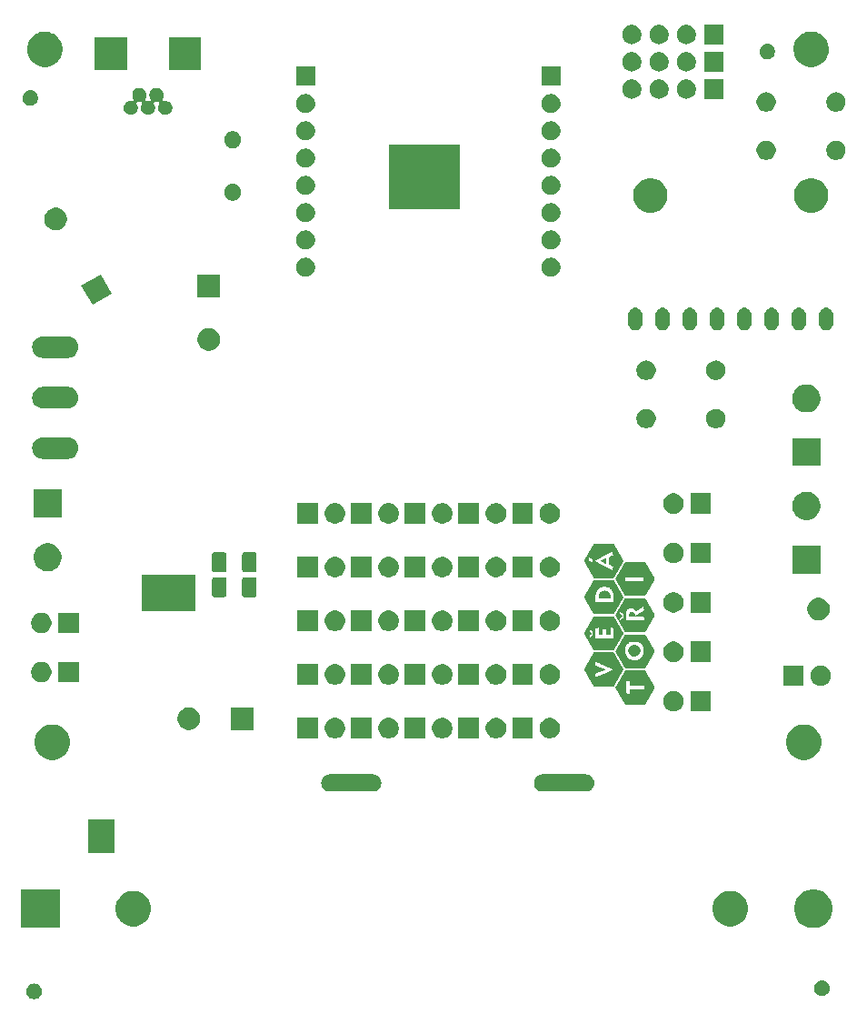
<source format=gbr>
G04 #@! TF.GenerationSoftware,KiCad,Pcbnew,(5.1.6)-1*
G04 #@! TF.CreationDate,2020-07-20T23:37:44+02:00*
G04 #@! TF.ProjectId,TrackRay_H02,54726163-6b52-4617-995f-4830322e6b69,rev?*
G04 #@! TF.SameCoordinates,Original*
G04 #@! TF.FileFunction,Soldermask,Top*
G04 #@! TF.FilePolarity,Negative*
%FSLAX46Y46*%
G04 Gerber Fmt 4.6, Leading zero omitted, Abs format (unit mm)*
G04 Created by KiCad (PCBNEW (5.1.6)-1) date 2020-07-20 23:37:44*
%MOMM*%
%LPD*%
G01*
G04 APERTURE LIST*
%ADD10C,0.100000*%
%ADD11C,0.010000*%
G04 APERTURE END LIST*
D10*
G36*
X42252900Y-18516600D02*
G01*
X35737800Y-18516600D01*
X35737800Y-12598400D01*
X42252900Y-12598400D01*
X42252900Y-18516600D01*
G37*
X42252900Y-18516600D02*
X35737800Y-18516600D01*
X35737800Y-12598400D01*
X42252900Y-12598400D01*
X42252900Y-18516600D01*
G36*
X10134600Y-78435200D02*
G01*
X7696200Y-78435200D01*
X7696200Y-75361800D01*
X10134600Y-75361800D01*
X10134600Y-78435200D01*
G37*
X10134600Y-78435200D02*
X7696200Y-78435200D01*
X7696200Y-75361800D01*
X10134600Y-75361800D01*
X10134600Y-78435200D01*
G36*
X17653000Y-55930800D02*
G01*
X12700000Y-55930800D01*
X12700000Y-52578000D01*
X17653000Y-52578000D01*
X17653000Y-55930800D01*
G37*
X17653000Y-55930800D02*
X12700000Y-55930800D01*
X12700000Y-52578000D01*
X17653000Y-52578000D01*
X17653000Y-55930800D01*
D11*
G36*
X53952623Y-58026419D02*
G01*
X53957885Y-58013492D01*
X53965134Y-57999080D01*
X53973893Y-57983112D01*
X53982216Y-57967804D01*
X53987610Y-57957765D01*
X53993202Y-57947692D01*
X53997187Y-57941323D01*
X53997748Y-57940641D01*
X54000834Y-57935799D01*
X54006045Y-57926122D01*
X54008451Y-57921372D01*
X54014828Y-57910116D01*
X54020690Y-57902251D01*
X54022324Y-57900824D01*
X54026838Y-57894058D01*
X54027675Y-57889051D01*
X54029172Y-57882206D01*
X54031164Y-57880701D01*
X54035237Y-57877280D01*
X54040814Y-57868842D01*
X54041926Y-57866788D01*
X54048897Y-57853942D01*
X54057180Y-57839314D01*
X54059257Y-57835749D01*
X54066828Y-57822566D01*
X54076148Y-57805940D01*
X54083304Y-57792938D01*
X54090773Y-57779700D01*
X54096896Y-57769701D01*
X54100343Y-57765111D01*
X54103822Y-57760368D01*
X54109564Y-57750408D01*
X54114198Y-57741564D01*
X54126588Y-57717415D01*
X54135860Y-57700211D01*
X54141834Y-57690281D01*
X54143632Y-57688053D01*
X54146855Y-57683421D01*
X54152735Y-57673509D01*
X54158955Y-57662363D01*
X54167956Y-57646211D01*
X54177280Y-57630068D01*
X54182302Y-57621693D01*
X54190881Y-57607076D01*
X54200108Y-57590393D01*
X54203361Y-57584233D01*
X54209785Y-57572889D01*
X54215023Y-57565508D01*
X54217108Y-57563897D01*
X54219757Y-57560316D01*
X54220327Y-57555641D01*
X54223110Y-57545691D01*
X54225917Y-57541727D01*
X54231171Y-57534762D01*
X54238236Y-57523424D01*
X54241971Y-57516805D01*
X54248345Y-57505395D01*
X54253123Y-57497433D01*
X54254576Y-57495399D01*
X54257942Y-57490692D01*
X54263928Y-57480469D01*
X54272954Y-57463982D01*
X54283575Y-57444025D01*
X54291562Y-57429394D01*
X54298684Y-57417210D01*
X54303467Y-57409989D01*
X54303641Y-57409776D01*
X54308221Y-57402898D01*
X54315172Y-57390896D01*
X54323033Y-57376301D01*
X54323435Y-57375527D01*
X54330835Y-57361668D01*
X54336923Y-57351036D01*
X54340492Y-57345726D01*
X54340676Y-57345559D01*
X54344102Y-57340929D01*
X54350343Y-57330895D01*
X54358154Y-57317593D01*
X54366291Y-57303158D01*
X54373510Y-57289724D01*
X54375605Y-57285623D01*
X54381199Y-57275529D01*
X54389096Y-57262468D01*
X54392693Y-57256810D01*
X54399449Y-57245723D01*
X54403685Y-57237520D01*
X54404416Y-57235166D01*
X54406761Y-57229809D01*
X54412643Y-57220612D01*
X54415317Y-57216886D01*
X54423486Y-57204491D01*
X54432635Y-57188669D01*
X54437793Y-57178804D01*
X54445327Y-57164821D01*
X54452682Y-57153105D01*
X54456860Y-57147766D01*
X54462636Y-57140101D01*
X54464352Y-57135334D01*
X54466594Y-57129308D01*
X54472327Y-57119102D01*
X54476779Y-57112189D01*
X54484682Y-57099444D01*
X54490679Y-57087928D01*
X54492340Y-57083741D01*
X54495960Y-57075167D01*
X54498687Y-57071566D01*
X54502097Y-57067005D01*
X54508256Y-57056831D01*
X54515974Y-57043033D01*
X54517898Y-57039458D01*
X54526203Y-57024354D01*
X54533610Y-57011680D01*
X54538725Y-57003806D01*
X54539306Y-57003068D01*
X54544171Y-56995782D01*
X54550948Y-56983846D01*
X54555827Y-56974473D01*
X54562590Y-56961952D01*
X54568457Y-56952767D01*
X54571299Y-56949604D01*
X54574965Y-56943519D01*
X54575661Y-56938598D01*
X54577046Y-56931766D01*
X54578872Y-56930274D01*
X54582346Y-56926764D01*
X54588281Y-56917608D01*
X54594926Y-56905657D01*
X54603288Y-56890314D01*
X54611630Y-56876078D01*
X54616680Y-56868212D01*
X54623478Y-56857260D01*
X54631774Y-56842323D01*
X54637715Y-56830752D01*
X54644479Y-56818066D01*
X54650203Y-56809179D01*
X54653422Y-56806135D01*
X54656374Y-56802559D01*
X54657003Y-56797930D01*
X54658454Y-56790431D01*
X54660214Y-56788297D01*
X54664614Y-56783654D01*
X54671299Y-56773879D01*
X54678777Y-56761524D01*
X54685556Y-56749141D01*
X54690143Y-56739282D01*
X54691252Y-56735212D01*
X54693117Y-56729693D01*
X54694560Y-56729075D01*
X54698406Y-56725638D01*
X54704103Y-56717014D01*
X54706306Y-56713021D01*
X54712501Y-56701775D01*
X54721484Y-56686119D01*
X54731584Y-56668952D01*
X54734395Y-56664254D01*
X54744054Y-56647707D01*
X54752553Y-56632318D01*
X54758450Y-56620723D01*
X54759557Y-56618232D01*
X54764294Y-56609214D01*
X54768494Y-56604969D01*
X54768832Y-56604922D01*
X54771970Y-56601362D01*
X54772594Y-56597015D01*
X54775311Y-56588330D01*
X54781711Y-56578820D01*
X54789898Y-56567644D01*
X54797422Y-56554446D01*
X54797850Y-56553548D01*
X54804771Y-56540110D01*
X54813314Y-56525189D01*
X54815618Y-56521440D01*
X54823181Y-56509133D01*
X54829428Y-56498541D01*
X54830983Y-56495753D01*
X54831593Y-56494768D01*
X54832544Y-56493862D01*
X54834180Y-56493032D01*
X54836844Y-56492273D01*
X54840880Y-56491583D01*
X54846632Y-56490958D01*
X54854442Y-56490396D01*
X54864654Y-56489892D01*
X54877611Y-56489445D01*
X54893657Y-56489049D01*
X54913136Y-56488703D01*
X54936389Y-56488403D01*
X54963762Y-56488145D01*
X54995597Y-56487927D01*
X55032237Y-56487745D01*
X55074027Y-56487595D01*
X55121309Y-56487476D01*
X55174427Y-56487382D01*
X55233724Y-56487312D01*
X55299543Y-56487261D01*
X55372229Y-56487227D01*
X55452124Y-56487206D01*
X55539572Y-56487195D01*
X55634916Y-56487191D01*
X55732035Y-56487191D01*
X55850540Y-56487211D01*
X55960726Y-56487272D01*
X56062573Y-56487374D01*
X56156066Y-56487517D01*
X56241184Y-56487700D01*
X56317912Y-56487924D01*
X56386230Y-56488188D01*
X56446121Y-56488492D01*
X56497567Y-56488837D01*
X56540550Y-56489222D01*
X56575052Y-56489646D01*
X56601055Y-56490111D01*
X56618542Y-56490616D01*
X56627494Y-56491160D01*
X56628773Y-56491472D01*
X56630996Y-56499330D01*
X56635585Y-56508813D01*
X56640690Y-56516567D01*
X56644139Y-56519299D01*
X56647085Y-56522881D01*
X56647733Y-56527649D01*
X56651126Y-56536605D01*
X56655225Y-56540362D01*
X56659839Y-56543865D01*
X56659351Y-56544856D01*
X56659475Y-56548040D01*
X56663622Y-56555967D01*
X56666843Y-56560964D01*
X56673442Y-56571680D01*
X56677293Y-56579879D01*
X56677701Y-56581792D01*
X56680154Y-56588386D01*
X56685768Y-56596898D01*
X56691702Y-56605653D01*
X56699903Y-56619272D01*
X56708724Y-56635008D01*
X56709836Y-56637076D01*
X56718223Y-56652234D01*
X56725802Y-56665018D01*
X56731138Y-56673023D01*
X56731737Y-56673757D01*
X56736545Y-56680389D01*
X56737637Y-56683175D01*
X56739845Y-56687934D01*
X56745518Y-56697304D01*
X56750480Y-56704865D01*
X56757760Y-56716833D01*
X56762415Y-56726753D01*
X56763323Y-56730553D01*
X56766474Y-56738560D01*
X56768780Y-56740635D01*
X56773339Y-56745945D01*
X56780218Y-56756709D01*
X56787994Y-56770684D01*
X56788619Y-56771886D01*
X56798429Y-56789992D01*
X56809354Y-56808851D01*
X56817411Y-56821845D01*
X56825014Y-56834124D01*
X56830237Y-56843708D01*
X56831822Y-56847947D01*
X56834387Y-56853733D01*
X56840384Y-56861790D01*
X56846536Y-56870649D01*
X56848946Y-56877429D01*
X56851213Y-56882696D01*
X56852763Y-56883196D01*
X56856683Y-56886755D01*
X56861838Y-56895646D01*
X56863486Y-56899250D01*
X56871086Y-56915330D01*
X56878377Y-56928043D01*
X56883517Y-56934570D01*
X56886507Y-56939183D01*
X56892151Y-56949412D01*
X56899319Y-56963194D01*
X56900540Y-56965608D01*
X56907915Y-56979437D01*
X56914141Y-56989659D01*
X56918049Y-56994385D01*
X56918413Y-56994506D01*
X56921351Y-56997989D01*
X56921726Y-57000964D01*
X56924107Y-57007987D01*
X56930177Y-57018699D01*
X56934569Y-57025153D01*
X56941908Y-57035845D01*
X56946557Y-57043695D01*
X56947412Y-57045986D01*
X56949478Y-57051068D01*
X56954962Y-57061527D01*
X56962793Y-57075537D01*
X56971899Y-57091275D01*
X56981209Y-57106916D01*
X56989652Y-57120638D01*
X56996156Y-57130615D01*
X56999650Y-57135024D01*
X56999735Y-57135070D01*
X57002812Y-57139997D01*
X57003067Y-57142347D01*
X57005331Y-57149008D01*
X57011131Y-57159723D01*
X57015911Y-57167228D01*
X57023125Y-57178629D01*
X57027785Y-57187356D01*
X57028754Y-57190346D01*
X57031080Y-57195983D01*
X57036982Y-57205643D01*
X57040784Y-57211131D01*
X57049516Y-57224490D01*
X57059246Y-57241188D01*
X57065225Y-57252444D01*
X57072091Y-57265101D01*
X57077837Y-57273985D01*
X57081022Y-57277061D01*
X57083803Y-57280643D01*
X57084409Y-57285370D01*
X57086421Y-57293598D01*
X57088786Y-57296385D01*
X57092797Y-57301363D01*
X57099113Y-57311817D01*
X57106367Y-57325488D01*
X57106391Y-57325535D01*
X57113912Y-57339926D01*
X57120706Y-57351818D01*
X57125126Y-57358402D01*
X57129952Y-57365401D01*
X57137085Y-57377293D01*
X57144157Y-57389993D01*
X57152071Y-57403945D01*
X57159309Y-57415391D01*
X57163857Y-57421337D01*
X57169028Y-57429205D01*
X57170032Y-57433438D01*
X57172328Y-57440286D01*
X57178163Y-57451313D01*
X57185960Y-57463834D01*
X57194140Y-57475165D01*
X57195658Y-57477023D01*
X57199640Y-57485614D01*
X57200000Y-57488584D01*
X57203218Y-57496497D01*
X57205355Y-57498397D01*
X57210195Y-57504006D01*
X57216698Y-57514594D01*
X57220639Y-57522156D01*
X57226903Y-57533570D01*
X57232278Y-57540948D01*
X57234549Y-57542491D01*
X57237823Y-57546066D01*
X57238530Y-57550748D01*
X57241446Y-57560738D01*
X57244530Y-57565005D01*
X57249682Y-57571948D01*
X57256804Y-57583703D01*
X57262507Y-57594208D01*
X57269279Y-57606834D01*
X57274721Y-57616098D01*
X57277251Y-57619552D01*
X57279027Y-57621411D01*
X57281588Y-57625333D01*
X57285620Y-57632570D01*
X57291806Y-57644375D01*
X57300831Y-57661999D01*
X57306176Y-57672509D01*
X57313506Y-57686268D01*
X57319666Y-57696633D01*
X57323433Y-57701560D01*
X57323643Y-57701680D01*
X57327152Y-57705971D01*
X57332903Y-57715754D01*
X57338487Y-57726580D01*
X57349560Y-57748375D01*
X57357758Y-57762527D01*
X57363281Y-57769384D01*
X57363291Y-57769392D01*
X57366405Y-57773900D01*
X57372424Y-57784162D01*
X57380290Y-57798344D01*
X57384291Y-57805782D01*
X57392650Y-57821163D01*
X57399648Y-57833481D01*
X57404230Y-57840901D01*
X57405244Y-57842171D01*
X57408329Y-57846727D01*
X57414192Y-57857000D01*
X57421750Y-57871065D01*
X57424540Y-57876420D01*
X57432481Y-57891351D01*
X57439176Y-57903146D01*
X57443516Y-57909876D01*
X57444259Y-57910669D01*
X57447720Y-57915294D01*
X57453777Y-57925348D01*
X57461031Y-57938497D01*
X57470397Y-57955837D01*
X57481541Y-57976056D01*
X57491460Y-57993731D01*
X57501837Y-58014056D01*
X57506744Y-58030463D01*
X57506285Y-58045535D01*
X57500562Y-58061855D01*
X57494627Y-58073353D01*
X57487315Y-58085994D01*
X57481339Y-58095347D01*
X57478345Y-58099040D01*
X57474840Y-58103747D01*
X57468996Y-58113817D01*
X57463273Y-58124726D01*
X57455484Y-58139289D01*
X57447821Y-58152141D01*
X57443505Y-58158408D01*
X57438578Y-58166714D01*
X57437914Y-58172322D01*
X57437373Y-58175904D01*
X57436214Y-58176100D01*
X57431518Y-58179559D01*
X57429362Y-58183592D01*
X57424487Y-58194150D01*
X57417298Y-58207378D01*
X57410043Y-58219278D01*
X57406517Y-58224212D01*
X57402006Y-58230759D01*
X57394952Y-58242580D01*
X57384916Y-58260438D01*
X57371459Y-58285097D01*
X57370209Y-58287410D01*
X57362780Y-58300746D01*
X57356430Y-58311423D01*
X57353140Y-58316307D01*
X57350790Y-58320892D01*
X57351623Y-58321659D01*
X57351123Y-58324304D01*
X57346024Y-58330706D01*
X57345701Y-58331054D01*
X57337952Y-58341955D01*
X57331831Y-58354601D01*
X57327619Y-58364002D01*
X57323945Y-58368646D01*
X57323518Y-58368751D01*
X57320045Y-58372267D01*
X57314317Y-58381379D01*
X57309056Y-58391227D01*
X57301829Y-58404747D01*
X57295123Y-58415815D01*
X57291706Y-58420462D01*
X57286698Y-58428246D01*
X57285622Y-58432338D01*
X57283338Y-58438368D01*
X57277403Y-58448851D01*
X57270638Y-58459239D01*
X57262696Y-58471501D01*
X57257217Y-58481324D01*
X57255535Y-58485893D01*
X57253048Y-58491936D01*
X57246859Y-58501813D01*
X57242692Y-58507581D01*
X57235282Y-58518101D01*
X57230695Y-58526015D01*
X57229968Y-58528261D01*
X57227755Y-58533609D01*
X57221990Y-58543691D01*
X57214984Y-58554699D01*
X57207103Y-58567578D01*
X57201676Y-58578373D01*
X57200000Y-58583965D01*
X57198062Y-58590698D01*
X57196445Y-58592084D01*
X57192864Y-58596286D01*
X57186543Y-58606156D01*
X57178696Y-58619768D01*
X57176666Y-58623479D01*
X57168267Y-58638560D01*
X57160791Y-58651221D01*
X57155639Y-58659107D01*
X57155040Y-58659869D01*
X57149204Y-58669467D01*
X57146943Y-58675168D01*
X57141949Y-58685425D01*
X57136804Y-58692511D01*
X57126372Y-58706525D01*
X57119960Y-58719553D01*
X57118658Y-58726168D01*
X57116810Y-58731909D01*
X57115219Y-58732648D01*
X57111602Y-58736173D01*
X57105891Y-58745262D01*
X57101306Y-58753987D01*
X57095027Y-58765709D01*
X57089855Y-58773488D01*
X57087620Y-58775393D01*
X57084486Y-58778744D01*
X57084409Y-58779658D01*
X57082252Y-58785243D01*
X57076642Y-58795559D01*
X57070020Y-58806415D01*
X57061851Y-58819951D01*
X57055463Y-58831854D01*
X57052768Y-58838098D01*
X57047796Y-58848177D01*
X57041470Y-58856948D01*
X57035319Y-58866438D01*
X57033035Y-58874224D01*
X57031468Y-58881400D01*
X57029824Y-58883202D01*
X57024980Y-58888019D01*
X57018130Y-58897662D01*
X57011027Y-58909265D01*
X57005423Y-58919959D01*
X57003069Y-58926878D01*
X57003067Y-58926991D01*
X57001044Y-58933440D01*
X56999631Y-58934575D01*
X56995596Y-58938921D01*
X56988980Y-58948509D01*
X56981178Y-58961000D01*
X56973590Y-58974054D01*
X56967614Y-58985334D01*
X56964647Y-58992500D01*
X56964537Y-58993287D01*
X56961919Y-58997851D01*
X56960775Y-58998079D01*
X56956851Y-59001647D01*
X56952151Y-59010397D01*
X56951493Y-59011993D01*
X56945718Y-59024075D01*
X56937520Y-59038497D01*
X56933707Y-59044525D01*
X56926526Y-59056034D01*
X56921658Y-59064972D01*
X56920514Y-59067904D01*
X56917160Y-59075683D01*
X56916170Y-59077113D01*
X56908475Y-59087895D01*
X56899679Y-59101324D01*
X56891086Y-59115254D01*
X56883998Y-59127539D01*
X56879719Y-59136033D01*
X56879035Y-59138276D01*
X56876615Y-59144420D01*
X56870471Y-59154850D01*
X56863930Y-59164474D01*
X56855852Y-59176827D01*
X56850412Y-59187268D01*
X56848946Y-59192312D01*
X56847206Y-59198365D01*
X56845490Y-59199292D01*
X56842047Y-59202798D01*
X56835695Y-59212196D01*
X56827526Y-59225810D01*
X56823014Y-59233833D01*
X56808158Y-59260766D01*
X56796823Y-59281173D01*
X56788432Y-59296046D01*
X56782407Y-59306377D01*
X56778172Y-59313157D01*
X56775149Y-59317379D01*
X56772956Y-59319841D01*
X56768237Y-59328612D01*
X56767605Y-59332864D01*
X56766054Y-59339348D01*
X56764244Y-59340570D01*
X56760708Y-59344082D01*
X56754765Y-59353257D01*
X56748189Y-59365187D01*
X56740275Y-59380069D01*
X56732772Y-59393412D01*
X56728353Y-59400677D01*
X56722540Y-59410154D01*
X56714545Y-59423959D01*
X56707225Y-59437067D01*
X56699251Y-59450958D01*
X56692110Y-59462268D01*
X56687611Y-59468240D01*
X56682748Y-59477237D01*
X56681982Y-59482153D01*
X56680551Y-59488948D01*
X56678682Y-59490410D01*
X56675027Y-59493887D01*
X56669166Y-59502822D01*
X56664768Y-59510745D01*
X56656026Y-59526655D01*
X56646493Y-59542806D01*
X56643102Y-59548205D01*
X56635860Y-59560096D01*
X56630520Y-59570057D01*
X56629323Y-59572822D01*
X56628704Y-59573685D01*
X56627273Y-59574479D01*
X56624690Y-59575207D01*
X56620613Y-59575872D01*
X56614701Y-59576477D01*
X56606613Y-59577025D01*
X56596008Y-59577518D01*
X56582545Y-59577959D01*
X56565883Y-59578352D01*
X56545681Y-59578699D01*
X56521598Y-59579002D01*
X56493293Y-59579265D01*
X56460424Y-59579491D01*
X56422650Y-59579682D01*
X56379631Y-59579841D01*
X56331026Y-59579972D01*
X56276493Y-59580076D01*
X56215691Y-59580157D01*
X56148279Y-59580218D01*
X56073916Y-59580261D01*
X55992262Y-59580289D01*
X55902974Y-59580305D01*
X55805713Y-59580313D01*
X55730062Y-59580314D01*
X55626811Y-59580311D01*
X55531781Y-59580302D01*
X55444631Y-59580282D01*
X55365021Y-59580250D01*
X55292609Y-59580203D01*
X55227054Y-59580137D01*
X55168016Y-59580050D01*
X55115153Y-59579939D01*
X55068124Y-59579801D01*
X55026589Y-59579633D01*
X54990206Y-59579433D01*
X54958634Y-59579197D01*
X54935277Y-59578961D01*
X54935277Y-58527153D01*
X56699141Y-58527153D01*
X56698053Y-58014505D01*
X56696966Y-57501856D01*
X56517158Y-57449596D01*
X56479369Y-57438643D01*
X56444037Y-57428460D01*
X56412028Y-57419292D01*
X56384205Y-57411384D01*
X56361435Y-57404982D01*
X56344582Y-57400331D01*
X56334511Y-57397675D01*
X56331999Y-57397134D01*
X56330993Y-57398698D01*
X56330114Y-57403778D01*
X56329353Y-57412839D01*
X56328703Y-57426345D01*
X56328157Y-57444760D01*
X56327709Y-57468546D01*
X56327350Y-57498169D01*
X56327073Y-57534091D01*
X56326872Y-57576777D01*
X56326739Y-57626690D01*
X56326666Y-57684294D01*
X56326647Y-57741564D01*
X56326647Y-58086196D01*
X55988437Y-58086196D01*
X55988437Y-57632395D01*
X55615978Y-57632395D01*
X55615978Y-58086196D01*
X55307736Y-58086196D01*
X55307736Y-57448143D01*
X55298103Y-57450429D01*
X55292112Y-57451729D01*
X55279013Y-57454493D01*
X55259853Y-57458505D01*
X55235681Y-57463546D01*
X55207548Y-57469401D01*
X55176500Y-57475851D01*
X55143587Y-57482679D01*
X55109859Y-57489669D01*
X55076363Y-57496602D01*
X55044148Y-57503262D01*
X55014263Y-57509431D01*
X54987757Y-57514893D01*
X54965679Y-57519429D01*
X54949077Y-57522823D01*
X54939000Y-57524858D01*
X54936347Y-57525361D01*
X54936209Y-57529555D01*
X54936076Y-57541781D01*
X54935949Y-57561509D01*
X54935830Y-57588210D01*
X54935719Y-57621354D01*
X54935618Y-57660410D01*
X54935528Y-57704850D01*
X54935450Y-57754142D01*
X54935385Y-57807758D01*
X54935334Y-57865166D01*
X54935299Y-57925838D01*
X54935280Y-57989244D01*
X54935277Y-58026260D01*
X54935277Y-58527153D01*
X54935277Y-59578961D01*
X54931533Y-59578923D01*
X54908562Y-59578608D01*
X54889379Y-59578249D01*
X54873643Y-59577844D01*
X54861014Y-59577389D01*
X54851150Y-59576881D01*
X54843710Y-59576318D01*
X54838355Y-59575697D01*
X54834741Y-59575015D01*
X54832530Y-59574269D01*
X54831378Y-59573456D01*
X54831013Y-59572822D01*
X54826583Y-59563123D01*
X54820264Y-59552439D01*
X54815405Y-59546065D01*
X54812620Y-59541564D01*
X54806893Y-59531230D01*
X54799200Y-59516843D01*
X54794320Y-59507534D01*
X54785857Y-59491621D01*
X54778678Y-59478757D01*
X54773798Y-59470728D01*
X54772440Y-59469004D01*
X54769143Y-59464460D01*
X54763025Y-59454321D01*
X54755266Y-59440566D01*
X54753264Y-59436896D01*
X54743076Y-59418727D01*
X54732053Y-59400044D01*
X54722701Y-59385079D01*
X54715117Y-59372977D01*
X54709925Y-59363669D01*
X54708377Y-59359729D01*
X54705847Y-59353968D01*
X54702468Y-59349469D01*
X54697660Y-59342572D01*
X54690319Y-59330481D01*
X54681887Y-59315588D01*
X54680336Y-59312743D01*
X54672300Y-59298504D01*
X54665490Y-59287532D01*
X54661121Y-59281753D01*
X54660558Y-59281348D01*
X54657254Y-59276424D01*
X54657003Y-59274229D01*
X54654775Y-59267870D01*
X54648975Y-59257003D01*
X54642019Y-59245786D01*
X54634195Y-59233144D01*
X54628773Y-59222927D01*
X54627035Y-59217891D01*
X54624256Y-59210914D01*
X54620482Y-59206194D01*
X54615121Y-59199031D01*
X54607758Y-59186978D01*
X54601150Y-59174850D01*
X54589560Y-59152960D01*
X54581181Y-59138523D01*
X54575785Y-59131149D01*
X54575411Y-59130794D01*
X54572486Y-59126232D01*
X54566780Y-59115946D01*
X54559351Y-59101866D01*
X54556615Y-59096545D01*
X54548757Y-59081599D01*
X54542139Y-59069798D01*
X54537859Y-59063077D01*
X54537136Y-59062296D01*
X54533790Y-59057739D01*
X54527670Y-59047574D01*
X54519960Y-59033787D01*
X54518020Y-59030187D01*
X54510015Y-59015483D01*
X54503281Y-59003561D01*
X54499046Y-58996586D01*
X54498579Y-58995938D01*
X54495126Y-58990413D01*
X54488813Y-58979319D01*
X54480770Y-58964661D01*
X54477248Y-58958112D01*
X54462897Y-58932156D01*
X54449853Y-58910279D01*
X54439007Y-58893945D01*
X54434444Y-58888020D01*
X54430504Y-58880533D01*
X54430102Y-58878043D01*
X54427876Y-58872175D01*
X54422079Y-58861701D01*
X54415118Y-58850662D01*
X54407322Y-58838449D01*
X54401903Y-58829068D01*
X54400134Y-58824910D01*
X54397878Y-58819531D01*
X54392413Y-58810852D01*
X54392073Y-58810370D01*
X54384545Y-58798622D01*
X54376681Y-58785135D01*
X54376681Y-58535716D01*
X54380405Y-58533192D01*
X54390307Y-58525934D01*
X54405766Y-58514411D01*
X54426160Y-58499090D01*
X54450870Y-58480441D01*
X54479272Y-58458932D01*
X54510745Y-58435032D01*
X54544669Y-58409209D01*
X54567192Y-58392033D01*
X54755469Y-58248350D01*
X54755469Y-57855579D01*
X54581199Y-57723652D01*
X54546771Y-57697592D01*
X54513963Y-57672764D01*
X54483498Y-57649714D01*
X54456096Y-57628988D01*
X54432479Y-57611131D01*
X54413369Y-57596688D01*
X54399485Y-57586205D01*
X54391551Y-57580228D01*
X54390688Y-57579581D01*
X54374448Y-57567438D01*
X54374448Y-57900111D01*
X54474887Y-57974959D01*
X54500379Y-57994026D01*
X54523489Y-58011447D01*
X54543365Y-58026568D01*
X54559155Y-58038735D01*
X54570005Y-58047296D01*
X54575063Y-58051597D01*
X54575326Y-58051947D01*
X54572027Y-58054948D01*
X54562700Y-58062392D01*
X54548197Y-58073623D01*
X54529370Y-58087989D01*
X54507072Y-58104837D01*
X54482156Y-58123512D01*
X54474887Y-58128935D01*
X54374448Y-58203783D01*
X54374448Y-58369749D01*
X54374503Y-58406498D01*
X54374662Y-58440423D01*
X54374910Y-58470605D01*
X54375237Y-58496122D01*
X54375630Y-58516055D01*
X54376076Y-58529482D01*
X54376563Y-58535483D01*
X54376681Y-58535716D01*
X54376681Y-58785135D01*
X54373826Y-58780238D01*
X54360512Y-58756263D01*
X54348940Y-58734789D01*
X54342140Y-58723079D01*
X54333377Y-58709267D01*
X54330445Y-58704897D01*
X54323574Y-58693955D01*
X54319389Y-58685573D01*
X54318793Y-58683253D01*
X54316410Y-58677211D01*
X54310441Y-58667597D01*
X54307793Y-58663911D01*
X54299070Y-58651073D01*
X54291683Y-58638346D01*
X54290677Y-58636323D01*
X54283722Y-58623277D01*
X54275981Y-58610636D01*
X54267857Y-58597557D01*
X54260844Y-58584949D01*
X54250351Y-58564831D01*
X54240696Y-58547121D01*
X54232733Y-58533316D01*
X54227310Y-58524917D01*
X54225806Y-58523204D01*
X54222498Y-58518539D01*
X54216360Y-58508045D01*
X54208428Y-58493531D01*
X54203598Y-58484342D01*
X54195155Y-58468422D01*
X54187981Y-58455554D01*
X54183091Y-58447528D01*
X54181724Y-58445812D01*
X54178489Y-58441305D01*
X54172362Y-58431045D01*
X54164418Y-58416866D01*
X54160391Y-58409422D01*
X54152012Y-58394049D01*
X54145015Y-58381735D01*
X54140454Y-58374310D01*
X54139453Y-58373032D01*
X54136146Y-58368301D01*
X54130473Y-58358467D01*
X54126231Y-58350556D01*
X54119750Y-58339220D01*
X54114447Y-58331838D01*
X54112317Y-58330221D01*
X54109601Y-58326641D01*
X54109017Y-58321965D01*
X54106222Y-58312015D01*
X54103403Y-58308051D01*
X54098763Y-58301710D01*
X54091580Y-58290069D01*
X54083262Y-58275425D01*
X54081654Y-58272466D01*
X54073723Y-58258127D01*
X54067151Y-58246922D01*
X54063112Y-58240835D01*
X54062651Y-58240357D01*
X54059273Y-58235661D01*
X54053405Y-58225673D01*
X54047615Y-58214999D01*
X54040088Y-58201531D01*
X54033188Y-58190633D01*
X54029420Y-58185795D01*
X54024324Y-58177815D01*
X54023394Y-58173610D01*
X54021061Y-58166999D01*
X54015011Y-58156157D01*
X54008410Y-58146132D01*
X54000432Y-58134000D01*
X53994997Y-58124238D01*
X53993426Y-58119756D01*
X53990829Y-58112601D01*
X53987518Y-58107939D01*
X53980701Y-58098422D01*
X53972548Y-58084612D01*
X53964263Y-58068898D01*
X53957052Y-58053663D01*
X53952118Y-58041296D01*
X53950615Y-58034822D01*
X53952623Y-58026419D01*
G37*
X53952623Y-58026419D02*
X53957885Y-58013492D01*
X53965134Y-57999080D01*
X53973893Y-57983112D01*
X53982216Y-57967804D01*
X53987610Y-57957765D01*
X53993202Y-57947692D01*
X53997187Y-57941323D01*
X53997748Y-57940641D01*
X54000834Y-57935799D01*
X54006045Y-57926122D01*
X54008451Y-57921372D01*
X54014828Y-57910116D01*
X54020690Y-57902251D01*
X54022324Y-57900824D01*
X54026838Y-57894058D01*
X54027675Y-57889051D01*
X54029172Y-57882206D01*
X54031164Y-57880701D01*
X54035237Y-57877280D01*
X54040814Y-57868842D01*
X54041926Y-57866788D01*
X54048897Y-57853942D01*
X54057180Y-57839314D01*
X54059257Y-57835749D01*
X54066828Y-57822566D01*
X54076148Y-57805940D01*
X54083304Y-57792938D01*
X54090773Y-57779700D01*
X54096896Y-57769701D01*
X54100343Y-57765111D01*
X54103822Y-57760368D01*
X54109564Y-57750408D01*
X54114198Y-57741564D01*
X54126588Y-57717415D01*
X54135860Y-57700211D01*
X54141834Y-57690281D01*
X54143632Y-57688053D01*
X54146855Y-57683421D01*
X54152735Y-57673509D01*
X54158955Y-57662363D01*
X54167956Y-57646211D01*
X54177280Y-57630068D01*
X54182302Y-57621693D01*
X54190881Y-57607076D01*
X54200108Y-57590393D01*
X54203361Y-57584233D01*
X54209785Y-57572889D01*
X54215023Y-57565508D01*
X54217108Y-57563897D01*
X54219757Y-57560316D01*
X54220327Y-57555641D01*
X54223110Y-57545691D01*
X54225917Y-57541727D01*
X54231171Y-57534762D01*
X54238236Y-57523424D01*
X54241971Y-57516805D01*
X54248345Y-57505395D01*
X54253123Y-57497433D01*
X54254576Y-57495399D01*
X54257942Y-57490692D01*
X54263928Y-57480469D01*
X54272954Y-57463982D01*
X54283575Y-57444025D01*
X54291562Y-57429394D01*
X54298684Y-57417210D01*
X54303467Y-57409989D01*
X54303641Y-57409776D01*
X54308221Y-57402898D01*
X54315172Y-57390896D01*
X54323033Y-57376301D01*
X54323435Y-57375527D01*
X54330835Y-57361668D01*
X54336923Y-57351036D01*
X54340492Y-57345726D01*
X54340676Y-57345559D01*
X54344102Y-57340929D01*
X54350343Y-57330895D01*
X54358154Y-57317593D01*
X54366291Y-57303158D01*
X54373510Y-57289724D01*
X54375605Y-57285623D01*
X54381199Y-57275529D01*
X54389096Y-57262468D01*
X54392693Y-57256810D01*
X54399449Y-57245723D01*
X54403685Y-57237520D01*
X54404416Y-57235166D01*
X54406761Y-57229809D01*
X54412643Y-57220612D01*
X54415317Y-57216886D01*
X54423486Y-57204491D01*
X54432635Y-57188669D01*
X54437793Y-57178804D01*
X54445327Y-57164821D01*
X54452682Y-57153105D01*
X54456860Y-57147766D01*
X54462636Y-57140101D01*
X54464352Y-57135334D01*
X54466594Y-57129308D01*
X54472327Y-57119102D01*
X54476779Y-57112189D01*
X54484682Y-57099444D01*
X54490679Y-57087928D01*
X54492340Y-57083741D01*
X54495960Y-57075167D01*
X54498687Y-57071566D01*
X54502097Y-57067005D01*
X54508256Y-57056831D01*
X54515974Y-57043033D01*
X54517898Y-57039458D01*
X54526203Y-57024354D01*
X54533610Y-57011680D01*
X54538725Y-57003806D01*
X54539306Y-57003068D01*
X54544171Y-56995782D01*
X54550948Y-56983846D01*
X54555827Y-56974473D01*
X54562590Y-56961952D01*
X54568457Y-56952767D01*
X54571299Y-56949604D01*
X54574965Y-56943519D01*
X54575661Y-56938598D01*
X54577046Y-56931766D01*
X54578872Y-56930274D01*
X54582346Y-56926764D01*
X54588281Y-56917608D01*
X54594926Y-56905657D01*
X54603288Y-56890314D01*
X54611630Y-56876078D01*
X54616680Y-56868212D01*
X54623478Y-56857260D01*
X54631774Y-56842323D01*
X54637715Y-56830752D01*
X54644479Y-56818066D01*
X54650203Y-56809179D01*
X54653422Y-56806135D01*
X54656374Y-56802559D01*
X54657003Y-56797930D01*
X54658454Y-56790431D01*
X54660214Y-56788297D01*
X54664614Y-56783654D01*
X54671299Y-56773879D01*
X54678777Y-56761524D01*
X54685556Y-56749141D01*
X54690143Y-56739282D01*
X54691252Y-56735212D01*
X54693117Y-56729693D01*
X54694560Y-56729075D01*
X54698406Y-56725638D01*
X54704103Y-56717014D01*
X54706306Y-56713021D01*
X54712501Y-56701775D01*
X54721484Y-56686119D01*
X54731584Y-56668952D01*
X54734395Y-56664254D01*
X54744054Y-56647707D01*
X54752553Y-56632318D01*
X54758450Y-56620723D01*
X54759557Y-56618232D01*
X54764294Y-56609214D01*
X54768494Y-56604969D01*
X54768832Y-56604922D01*
X54771970Y-56601362D01*
X54772594Y-56597015D01*
X54775311Y-56588330D01*
X54781711Y-56578820D01*
X54789898Y-56567644D01*
X54797422Y-56554446D01*
X54797850Y-56553548D01*
X54804771Y-56540110D01*
X54813314Y-56525189D01*
X54815618Y-56521440D01*
X54823181Y-56509133D01*
X54829428Y-56498541D01*
X54830983Y-56495753D01*
X54831593Y-56494768D01*
X54832544Y-56493862D01*
X54834180Y-56493032D01*
X54836844Y-56492273D01*
X54840880Y-56491583D01*
X54846632Y-56490958D01*
X54854442Y-56490396D01*
X54864654Y-56489892D01*
X54877611Y-56489445D01*
X54893657Y-56489049D01*
X54913136Y-56488703D01*
X54936389Y-56488403D01*
X54963762Y-56488145D01*
X54995597Y-56487927D01*
X55032237Y-56487745D01*
X55074027Y-56487595D01*
X55121309Y-56487476D01*
X55174427Y-56487382D01*
X55233724Y-56487312D01*
X55299543Y-56487261D01*
X55372229Y-56487227D01*
X55452124Y-56487206D01*
X55539572Y-56487195D01*
X55634916Y-56487191D01*
X55732035Y-56487191D01*
X55850540Y-56487211D01*
X55960726Y-56487272D01*
X56062573Y-56487374D01*
X56156066Y-56487517D01*
X56241184Y-56487700D01*
X56317912Y-56487924D01*
X56386230Y-56488188D01*
X56446121Y-56488492D01*
X56497567Y-56488837D01*
X56540550Y-56489222D01*
X56575052Y-56489646D01*
X56601055Y-56490111D01*
X56618542Y-56490616D01*
X56627494Y-56491160D01*
X56628773Y-56491472D01*
X56630996Y-56499330D01*
X56635585Y-56508813D01*
X56640690Y-56516567D01*
X56644139Y-56519299D01*
X56647085Y-56522881D01*
X56647733Y-56527649D01*
X56651126Y-56536605D01*
X56655225Y-56540362D01*
X56659839Y-56543865D01*
X56659351Y-56544856D01*
X56659475Y-56548040D01*
X56663622Y-56555967D01*
X56666843Y-56560964D01*
X56673442Y-56571680D01*
X56677293Y-56579879D01*
X56677701Y-56581792D01*
X56680154Y-56588386D01*
X56685768Y-56596898D01*
X56691702Y-56605653D01*
X56699903Y-56619272D01*
X56708724Y-56635008D01*
X56709836Y-56637076D01*
X56718223Y-56652234D01*
X56725802Y-56665018D01*
X56731138Y-56673023D01*
X56731737Y-56673757D01*
X56736545Y-56680389D01*
X56737637Y-56683175D01*
X56739845Y-56687934D01*
X56745518Y-56697304D01*
X56750480Y-56704865D01*
X56757760Y-56716833D01*
X56762415Y-56726753D01*
X56763323Y-56730553D01*
X56766474Y-56738560D01*
X56768780Y-56740635D01*
X56773339Y-56745945D01*
X56780218Y-56756709D01*
X56787994Y-56770684D01*
X56788619Y-56771886D01*
X56798429Y-56789992D01*
X56809354Y-56808851D01*
X56817411Y-56821845D01*
X56825014Y-56834124D01*
X56830237Y-56843708D01*
X56831822Y-56847947D01*
X56834387Y-56853733D01*
X56840384Y-56861790D01*
X56846536Y-56870649D01*
X56848946Y-56877429D01*
X56851213Y-56882696D01*
X56852763Y-56883196D01*
X56856683Y-56886755D01*
X56861838Y-56895646D01*
X56863486Y-56899250D01*
X56871086Y-56915330D01*
X56878377Y-56928043D01*
X56883517Y-56934570D01*
X56886507Y-56939183D01*
X56892151Y-56949412D01*
X56899319Y-56963194D01*
X56900540Y-56965608D01*
X56907915Y-56979437D01*
X56914141Y-56989659D01*
X56918049Y-56994385D01*
X56918413Y-56994506D01*
X56921351Y-56997989D01*
X56921726Y-57000964D01*
X56924107Y-57007987D01*
X56930177Y-57018699D01*
X56934569Y-57025153D01*
X56941908Y-57035845D01*
X56946557Y-57043695D01*
X56947412Y-57045986D01*
X56949478Y-57051068D01*
X56954962Y-57061527D01*
X56962793Y-57075537D01*
X56971899Y-57091275D01*
X56981209Y-57106916D01*
X56989652Y-57120638D01*
X56996156Y-57130615D01*
X56999650Y-57135024D01*
X56999735Y-57135070D01*
X57002812Y-57139997D01*
X57003067Y-57142347D01*
X57005331Y-57149008D01*
X57011131Y-57159723D01*
X57015911Y-57167228D01*
X57023125Y-57178629D01*
X57027785Y-57187356D01*
X57028754Y-57190346D01*
X57031080Y-57195983D01*
X57036982Y-57205643D01*
X57040784Y-57211131D01*
X57049516Y-57224490D01*
X57059246Y-57241188D01*
X57065225Y-57252444D01*
X57072091Y-57265101D01*
X57077837Y-57273985D01*
X57081022Y-57277061D01*
X57083803Y-57280643D01*
X57084409Y-57285370D01*
X57086421Y-57293598D01*
X57088786Y-57296385D01*
X57092797Y-57301363D01*
X57099113Y-57311817D01*
X57106367Y-57325488D01*
X57106391Y-57325535D01*
X57113912Y-57339926D01*
X57120706Y-57351818D01*
X57125126Y-57358402D01*
X57129952Y-57365401D01*
X57137085Y-57377293D01*
X57144157Y-57389993D01*
X57152071Y-57403945D01*
X57159309Y-57415391D01*
X57163857Y-57421337D01*
X57169028Y-57429205D01*
X57170032Y-57433438D01*
X57172328Y-57440286D01*
X57178163Y-57451313D01*
X57185960Y-57463834D01*
X57194140Y-57475165D01*
X57195658Y-57477023D01*
X57199640Y-57485614D01*
X57200000Y-57488584D01*
X57203218Y-57496497D01*
X57205355Y-57498397D01*
X57210195Y-57504006D01*
X57216698Y-57514594D01*
X57220639Y-57522156D01*
X57226903Y-57533570D01*
X57232278Y-57540948D01*
X57234549Y-57542491D01*
X57237823Y-57546066D01*
X57238530Y-57550748D01*
X57241446Y-57560738D01*
X57244530Y-57565005D01*
X57249682Y-57571948D01*
X57256804Y-57583703D01*
X57262507Y-57594208D01*
X57269279Y-57606834D01*
X57274721Y-57616098D01*
X57277251Y-57619552D01*
X57279027Y-57621411D01*
X57281588Y-57625333D01*
X57285620Y-57632570D01*
X57291806Y-57644375D01*
X57300831Y-57661999D01*
X57306176Y-57672509D01*
X57313506Y-57686268D01*
X57319666Y-57696633D01*
X57323433Y-57701560D01*
X57323643Y-57701680D01*
X57327152Y-57705971D01*
X57332903Y-57715754D01*
X57338487Y-57726580D01*
X57349560Y-57748375D01*
X57357758Y-57762527D01*
X57363281Y-57769384D01*
X57363291Y-57769392D01*
X57366405Y-57773900D01*
X57372424Y-57784162D01*
X57380290Y-57798344D01*
X57384291Y-57805782D01*
X57392650Y-57821163D01*
X57399648Y-57833481D01*
X57404230Y-57840901D01*
X57405244Y-57842171D01*
X57408329Y-57846727D01*
X57414192Y-57857000D01*
X57421750Y-57871065D01*
X57424540Y-57876420D01*
X57432481Y-57891351D01*
X57439176Y-57903146D01*
X57443516Y-57909876D01*
X57444259Y-57910669D01*
X57447720Y-57915294D01*
X57453777Y-57925348D01*
X57461031Y-57938497D01*
X57470397Y-57955837D01*
X57481541Y-57976056D01*
X57491460Y-57993731D01*
X57501837Y-58014056D01*
X57506744Y-58030463D01*
X57506285Y-58045535D01*
X57500562Y-58061855D01*
X57494627Y-58073353D01*
X57487315Y-58085994D01*
X57481339Y-58095347D01*
X57478345Y-58099040D01*
X57474840Y-58103747D01*
X57468996Y-58113817D01*
X57463273Y-58124726D01*
X57455484Y-58139289D01*
X57447821Y-58152141D01*
X57443505Y-58158408D01*
X57438578Y-58166714D01*
X57437914Y-58172322D01*
X57437373Y-58175904D01*
X57436214Y-58176100D01*
X57431518Y-58179559D01*
X57429362Y-58183592D01*
X57424487Y-58194150D01*
X57417298Y-58207378D01*
X57410043Y-58219278D01*
X57406517Y-58224212D01*
X57402006Y-58230759D01*
X57394952Y-58242580D01*
X57384916Y-58260438D01*
X57371459Y-58285097D01*
X57370209Y-58287410D01*
X57362780Y-58300746D01*
X57356430Y-58311423D01*
X57353140Y-58316307D01*
X57350790Y-58320892D01*
X57351623Y-58321659D01*
X57351123Y-58324304D01*
X57346024Y-58330706D01*
X57345701Y-58331054D01*
X57337952Y-58341955D01*
X57331831Y-58354601D01*
X57327619Y-58364002D01*
X57323945Y-58368646D01*
X57323518Y-58368751D01*
X57320045Y-58372267D01*
X57314317Y-58381379D01*
X57309056Y-58391227D01*
X57301829Y-58404747D01*
X57295123Y-58415815D01*
X57291706Y-58420462D01*
X57286698Y-58428246D01*
X57285622Y-58432338D01*
X57283338Y-58438368D01*
X57277403Y-58448851D01*
X57270638Y-58459239D01*
X57262696Y-58471501D01*
X57257217Y-58481324D01*
X57255535Y-58485893D01*
X57253048Y-58491936D01*
X57246859Y-58501813D01*
X57242692Y-58507581D01*
X57235282Y-58518101D01*
X57230695Y-58526015D01*
X57229968Y-58528261D01*
X57227755Y-58533609D01*
X57221990Y-58543691D01*
X57214984Y-58554699D01*
X57207103Y-58567578D01*
X57201676Y-58578373D01*
X57200000Y-58583965D01*
X57198062Y-58590698D01*
X57196445Y-58592084D01*
X57192864Y-58596286D01*
X57186543Y-58606156D01*
X57178696Y-58619768D01*
X57176666Y-58623479D01*
X57168267Y-58638560D01*
X57160791Y-58651221D01*
X57155639Y-58659107D01*
X57155040Y-58659869D01*
X57149204Y-58669467D01*
X57146943Y-58675168D01*
X57141949Y-58685425D01*
X57136804Y-58692511D01*
X57126372Y-58706525D01*
X57119960Y-58719553D01*
X57118658Y-58726168D01*
X57116810Y-58731909D01*
X57115219Y-58732648D01*
X57111602Y-58736173D01*
X57105891Y-58745262D01*
X57101306Y-58753987D01*
X57095027Y-58765709D01*
X57089855Y-58773488D01*
X57087620Y-58775393D01*
X57084486Y-58778744D01*
X57084409Y-58779658D01*
X57082252Y-58785243D01*
X57076642Y-58795559D01*
X57070020Y-58806415D01*
X57061851Y-58819951D01*
X57055463Y-58831854D01*
X57052768Y-58838098D01*
X57047796Y-58848177D01*
X57041470Y-58856948D01*
X57035319Y-58866438D01*
X57033035Y-58874224D01*
X57031468Y-58881400D01*
X57029824Y-58883202D01*
X57024980Y-58888019D01*
X57018130Y-58897662D01*
X57011027Y-58909265D01*
X57005423Y-58919959D01*
X57003069Y-58926878D01*
X57003067Y-58926991D01*
X57001044Y-58933440D01*
X56999631Y-58934575D01*
X56995596Y-58938921D01*
X56988980Y-58948509D01*
X56981178Y-58961000D01*
X56973590Y-58974054D01*
X56967614Y-58985334D01*
X56964647Y-58992500D01*
X56964537Y-58993287D01*
X56961919Y-58997851D01*
X56960775Y-58998079D01*
X56956851Y-59001647D01*
X56952151Y-59010397D01*
X56951493Y-59011993D01*
X56945718Y-59024075D01*
X56937520Y-59038497D01*
X56933707Y-59044525D01*
X56926526Y-59056034D01*
X56921658Y-59064972D01*
X56920514Y-59067904D01*
X56917160Y-59075683D01*
X56916170Y-59077113D01*
X56908475Y-59087895D01*
X56899679Y-59101324D01*
X56891086Y-59115254D01*
X56883998Y-59127539D01*
X56879719Y-59136033D01*
X56879035Y-59138276D01*
X56876615Y-59144420D01*
X56870471Y-59154850D01*
X56863930Y-59164474D01*
X56855852Y-59176827D01*
X56850412Y-59187268D01*
X56848946Y-59192312D01*
X56847206Y-59198365D01*
X56845490Y-59199292D01*
X56842047Y-59202798D01*
X56835695Y-59212196D01*
X56827526Y-59225810D01*
X56823014Y-59233833D01*
X56808158Y-59260766D01*
X56796823Y-59281173D01*
X56788432Y-59296046D01*
X56782407Y-59306377D01*
X56778172Y-59313157D01*
X56775149Y-59317379D01*
X56772956Y-59319841D01*
X56768237Y-59328612D01*
X56767605Y-59332864D01*
X56766054Y-59339348D01*
X56764244Y-59340570D01*
X56760708Y-59344082D01*
X56754765Y-59353257D01*
X56748189Y-59365187D01*
X56740275Y-59380069D01*
X56732772Y-59393412D01*
X56728353Y-59400677D01*
X56722540Y-59410154D01*
X56714545Y-59423959D01*
X56707225Y-59437067D01*
X56699251Y-59450958D01*
X56692110Y-59462268D01*
X56687611Y-59468240D01*
X56682748Y-59477237D01*
X56681982Y-59482153D01*
X56680551Y-59488948D01*
X56678682Y-59490410D01*
X56675027Y-59493887D01*
X56669166Y-59502822D01*
X56664768Y-59510745D01*
X56656026Y-59526655D01*
X56646493Y-59542806D01*
X56643102Y-59548205D01*
X56635860Y-59560096D01*
X56630520Y-59570057D01*
X56629323Y-59572822D01*
X56628704Y-59573685D01*
X56627273Y-59574479D01*
X56624690Y-59575207D01*
X56620613Y-59575872D01*
X56614701Y-59576477D01*
X56606613Y-59577025D01*
X56596008Y-59577518D01*
X56582545Y-59577959D01*
X56565883Y-59578352D01*
X56545681Y-59578699D01*
X56521598Y-59579002D01*
X56493293Y-59579265D01*
X56460424Y-59579491D01*
X56422650Y-59579682D01*
X56379631Y-59579841D01*
X56331026Y-59579972D01*
X56276493Y-59580076D01*
X56215691Y-59580157D01*
X56148279Y-59580218D01*
X56073916Y-59580261D01*
X55992262Y-59580289D01*
X55902974Y-59580305D01*
X55805713Y-59580313D01*
X55730062Y-59580314D01*
X55626811Y-59580311D01*
X55531781Y-59580302D01*
X55444631Y-59580282D01*
X55365021Y-59580250D01*
X55292609Y-59580203D01*
X55227054Y-59580137D01*
X55168016Y-59580050D01*
X55115153Y-59579939D01*
X55068124Y-59579801D01*
X55026589Y-59579633D01*
X54990206Y-59579433D01*
X54958634Y-59579197D01*
X54935277Y-59578961D01*
X54935277Y-58527153D01*
X56699141Y-58527153D01*
X56698053Y-58014505D01*
X56696966Y-57501856D01*
X56517158Y-57449596D01*
X56479369Y-57438643D01*
X56444037Y-57428460D01*
X56412028Y-57419292D01*
X56384205Y-57411384D01*
X56361435Y-57404982D01*
X56344582Y-57400331D01*
X56334511Y-57397675D01*
X56331999Y-57397134D01*
X56330993Y-57398698D01*
X56330114Y-57403778D01*
X56329353Y-57412839D01*
X56328703Y-57426345D01*
X56328157Y-57444760D01*
X56327709Y-57468546D01*
X56327350Y-57498169D01*
X56327073Y-57534091D01*
X56326872Y-57576777D01*
X56326739Y-57626690D01*
X56326666Y-57684294D01*
X56326647Y-57741564D01*
X56326647Y-58086196D01*
X55988437Y-58086196D01*
X55988437Y-57632395D01*
X55615978Y-57632395D01*
X55615978Y-58086196D01*
X55307736Y-58086196D01*
X55307736Y-57448143D01*
X55298103Y-57450429D01*
X55292112Y-57451729D01*
X55279013Y-57454493D01*
X55259853Y-57458505D01*
X55235681Y-57463546D01*
X55207548Y-57469401D01*
X55176500Y-57475851D01*
X55143587Y-57482679D01*
X55109859Y-57489669D01*
X55076363Y-57496602D01*
X55044148Y-57503262D01*
X55014263Y-57509431D01*
X54987757Y-57514893D01*
X54965679Y-57519429D01*
X54949077Y-57522823D01*
X54939000Y-57524858D01*
X54936347Y-57525361D01*
X54936209Y-57529555D01*
X54936076Y-57541781D01*
X54935949Y-57561509D01*
X54935830Y-57588210D01*
X54935719Y-57621354D01*
X54935618Y-57660410D01*
X54935528Y-57704850D01*
X54935450Y-57754142D01*
X54935385Y-57807758D01*
X54935334Y-57865166D01*
X54935299Y-57925838D01*
X54935280Y-57989244D01*
X54935277Y-58026260D01*
X54935277Y-58527153D01*
X54935277Y-59578961D01*
X54931533Y-59578923D01*
X54908562Y-59578608D01*
X54889379Y-59578249D01*
X54873643Y-59577844D01*
X54861014Y-59577389D01*
X54851150Y-59576881D01*
X54843710Y-59576318D01*
X54838355Y-59575697D01*
X54834741Y-59575015D01*
X54832530Y-59574269D01*
X54831378Y-59573456D01*
X54831013Y-59572822D01*
X54826583Y-59563123D01*
X54820264Y-59552439D01*
X54815405Y-59546065D01*
X54812620Y-59541564D01*
X54806893Y-59531230D01*
X54799200Y-59516843D01*
X54794320Y-59507534D01*
X54785857Y-59491621D01*
X54778678Y-59478757D01*
X54773798Y-59470728D01*
X54772440Y-59469004D01*
X54769143Y-59464460D01*
X54763025Y-59454321D01*
X54755266Y-59440566D01*
X54753264Y-59436896D01*
X54743076Y-59418727D01*
X54732053Y-59400044D01*
X54722701Y-59385079D01*
X54715117Y-59372977D01*
X54709925Y-59363669D01*
X54708377Y-59359729D01*
X54705847Y-59353968D01*
X54702468Y-59349469D01*
X54697660Y-59342572D01*
X54690319Y-59330481D01*
X54681887Y-59315588D01*
X54680336Y-59312743D01*
X54672300Y-59298504D01*
X54665490Y-59287532D01*
X54661121Y-59281753D01*
X54660558Y-59281348D01*
X54657254Y-59276424D01*
X54657003Y-59274229D01*
X54654775Y-59267870D01*
X54648975Y-59257003D01*
X54642019Y-59245786D01*
X54634195Y-59233144D01*
X54628773Y-59222927D01*
X54627035Y-59217891D01*
X54624256Y-59210914D01*
X54620482Y-59206194D01*
X54615121Y-59199031D01*
X54607758Y-59186978D01*
X54601150Y-59174850D01*
X54589560Y-59152960D01*
X54581181Y-59138523D01*
X54575785Y-59131149D01*
X54575411Y-59130794D01*
X54572486Y-59126232D01*
X54566780Y-59115946D01*
X54559351Y-59101866D01*
X54556615Y-59096545D01*
X54548757Y-59081599D01*
X54542139Y-59069798D01*
X54537859Y-59063077D01*
X54537136Y-59062296D01*
X54533790Y-59057739D01*
X54527670Y-59047574D01*
X54519960Y-59033787D01*
X54518020Y-59030187D01*
X54510015Y-59015483D01*
X54503281Y-59003561D01*
X54499046Y-58996586D01*
X54498579Y-58995938D01*
X54495126Y-58990413D01*
X54488813Y-58979319D01*
X54480770Y-58964661D01*
X54477248Y-58958112D01*
X54462897Y-58932156D01*
X54449853Y-58910279D01*
X54439007Y-58893945D01*
X54434444Y-58888020D01*
X54430504Y-58880533D01*
X54430102Y-58878043D01*
X54427876Y-58872175D01*
X54422079Y-58861701D01*
X54415118Y-58850662D01*
X54407322Y-58838449D01*
X54401903Y-58829068D01*
X54400134Y-58824910D01*
X54397878Y-58819531D01*
X54392413Y-58810852D01*
X54392073Y-58810370D01*
X54384545Y-58798622D01*
X54376681Y-58785135D01*
X54376681Y-58535716D01*
X54380405Y-58533192D01*
X54390307Y-58525934D01*
X54405766Y-58514411D01*
X54426160Y-58499090D01*
X54450870Y-58480441D01*
X54479272Y-58458932D01*
X54510745Y-58435032D01*
X54544669Y-58409209D01*
X54567192Y-58392033D01*
X54755469Y-58248350D01*
X54755469Y-57855579D01*
X54581199Y-57723652D01*
X54546771Y-57697592D01*
X54513963Y-57672764D01*
X54483498Y-57649714D01*
X54456096Y-57628988D01*
X54432479Y-57611131D01*
X54413369Y-57596688D01*
X54399485Y-57586205D01*
X54391551Y-57580228D01*
X54390688Y-57579581D01*
X54374448Y-57567438D01*
X54374448Y-57900111D01*
X54474887Y-57974959D01*
X54500379Y-57994026D01*
X54523489Y-58011447D01*
X54543365Y-58026568D01*
X54559155Y-58038735D01*
X54570005Y-58047296D01*
X54575063Y-58051597D01*
X54575326Y-58051947D01*
X54572027Y-58054948D01*
X54562700Y-58062392D01*
X54548197Y-58073623D01*
X54529370Y-58087989D01*
X54507072Y-58104837D01*
X54482156Y-58123512D01*
X54474887Y-58128935D01*
X54374448Y-58203783D01*
X54374448Y-58369749D01*
X54374503Y-58406498D01*
X54374662Y-58440423D01*
X54374910Y-58470605D01*
X54375237Y-58496122D01*
X54375630Y-58516055D01*
X54376076Y-58529482D01*
X54376563Y-58535483D01*
X54376681Y-58535716D01*
X54376681Y-58785135D01*
X54373826Y-58780238D01*
X54360512Y-58756263D01*
X54348940Y-58734789D01*
X54342140Y-58723079D01*
X54333377Y-58709267D01*
X54330445Y-58704897D01*
X54323574Y-58693955D01*
X54319389Y-58685573D01*
X54318793Y-58683253D01*
X54316410Y-58677211D01*
X54310441Y-58667597D01*
X54307793Y-58663911D01*
X54299070Y-58651073D01*
X54291683Y-58638346D01*
X54290677Y-58636323D01*
X54283722Y-58623277D01*
X54275981Y-58610636D01*
X54267857Y-58597557D01*
X54260844Y-58584949D01*
X54250351Y-58564831D01*
X54240696Y-58547121D01*
X54232733Y-58533316D01*
X54227310Y-58524917D01*
X54225806Y-58523204D01*
X54222498Y-58518539D01*
X54216360Y-58508045D01*
X54208428Y-58493531D01*
X54203598Y-58484342D01*
X54195155Y-58468422D01*
X54187981Y-58455554D01*
X54183091Y-58447528D01*
X54181724Y-58445812D01*
X54178489Y-58441305D01*
X54172362Y-58431045D01*
X54164418Y-58416866D01*
X54160391Y-58409422D01*
X54152012Y-58394049D01*
X54145015Y-58381735D01*
X54140454Y-58374310D01*
X54139453Y-58373032D01*
X54136146Y-58368301D01*
X54130473Y-58358467D01*
X54126231Y-58350556D01*
X54119750Y-58339220D01*
X54114447Y-58331838D01*
X54112317Y-58330221D01*
X54109601Y-58326641D01*
X54109017Y-58321965D01*
X54106222Y-58312015D01*
X54103403Y-58308051D01*
X54098763Y-58301710D01*
X54091580Y-58290069D01*
X54083262Y-58275425D01*
X54081654Y-58272466D01*
X54073723Y-58258127D01*
X54067151Y-58246922D01*
X54063112Y-58240835D01*
X54062651Y-58240357D01*
X54059273Y-58235661D01*
X54053405Y-58225673D01*
X54047615Y-58214999D01*
X54040088Y-58201531D01*
X54033188Y-58190633D01*
X54029420Y-58185795D01*
X54024324Y-58177815D01*
X54023394Y-58173610D01*
X54021061Y-58166999D01*
X54015011Y-58156157D01*
X54008410Y-58146132D01*
X54000432Y-58134000D01*
X53994997Y-58124238D01*
X53993426Y-58119756D01*
X53990829Y-58112601D01*
X53987518Y-58107939D01*
X53980701Y-58098422D01*
X53972548Y-58084612D01*
X53964263Y-58068898D01*
X53957052Y-58053663D01*
X53952118Y-58041296D01*
X53950615Y-58034822D01*
X53952623Y-58026419D01*
G36*
X58127146Y-56343453D02*
G01*
X58134363Y-56291228D01*
X58146311Y-56245533D01*
X58162925Y-56206558D01*
X58184138Y-56174491D01*
X58209887Y-56149520D01*
X58213426Y-56146904D01*
X58239699Y-56130726D01*
X58267815Y-56119095D01*
X58300328Y-56111078D01*
X58319758Y-56108035D01*
X58366054Y-56105096D01*
X58411047Y-56108434D01*
X58453489Y-56117709D01*
X58492129Y-56132580D01*
X58525716Y-56152704D01*
X58545478Y-56169660D01*
X58568811Y-56197031D01*
X58587068Y-56227776D01*
X58600602Y-56262904D01*
X58609767Y-56303425D01*
X58614917Y-56350347D01*
X58615912Y-56370530D01*
X58618116Y-56433676D01*
X58124726Y-56433676D01*
X58124726Y-56402021D01*
X58127146Y-56343453D01*
G37*
X58127146Y-56343453D02*
X58134363Y-56291228D01*
X58146311Y-56245533D01*
X58162925Y-56206558D01*
X58184138Y-56174491D01*
X58209887Y-56149520D01*
X58213426Y-56146904D01*
X58239699Y-56130726D01*
X58267815Y-56119095D01*
X58300328Y-56111078D01*
X58319758Y-56108035D01*
X58366054Y-56105096D01*
X58411047Y-56108434D01*
X58453489Y-56117709D01*
X58492129Y-56132580D01*
X58525716Y-56152704D01*
X58545478Y-56169660D01*
X58568811Y-56197031D01*
X58587068Y-56227776D01*
X58600602Y-56262904D01*
X58609767Y-56303425D01*
X58614917Y-56350347D01*
X58615912Y-56370530D01*
X58618116Y-56433676D01*
X58124726Y-56433676D01*
X58124726Y-56402021D01*
X58127146Y-56343453D01*
G36*
X58068777Y-59597760D02*
G01*
X58079914Y-59537102D01*
X58082064Y-59528929D01*
X58091412Y-59500947D01*
X58104873Y-59469010D01*
X58121117Y-59435775D01*
X58138817Y-59403897D01*
X58156645Y-59376035D01*
X58162609Y-59367802D01*
X58205402Y-59317759D01*
X58253937Y-59273133D01*
X58307260Y-59234507D01*
X58364418Y-59202465D01*
X58424456Y-59177587D01*
X58486420Y-59160458D01*
X58508840Y-59156329D01*
X58531747Y-59153813D01*
X58560122Y-59152387D01*
X58590938Y-59152052D01*
X58621171Y-59152807D01*
X58647796Y-59154654D01*
X58661057Y-59156329D01*
X58723055Y-59170461D01*
X58783648Y-59192509D01*
X58841791Y-59221834D01*
X58896438Y-59257798D01*
X58946544Y-59299762D01*
X58991065Y-59347087D01*
X59007674Y-59368176D01*
X59030276Y-59402113D01*
X59051660Y-59440925D01*
X59070364Y-59481580D01*
X59084930Y-59521048D01*
X59090268Y-59539643D01*
X59096282Y-59569465D01*
X59100638Y-59603641D01*
X59103167Y-59639332D01*
X59103701Y-59673696D01*
X59102070Y-59703895D01*
X59100676Y-59714807D01*
X59086588Y-59776973D01*
X59064585Y-59836703D01*
X59035131Y-59893335D01*
X58998687Y-59946204D01*
X58955717Y-59994646D01*
X58906683Y-60037997D01*
X58852047Y-60075592D01*
X58847398Y-60078360D01*
X58786895Y-60109344D01*
X58725058Y-60131963D01*
X58662269Y-60146200D01*
X58598907Y-60152040D01*
X58535352Y-60149468D01*
X58471984Y-60138466D01*
X58409184Y-60119020D01*
X58362156Y-60098626D01*
X58304016Y-60065961D01*
X58251509Y-60027866D01*
X58204924Y-59984924D01*
X58164547Y-59937720D01*
X58130668Y-59886840D01*
X58103572Y-59832869D01*
X58083547Y-59776390D01*
X58070882Y-59717989D01*
X58065863Y-59658251D01*
X58068777Y-59597760D01*
G37*
X58068777Y-59597760D02*
X58079914Y-59537102D01*
X58082064Y-59528929D01*
X58091412Y-59500947D01*
X58104873Y-59469010D01*
X58121117Y-59435775D01*
X58138817Y-59403897D01*
X58156645Y-59376035D01*
X58162609Y-59367802D01*
X58205402Y-59317759D01*
X58253937Y-59273133D01*
X58307260Y-59234507D01*
X58364418Y-59202465D01*
X58424456Y-59177587D01*
X58486420Y-59160458D01*
X58508840Y-59156329D01*
X58531747Y-59153813D01*
X58560122Y-59152387D01*
X58590938Y-59152052D01*
X58621171Y-59152807D01*
X58647796Y-59154654D01*
X58661057Y-59156329D01*
X58723055Y-59170461D01*
X58783648Y-59192509D01*
X58841791Y-59221834D01*
X58896438Y-59257798D01*
X58946544Y-59299762D01*
X58991065Y-59347087D01*
X59007674Y-59368176D01*
X59030276Y-59402113D01*
X59051660Y-59440925D01*
X59070364Y-59481580D01*
X59084930Y-59521048D01*
X59090268Y-59539643D01*
X59096282Y-59569465D01*
X59100638Y-59603641D01*
X59103167Y-59639332D01*
X59103701Y-59673696D01*
X59102070Y-59703895D01*
X59100676Y-59714807D01*
X59086588Y-59776973D01*
X59064585Y-59836703D01*
X59035131Y-59893335D01*
X58998687Y-59946204D01*
X58955717Y-59994646D01*
X58906683Y-60037997D01*
X58852047Y-60075592D01*
X58847398Y-60078360D01*
X58786895Y-60109344D01*
X58725058Y-60131963D01*
X58662269Y-60146200D01*
X58598907Y-60152040D01*
X58535352Y-60149468D01*
X58471984Y-60138466D01*
X58409184Y-60119020D01*
X58362156Y-60098626D01*
X58304016Y-60065961D01*
X58251509Y-60027866D01*
X58204924Y-59984924D01*
X58164547Y-59937720D01*
X58130668Y-59886840D01*
X58103572Y-59832869D01*
X58083547Y-59776390D01*
X58070882Y-59717989D01*
X58065863Y-59658251D01*
X58068777Y-59597760D01*
G36*
X56881104Y-56332225D02*
G01*
X56886796Y-56318202D01*
X56893415Y-56305802D01*
X56903651Y-56288357D01*
X56914346Y-56269478D01*
X56920172Y-56258839D01*
X56927942Y-56244418D01*
X56934682Y-56232134D01*
X56941553Y-56219951D01*
X56949713Y-56205834D01*
X56960320Y-56187746D01*
X56969293Y-56172527D01*
X56980039Y-56154196D01*
X56989993Y-56136997D01*
X56997828Y-56123236D01*
X57001346Y-56116872D01*
X57007899Y-56105429D01*
X57013684Y-56096523D01*
X57014483Y-56095466D01*
X57019015Y-56088466D01*
X57025843Y-56076505D01*
X57032867Y-56063358D01*
X57040756Y-56048732D01*
X57051501Y-56029634D01*
X57063492Y-56008896D01*
X57071802Y-55994860D01*
X57083699Y-55974666D01*
X57095472Y-55954121D01*
X57105513Y-55936056D01*
X57110672Y-55926361D01*
X57118278Y-55912193D01*
X57125106Y-55900503D01*
X57129355Y-55894253D01*
X57134247Y-55887147D01*
X57141348Y-55875297D01*
X57147477Y-55864285D01*
X57155357Y-55849999D01*
X57165878Y-55831407D01*
X57177305Y-55811562D01*
X57182767Y-55802208D01*
X57196830Y-55778157D01*
X57208917Y-55757220D01*
X57221084Y-55735805D01*
X57234724Y-55711513D01*
X57241959Y-55699077D01*
X57250706Y-55684681D01*
X57253284Y-55680560D01*
X57259699Y-55669956D01*
X57263632Y-55662601D01*
X57264217Y-55660931D01*
X57266340Y-55656298D01*
X57271762Y-55647022D01*
X57275849Y-55640510D01*
X57284749Y-55626116D01*
X57293154Y-55611682D01*
X57295497Y-55607416D01*
X57302778Y-55594155D01*
X57312527Y-55576874D01*
X57323693Y-55557383D01*
X57335222Y-55537495D01*
X57346063Y-55519021D01*
X57355164Y-55503772D01*
X57361473Y-55493560D01*
X57362790Y-55491565D01*
X57368778Y-55481973D01*
X57376795Y-55468051D01*
X57383836Y-55455175D01*
X57391492Y-55441128D01*
X57402017Y-55422275D01*
X57413957Y-55401201D01*
X57424606Y-55382657D01*
X57436688Y-55361724D01*
X57448794Y-55340676D01*
X57459425Y-55322119D01*
X57466397Y-55309877D01*
X57473857Y-55296813D01*
X57484412Y-55278467D01*
X57496842Y-55256953D01*
X57509927Y-55234387D01*
X57514573Y-55226395D01*
X57526968Y-55205056D01*
X57538547Y-55185059D01*
X57548297Y-55168159D01*
X57555204Y-55156110D01*
X57557117Y-55152734D01*
X57563347Y-55141807D01*
X57572373Y-55126157D01*
X57582729Y-55108307D01*
X57592949Y-55090780D01*
X57601564Y-55076099D01*
X57606380Y-55067993D01*
X57609896Y-55061940D01*
X57616674Y-55050104D01*
X57625761Y-55034155D01*
X57636202Y-55015764D01*
X57636930Y-55014479D01*
X57654888Y-54982817D01*
X57669678Y-54956821D01*
X57682334Y-54934693D01*
X57693889Y-54914639D01*
X57705377Y-54894861D01*
X57717829Y-54873564D01*
X57725930Y-54859758D01*
X57737193Y-54840418D01*
X57746976Y-54823311D01*
X57754404Y-54809991D01*
X57758601Y-54802014D01*
X57759100Y-54800893D01*
X57759901Y-54800097D01*
X57761893Y-54799364D01*
X57765415Y-54798691D01*
X57770803Y-54798077D01*
X57778395Y-54797518D01*
X57788529Y-54797013D01*
X57801543Y-54796557D01*
X57817775Y-54796149D01*
X57837561Y-54795787D01*
X57861240Y-54795467D01*
X57889150Y-54795187D01*
X57921628Y-54794944D01*
X57959011Y-54794736D01*
X58001638Y-54794560D01*
X58049846Y-54794414D01*
X58103973Y-54794295D01*
X58164356Y-54794200D01*
X58231333Y-54794127D01*
X58305243Y-54794074D01*
X58386422Y-54794037D01*
X58475208Y-54794014D01*
X58571939Y-54794003D01*
X58658320Y-54794000D01*
X58761576Y-54794003D01*
X58856610Y-54794012D01*
X58943765Y-54794031D01*
X59023380Y-54794063D01*
X59095797Y-54794111D01*
X59161358Y-54794177D01*
X59220403Y-54794264D01*
X59273274Y-54794375D01*
X59320311Y-54794513D01*
X59361855Y-54794681D01*
X59398248Y-54794882D01*
X59429831Y-54795117D01*
X59456945Y-54795391D01*
X59479931Y-54795706D01*
X59499130Y-54796065D01*
X59514883Y-54796471D01*
X59527531Y-54796927D01*
X59537415Y-54797435D01*
X59544877Y-54797998D01*
X59550258Y-54798619D01*
X59553898Y-54799301D01*
X59556139Y-54800047D01*
X59557322Y-54800860D01*
X59557711Y-54801492D01*
X59561451Y-54809138D01*
X59568131Y-54820975D01*
X59573814Y-54830390D01*
X59582128Y-54844168D01*
X59589265Y-54856650D01*
X59592357Y-54862498D01*
X59598142Y-54873395D01*
X59605511Y-54886238D01*
X59606680Y-54888185D01*
X59613486Y-54899629D01*
X59622551Y-54915120D01*
X59631735Y-54930996D01*
X59640370Y-54945938D01*
X59651813Y-54965616D01*
X59664525Y-54987390D01*
X59676095Y-55007135D01*
X59686657Y-55025294D01*
X59695436Y-55040717D01*
X59701618Y-55051952D01*
X59704391Y-55057546D01*
X59704466Y-55057848D01*
X59706692Y-55062662D01*
X59712090Y-55071057D01*
X59712480Y-55071613D01*
X59718936Y-55081676D01*
X59727203Y-55095747D01*
X59733180Y-55106523D01*
X59739735Y-55118337D01*
X59749588Y-55135648D01*
X59761666Y-55156593D01*
X59774895Y-55179307D01*
X59782961Y-55193045D01*
X59795148Y-55213872D01*
X59805651Y-55232086D01*
X59813761Y-55246435D01*
X59818766Y-55255662D01*
X59820057Y-55258501D01*
X59822271Y-55263082D01*
X59828038Y-55272544D01*
X59835041Y-55283232D01*
X59842871Y-55295320D01*
X59848293Y-55304577D01*
X59850025Y-55308598D01*
X59852078Y-55313470D01*
X59857549Y-55323750D01*
X59865407Y-55337530D01*
X59868577Y-55342904D01*
X59878428Y-55359607D01*
X59890805Y-55380794D01*
X59903987Y-55403512D01*
X59914176Y-55421187D01*
X59925458Y-55440722D01*
X59936104Y-55458967D01*
X59944906Y-55473863D01*
X59950603Y-55483263D01*
X59955799Y-55491902D01*
X59964306Y-55506427D01*
X59975216Y-55525273D01*
X59987622Y-55546875D01*
X59997740Y-55564605D01*
X60011368Y-55588529D01*
X60024839Y-55612131D01*
X60037044Y-55633471D01*
X60046874Y-55650610D01*
X60051588Y-55658790D01*
X60060879Y-55675025D01*
X60072442Y-55695472D01*
X60084422Y-55716842D01*
X60090234Y-55727288D01*
X60101223Y-55746804D01*
X60112367Y-55766093D01*
X60122027Y-55782341D01*
X60126370Y-55789365D01*
X60134364Y-55802776D01*
X60140597Y-55814692D01*
X60142976Y-55820403D01*
X60146429Y-55827857D01*
X60149020Y-55830036D01*
X60152665Y-55833478D01*
X60158197Y-55842112D01*
X60160350Y-55846090D01*
X60165628Y-55855869D01*
X60174090Y-55871081D01*
X60184627Y-55889750D01*
X60196132Y-55909902D01*
X60197714Y-55912654D01*
X60208337Y-55931309D01*
X60217217Y-55947259D01*
X60223571Y-55959067D01*
X60226613Y-55965295D01*
X60226765Y-55965832D01*
X60229238Y-55970881D01*
X60232587Y-55975257D01*
X60237704Y-55982550D01*
X60245007Y-55994533D01*
X60251233Y-56005562D01*
X60259176Y-56019872D01*
X60269721Y-56038495D01*
X60281124Y-56058367D01*
X60286503Y-56067639D01*
X60312587Y-56112435D01*
X60335410Y-56151670D01*
X60354788Y-56185029D01*
X60370538Y-56212194D01*
X60382476Y-56232850D01*
X60390419Y-56246678D01*
X60393730Y-56252535D01*
X60398880Y-56261694D01*
X60406808Y-56275627D01*
X60416012Y-56291692D01*
X60418346Y-56295750D01*
X60430927Y-56321498D01*
X60436386Y-56342745D01*
X60434762Y-56359688D01*
X60432212Y-56365178D01*
X60419428Y-56386837D01*
X60406618Y-56408879D01*
X60394520Y-56430001D01*
X60383866Y-56448901D01*
X60375393Y-56464276D01*
X60369835Y-56474821D01*
X60367924Y-56479186D01*
X60365459Y-56484520D01*
X60359320Y-56493918D01*
X60355080Y-56499726D01*
X60347677Y-56510192D01*
X60343089Y-56517989D01*
X60342356Y-56520167D01*
X60340246Y-56525347D01*
X60334683Y-56535630D01*
X60326820Y-56548902D01*
X60325872Y-56550442D01*
X60317591Y-56564189D01*
X60306474Y-56583146D01*
X60293840Y-56605038D01*
X60281009Y-56627591D01*
X60278103Y-56632749D01*
X60266224Y-56653762D01*
X60255029Y-56673342D01*
X60245562Y-56689684D01*
X60238864Y-56700980D01*
X60237378Y-56703388D01*
X60229669Y-56716083D01*
X60220583Y-56731677D01*
X60216002Y-56739778D01*
X60208758Y-56752661D01*
X60198767Y-56770284D01*
X60187553Y-56789964D01*
X60180097Y-56802996D01*
X60168103Y-56823924D01*
X60155505Y-56845916D01*
X60144192Y-56865673D01*
X60139002Y-56874742D01*
X60129809Y-56890728D01*
X60117914Y-56911292D01*
X60104946Y-56933624D01*
X60094050Y-56952318D01*
X60082064Y-56972909D01*
X60070315Y-56993219D01*
X60060192Y-57010836D01*
X60053379Y-57022828D01*
X60044707Y-57038080D01*
X60033882Y-57056853D01*
X60023121Y-57075306D01*
X60022227Y-57076826D01*
X60011974Y-57094329D01*
X60001810Y-57111790D01*
X59993735Y-57125778D01*
X59992909Y-57127221D01*
X59985916Y-57139339D01*
X59976130Y-57156150D01*
X59965112Y-57174973D01*
X59958773Y-57185757D01*
X59949265Y-57202262D01*
X59941654Y-57216158D01*
X59936853Y-57225731D01*
X59935648Y-57229061D01*
X59933218Y-57234992D01*
X59927370Y-57243618D01*
X59927324Y-57243677D01*
X59920882Y-57253060D01*
X59912506Y-57266811D01*
X59905318Y-57279574D01*
X59897392Y-57293655D01*
X59890242Y-57305363D01*
X59885815Y-57311647D01*
X59881039Y-57318629D01*
X59879993Y-57321750D01*
X59877911Y-57326511D01*
X59872231Y-57337061D01*
X59863804Y-57351872D01*
X59853482Y-57369420D01*
X59852749Y-57370646D01*
X59840899Y-57390640D01*
X59829467Y-57410249D01*
X59819847Y-57427060D01*
X59814001Y-57437604D01*
X59806149Y-57451828D01*
X59795903Y-57469873D01*
X59785270Y-57488213D01*
X59783561Y-57491118D01*
X59772563Y-57509918D01*
X59759601Y-57532306D01*
X59746914Y-57554408D01*
X59742726Y-57561757D01*
X59721599Y-57598828D01*
X59703008Y-57631205D01*
X59685339Y-57661682D01*
X59666981Y-57693054D01*
X59666148Y-57694472D01*
X59654058Y-57715315D01*
X59641218Y-57737883D01*
X59629776Y-57758390D01*
X59626102Y-57765111D01*
X59616684Y-57781882D01*
X59607411Y-57797393D01*
X59599999Y-57808791D01*
X59598787Y-57810467D01*
X59592400Y-57819743D01*
X59589031Y-57826083D01*
X59588875Y-57826843D01*
X59586827Y-57831751D01*
X59581387Y-57842004D01*
X59573615Y-57855631D01*
X59571263Y-57859618D01*
X59553650Y-57889264D01*
X59537502Y-57889264D01*
X59537502Y-56874634D01*
X59537502Y-56864547D01*
X59537105Y-56857627D01*
X59535979Y-56843413D01*
X59534220Y-56822911D01*
X59531923Y-56797127D01*
X59529185Y-56767067D01*
X59526102Y-56733737D01*
X59522769Y-56698145D01*
X59519283Y-56661295D01*
X59515739Y-56624194D01*
X59512234Y-56587849D01*
X59508864Y-56553264D01*
X59505724Y-56521447D01*
X59502910Y-56493404D01*
X59500519Y-56470141D01*
X59498646Y-56452663D01*
X59497387Y-56441978D01*
X59496914Y-56439051D01*
X59494882Y-56438090D01*
X59489236Y-56437232D01*
X59479539Y-56436469D01*
X59465357Y-56435795D01*
X59446255Y-56435201D01*
X59421798Y-56434682D01*
X59391551Y-56434229D01*
X59355079Y-56433835D01*
X59311948Y-56433493D01*
X59261721Y-56433197D01*
X59203965Y-56432937D01*
X59138244Y-56432708D01*
X59111538Y-56432629D01*
X58728100Y-56431536D01*
X59121028Y-56189855D01*
X59186684Y-56149471D01*
X59245432Y-56113336D01*
X59297655Y-56081209D01*
X59343737Y-56052850D01*
X59384061Y-56028021D01*
X59419012Y-56006483D01*
X59448973Y-55987994D01*
X59474328Y-55972317D01*
X59495460Y-55959212D01*
X59512753Y-55948438D01*
X59526591Y-55939758D01*
X59537358Y-55932931D01*
X59545437Y-55927718D01*
X59551213Y-55923880D01*
X59555068Y-55921176D01*
X59557386Y-55919368D01*
X59558552Y-55918217D01*
X59558949Y-55917482D01*
X59558960Y-55916924D01*
X59558942Y-55916597D01*
X59557682Y-55912046D01*
X59554052Y-55900104D01*
X59548291Y-55881536D01*
X59540639Y-55857105D01*
X59531337Y-55827576D01*
X59520624Y-55793712D01*
X59508742Y-55756276D01*
X59495931Y-55716034D01*
X59489961Y-55697320D01*
X59476757Y-55656061D01*
X59464280Y-55617277D01*
X59452781Y-55581731D01*
X59442510Y-55550188D01*
X59433717Y-55523410D01*
X59426652Y-55502163D01*
X59421566Y-55487209D01*
X59418708Y-55479313D01*
X59418218Y-55478268D01*
X59414413Y-55480279D01*
X59404113Y-55486917D01*
X59387801Y-55497848D01*
X59365959Y-55512736D01*
X59339070Y-55531248D01*
X59307616Y-55553047D01*
X59272081Y-55577800D01*
X59232946Y-55605171D01*
X59190695Y-55634825D01*
X59145810Y-55666428D01*
X59098774Y-55699646D01*
X59081560Y-55711826D01*
X58747632Y-55948238D01*
X58728199Y-55911060D01*
X58698436Y-55861981D01*
X58663276Y-55818854D01*
X58621629Y-55780428D01*
X58600758Y-55764535D01*
X58544698Y-55729014D01*
X58486261Y-55701575D01*
X58425047Y-55682091D01*
X58360654Y-55670436D01*
X58292683Y-55666485D01*
X58289285Y-55666487D01*
X58218230Y-55670192D01*
X58152157Y-55680851D01*
X58091018Y-55698483D01*
X58034766Y-55723110D01*
X57983355Y-55754754D01*
X57936738Y-55793437D01*
X57894869Y-55839180D01*
X57883822Y-55853481D01*
X57850838Y-55904234D01*
X57822374Y-55961831D01*
X57798378Y-56026410D01*
X57778797Y-56098112D01*
X57764189Y-56173254D01*
X57762459Y-56184344D01*
X57760955Y-56195112D01*
X57759656Y-56206237D01*
X57758543Y-56218397D01*
X57757597Y-56232270D01*
X57756799Y-56248534D01*
X57756128Y-56267868D01*
X57755567Y-56290950D01*
X57755095Y-56318457D01*
X57754692Y-56351069D01*
X57754341Y-56389463D01*
X57754021Y-56434318D01*
X57753712Y-56486311D01*
X57753397Y-56546122D01*
X57753364Y-56552478D01*
X57751731Y-56874634D01*
X59537502Y-56874634D01*
X59537502Y-57889264D01*
X57765521Y-57889264D01*
X57753048Y-57871069D01*
X57743730Y-57856362D01*
X57733769Y-57838991D01*
X57728939Y-57829834D01*
X57722010Y-57816657D01*
X57716087Y-57806325D01*
X57713167Y-57802007D01*
X57709792Y-57796866D01*
X57703099Y-57785747D01*
X57693947Y-57770145D01*
X57683198Y-57751556D01*
X57671712Y-57731474D01*
X57660348Y-57711396D01*
X57649969Y-57692816D01*
X57642658Y-57679491D01*
X57636893Y-57669430D01*
X57632668Y-57663058D01*
X57632036Y-57662367D01*
X57628942Y-57657829D01*
X57622969Y-57647708D01*
X57615270Y-57633974D01*
X57613237Y-57630255D01*
X57604354Y-57614478D01*
X57595929Y-57600454D01*
X57589606Y-57590905D01*
X57588979Y-57590077D01*
X57583304Y-57581789D01*
X57581021Y-57576520D01*
X57578958Y-57571764D01*
X57573320Y-57561166D01*
X57564936Y-57546228D01*
X57554633Y-57528452D01*
X57553121Y-57525884D01*
X57542297Y-57507330D01*
X57532950Y-57490919D01*
X57526024Y-57478334D01*
X57522462Y-57471260D01*
X57522336Y-57470943D01*
X57518154Y-57462940D01*
X57510960Y-57451652D01*
X57507425Y-57446594D01*
X57500341Y-57435989D01*
X57496019Y-57428037D01*
X57495398Y-57425914D01*
X57493231Y-57420443D01*
X57487601Y-57410255D01*
X57481148Y-57399799D01*
X57474233Y-57388622D01*
X57464155Y-57371759D01*
X57451955Y-57350981D01*
X57438676Y-57328059D01*
X57429083Y-57311310D01*
X57415439Y-57287391D01*
X57401953Y-57263793D01*
X57389737Y-57242456D01*
X57379899Y-57225317D01*
X57375177Y-57217125D01*
X57365643Y-57200572D01*
X57353871Y-57180042D01*
X57341849Y-57159004D01*
X57337156Y-57150767D01*
X57325156Y-57129768D01*
X57312094Y-57107047D01*
X57300196Y-57086469D01*
X57296508Y-57080128D01*
X57284702Y-57059727D01*
X57271581Y-57036829D01*
X57259942Y-57016315D01*
X57259715Y-57015911D01*
X57248112Y-56995601D01*
X57234970Y-56973046D01*
X57223107Y-56953082D01*
X57222960Y-56952837D01*
X57217124Y-56942939D01*
X57217124Y-56895722D01*
X57355191Y-56790330D01*
X57387763Y-56765461D01*
X57420383Y-56740548D01*
X57451922Y-56716452D01*
X57481254Y-56694034D01*
X57507251Y-56674156D01*
X57528787Y-56657680D01*
X57544734Y-56645466D01*
X57545744Y-56644691D01*
X57598231Y-56604445D01*
X57597118Y-56407115D01*
X57596005Y-56209786D01*
X57418338Y-56075157D01*
X57383772Y-56048973D01*
X57350977Y-56024148D01*
X57320641Y-56001202D01*
X57293455Y-55980655D01*
X57270108Y-55963030D01*
X57251291Y-55948847D01*
X57237693Y-55938627D01*
X57230005Y-55932891D01*
X57228897Y-55932083D01*
X57217124Y-55923638D01*
X57217124Y-56256154D01*
X57317563Y-56331001D01*
X57343055Y-56350068D01*
X57366166Y-56367489D01*
X57386042Y-56382610D01*
X57401831Y-56394778D01*
X57412682Y-56403339D01*
X57417740Y-56407639D01*
X57418002Y-56407990D01*
X57414704Y-56410991D01*
X57405376Y-56418434D01*
X57390873Y-56429665D01*
X57372046Y-56444032D01*
X57349749Y-56460879D01*
X57324833Y-56479555D01*
X57317563Y-56484978D01*
X57217124Y-56559825D01*
X57217124Y-56895722D01*
X57217124Y-56942939D01*
X57214435Y-56938378D01*
X57207950Y-56926757D01*
X57204550Y-56919869D01*
X57204281Y-56918925D01*
X57201767Y-56913663D01*
X57198338Y-56909220D01*
X57193235Y-56901849D01*
X57186153Y-56889738D01*
X57180388Y-56878915D01*
X57172047Y-56863595D01*
X57163381Y-56849271D01*
X57158503Y-56842121D01*
X57152130Y-56832785D01*
X57148777Y-56826334D01*
X57148626Y-56825554D01*
X57146555Y-56820845D01*
X57140877Y-56810237D01*
X57132391Y-56795170D01*
X57121898Y-56777086D01*
X57118658Y-56771591D01*
X57107762Y-56753042D01*
X57098637Y-56737246D01*
X57092076Y-56725599D01*
X57088876Y-56719499D01*
X57088690Y-56718964D01*
X57086516Y-56714636D01*
X57080843Y-56705305D01*
X57073706Y-56694227D01*
X57065923Y-56681912D01*
X57060506Y-56672391D01*
X57058722Y-56668081D01*
X57056577Y-56662791D01*
X57051105Y-56653059D01*
X57047071Y-56646578D01*
X57038281Y-56632195D01*
X57028405Y-56615000D01*
X57022900Y-56604922D01*
X57013886Y-56588688D01*
X57004290Y-56572485D01*
X56999082Y-56564251D01*
X56990554Y-56550483D01*
X56980912Y-56533707D01*
X56975427Y-56523580D01*
X56968481Y-56510874D01*
X56962841Y-56501508D01*
X56960098Y-56497893D01*
X56956537Y-56493078D01*
X56950917Y-56483328D01*
X56947965Y-56477685D01*
X56942403Y-56467203D01*
X56933668Y-56451313D01*
X56922874Y-56432020D01*
X56911136Y-56411327D01*
X56908860Y-56407348D01*
X56895856Y-56383684D01*
X56886212Y-56364092D01*
X56880427Y-56349655D01*
X56878914Y-56342494D01*
X56881104Y-56332225D01*
G37*
X56881104Y-56332225D02*
X56886796Y-56318202D01*
X56893415Y-56305802D01*
X56903651Y-56288357D01*
X56914346Y-56269478D01*
X56920172Y-56258839D01*
X56927942Y-56244418D01*
X56934682Y-56232134D01*
X56941553Y-56219951D01*
X56949713Y-56205834D01*
X56960320Y-56187746D01*
X56969293Y-56172527D01*
X56980039Y-56154196D01*
X56989993Y-56136997D01*
X56997828Y-56123236D01*
X57001346Y-56116872D01*
X57007899Y-56105429D01*
X57013684Y-56096523D01*
X57014483Y-56095466D01*
X57019015Y-56088466D01*
X57025843Y-56076505D01*
X57032867Y-56063358D01*
X57040756Y-56048732D01*
X57051501Y-56029634D01*
X57063492Y-56008896D01*
X57071802Y-55994860D01*
X57083699Y-55974666D01*
X57095472Y-55954121D01*
X57105513Y-55936056D01*
X57110672Y-55926361D01*
X57118278Y-55912193D01*
X57125106Y-55900503D01*
X57129355Y-55894253D01*
X57134247Y-55887147D01*
X57141348Y-55875297D01*
X57147477Y-55864285D01*
X57155357Y-55849999D01*
X57165878Y-55831407D01*
X57177305Y-55811562D01*
X57182767Y-55802208D01*
X57196830Y-55778157D01*
X57208917Y-55757220D01*
X57221084Y-55735805D01*
X57234724Y-55711513D01*
X57241959Y-55699077D01*
X57250706Y-55684681D01*
X57253284Y-55680560D01*
X57259699Y-55669956D01*
X57263632Y-55662601D01*
X57264217Y-55660931D01*
X57266340Y-55656298D01*
X57271762Y-55647022D01*
X57275849Y-55640510D01*
X57284749Y-55626116D01*
X57293154Y-55611682D01*
X57295497Y-55607416D01*
X57302778Y-55594155D01*
X57312527Y-55576874D01*
X57323693Y-55557383D01*
X57335222Y-55537495D01*
X57346063Y-55519021D01*
X57355164Y-55503772D01*
X57361473Y-55493560D01*
X57362790Y-55491565D01*
X57368778Y-55481973D01*
X57376795Y-55468051D01*
X57383836Y-55455175D01*
X57391492Y-55441128D01*
X57402017Y-55422275D01*
X57413957Y-55401201D01*
X57424606Y-55382657D01*
X57436688Y-55361724D01*
X57448794Y-55340676D01*
X57459425Y-55322119D01*
X57466397Y-55309877D01*
X57473857Y-55296813D01*
X57484412Y-55278467D01*
X57496842Y-55256953D01*
X57509927Y-55234387D01*
X57514573Y-55226395D01*
X57526968Y-55205056D01*
X57538547Y-55185059D01*
X57548297Y-55168159D01*
X57555204Y-55156110D01*
X57557117Y-55152734D01*
X57563347Y-55141807D01*
X57572373Y-55126157D01*
X57582729Y-55108307D01*
X57592949Y-55090780D01*
X57601564Y-55076099D01*
X57606380Y-55067993D01*
X57609896Y-55061940D01*
X57616674Y-55050104D01*
X57625761Y-55034155D01*
X57636202Y-55015764D01*
X57636930Y-55014479D01*
X57654888Y-54982817D01*
X57669678Y-54956821D01*
X57682334Y-54934693D01*
X57693889Y-54914639D01*
X57705377Y-54894861D01*
X57717829Y-54873564D01*
X57725930Y-54859758D01*
X57737193Y-54840418D01*
X57746976Y-54823311D01*
X57754404Y-54809991D01*
X57758601Y-54802014D01*
X57759100Y-54800893D01*
X57759901Y-54800097D01*
X57761893Y-54799364D01*
X57765415Y-54798691D01*
X57770803Y-54798077D01*
X57778395Y-54797518D01*
X57788529Y-54797013D01*
X57801543Y-54796557D01*
X57817775Y-54796149D01*
X57837561Y-54795787D01*
X57861240Y-54795467D01*
X57889150Y-54795187D01*
X57921628Y-54794944D01*
X57959011Y-54794736D01*
X58001638Y-54794560D01*
X58049846Y-54794414D01*
X58103973Y-54794295D01*
X58164356Y-54794200D01*
X58231333Y-54794127D01*
X58305243Y-54794074D01*
X58386422Y-54794037D01*
X58475208Y-54794014D01*
X58571939Y-54794003D01*
X58658320Y-54794000D01*
X58761576Y-54794003D01*
X58856610Y-54794012D01*
X58943765Y-54794031D01*
X59023380Y-54794063D01*
X59095797Y-54794111D01*
X59161358Y-54794177D01*
X59220403Y-54794264D01*
X59273274Y-54794375D01*
X59320311Y-54794513D01*
X59361855Y-54794681D01*
X59398248Y-54794882D01*
X59429831Y-54795117D01*
X59456945Y-54795391D01*
X59479931Y-54795706D01*
X59499130Y-54796065D01*
X59514883Y-54796471D01*
X59527531Y-54796927D01*
X59537415Y-54797435D01*
X59544877Y-54797998D01*
X59550258Y-54798619D01*
X59553898Y-54799301D01*
X59556139Y-54800047D01*
X59557322Y-54800860D01*
X59557711Y-54801492D01*
X59561451Y-54809138D01*
X59568131Y-54820975D01*
X59573814Y-54830390D01*
X59582128Y-54844168D01*
X59589265Y-54856650D01*
X59592357Y-54862498D01*
X59598142Y-54873395D01*
X59605511Y-54886238D01*
X59606680Y-54888185D01*
X59613486Y-54899629D01*
X59622551Y-54915120D01*
X59631735Y-54930996D01*
X59640370Y-54945938D01*
X59651813Y-54965616D01*
X59664525Y-54987390D01*
X59676095Y-55007135D01*
X59686657Y-55025294D01*
X59695436Y-55040717D01*
X59701618Y-55051952D01*
X59704391Y-55057546D01*
X59704466Y-55057848D01*
X59706692Y-55062662D01*
X59712090Y-55071057D01*
X59712480Y-55071613D01*
X59718936Y-55081676D01*
X59727203Y-55095747D01*
X59733180Y-55106523D01*
X59739735Y-55118337D01*
X59749588Y-55135648D01*
X59761666Y-55156593D01*
X59774895Y-55179307D01*
X59782961Y-55193045D01*
X59795148Y-55213872D01*
X59805651Y-55232086D01*
X59813761Y-55246435D01*
X59818766Y-55255662D01*
X59820057Y-55258501D01*
X59822271Y-55263082D01*
X59828038Y-55272544D01*
X59835041Y-55283232D01*
X59842871Y-55295320D01*
X59848293Y-55304577D01*
X59850025Y-55308598D01*
X59852078Y-55313470D01*
X59857549Y-55323750D01*
X59865407Y-55337530D01*
X59868577Y-55342904D01*
X59878428Y-55359607D01*
X59890805Y-55380794D01*
X59903987Y-55403512D01*
X59914176Y-55421187D01*
X59925458Y-55440722D01*
X59936104Y-55458967D01*
X59944906Y-55473863D01*
X59950603Y-55483263D01*
X59955799Y-55491902D01*
X59964306Y-55506427D01*
X59975216Y-55525273D01*
X59987622Y-55546875D01*
X59997740Y-55564605D01*
X60011368Y-55588529D01*
X60024839Y-55612131D01*
X60037044Y-55633471D01*
X60046874Y-55650610D01*
X60051588Y-55658790D01*
X60060879Y-55675025D01*
X60072442Y-55695472D01*
X60084422Y-55716842D01*
X60090234Y-55727288D01*
X60101223Y-55746804D01*
X60112367Y-55766093D01*
X60122027Y-55782341D01*
X60126370Y-55789365D01*
X60134364Y-55802776D01*
X60140597Y-55814692D01*
X60142976Y-55820403D01*
X60146429Y-55827857D01*
X60149020Y-55830036D01*
X60152665Y-55833478D01*
X60158197Y-55842112D01*
X60160350Y-55846090D01*
X60165628Y-55855869D01*
X60174090Y-55871081D01*
X60184627Y-55889750D01*
X60196132Y-55909902D01*
X60197714Y-55912654D01*
X60208337Y-55931309D01*
X60217217Y-55947259D01*
X60223571Y-55959067D01*
X60226613Y-55965295D01*
X60226765Y-55965832D01*
X60229238Y-55970881D01*
X60232587Y-55975257D01*
X60237704Y-55982550D01*
X60245007Y-55994533D01*
X60251233Y-56005562D01*
X60259176Y-56019872D01*
X60269721Y-56038495D01*
X60281124Y-56058367D01*
X60286503Y-56067639D01*
X60312587Y-56112435D01*
X60335410Y-56151670D01*
X60354788Y-56185029D01*
X60370538Y-56212194D01*
X60382476Y-56232850D01*
X60390419Y-56246678D01*
X60393730Y-56252535D01*
X60398880Y-56261694D01*
X60406808Y-56275627D01*
X60416012Y-56291692D01*
X60418346Y-56295750D01*
X60430927Y-56321498D01*
X60436386Y-56342745D01*
X60434762Y-56359688D01*
X60432212Y-56365178D01*
X60419428Y-56386837D01*
X60406618Y-56408879D01*
X60394520Y-56430001D01*
X60383866Y-56448901D01*
X60375393Y-56464276D01*
X60369835Y-56474821D01*
X60367924Y-56479186D01*
X60365459Y-56484520D01*
X60359320Y-56493918D01*
X60355080Y-56499726D01*
X60347677Y-56510192D01*
X60343089Y-56517989D01*
X60342356Y-56520167D01*
X60340246Y-56525347D01*
X60334683Y-56535630D01*
X60326820Y-56548902D01*
X60325872Y-56550442D01*
X60317591Y-56564189D01*
X60306474Y-56583146D01*
X60293840Y-56605038D01*
X60281009Y-56627591D01*
X60278103Y-56632749D01*
X60266224Y-56653762D01*
X60255029Y-56673342D01*
X60245562Y-56689684D01*
X60238864Y-56700980D01*
X60237378Y-56703388D01*
X60229669Y-56716083D01*
X60220583Y-56731677D01*
X60216002Y-56739778D01*
X60208758Y-56752661D01*
X60198767Y-56770284D01*
X60187553Y-56789964D01*
X60180097Y-56802996D01*
X60168103Y-56823924D01*
X60155505Y-56845916D01*
X60144192Y-56865673D01*
X60139002Y-56874742D01*
X60129809Y-56890728D01*
X60117914Y-56911292D01*
X60104946Y-56933624D01*
X60094050Y-56952318D01*
X60082064Y-56972909D01*
X60070315Y-56993219D01*
X60060192Y-57010836D01*
X60053379Y-57022828D01*
X60044707Y-57038080D01*
X60033882Y-57056853D01*
X60023121Y-57075306D01*
X60022227Y-57076826D01*
X60011974Y-57094329D01*
X60001810Y-57111790D01*
X59993735Y-57125778D01*
X59992909Y-57127221D01*
X59985916Y-57139339D01*
X59976130Y-57156150D01*
X59965112Y-57174973D01*
X59958773Y-57185757D01*
X59949265Y-57202262D01*
X59941654Y-57216158D01*
X59936853Y-57225731D01*
X59935648Y-57229061D01*
X59933218Y-57234992D01*
X59927370Y-57243618D01*
X59927324Y-57243677D01*
X59920882Y-57253060D01*
X59912506Y-57266811D01*
X59905318Y-57279574D01*
X59897392Y-57293655D01*
X59890242Y-57305363D01*
X59885815Y-57311647D01*
X59881039Y-57318629D01*
X59879993Y-57321750D01*
X59877911Y-57326511D01*
X59872231Y-57337061D01*
X59863804Y-57351872D01*
X59853482Y-57369420D01*
X59852749Y-57370646D01*
X59840899Y-57390640D01*
X59829467Y-57410249D01*
X59819847Y-57427060D01*
X59814001Y-57437604D01*
X59806149Y-57451828D01*
X59795903Y-57469873D01*
X59785270Y-57488213D01*
X59783561Y-57491118D01*
X59772563Y-57509918D01*
X59759601Y-57532306D01*
X59746914Y-57554408D01*
X59742726Y-57561757D01*
X59721599Y-57598828D01*
X59703008Y-57631205D01*
X59685339Y-57661682D01*
X59666981Y-57693054D01*
X59666148Y-57694472D01*
X59654058Y-57715315D01*
X59641218Y-57737883D01*
X59629776Y-57758390D01*
X59626102Y-57765111D01*
X59616684Y-57781882D01*
X59607411Y-57797393D01*
X59599999Y-57808791D01*
X59598787Y-57810467D01*
X59592400Y-57819743D01*
X59589031Y-57826083D01*
X59588875Y-57826843D01*
X59586827Y-57831751D01*
X59581387Y-57842004D01*
X59573615Y-57855631D01*
X59571263Y-57859618D01*
X59553650Y-57889264D01*
X59537502Y-57889264D01*
X59537502Y-56874634D01*
X59537502Y-56864547D01*
X59537105Y-56857627D01*
X59535979Y-56843413D01*
X59534220Y-56822911D01*
X59531923Y-56797127D01*
X59529185Y-56767067D01*
X59526102Y-56733737D01*
X59522769Y-56698145D01*
X59519283Y-56661295D01*
X59515739Y-56624194D01*
X59512234Y-56587849D01*
X59508864Y-56553264D01*
X59505724Y-56521447D01*
X59502910Y-56493404D01*
X59500519Y-56470141D01*
X59498646Y-56452663D01*
X59497387Y-56441978D01*
X59496914Y-56439051D01*
X59494882Y-56438090D01*
X59489236Y-56437232D01*
X59479539Y-56436469D01*
X59465357Y-56435795D01*
X59446255Y-56435201D01*
X59421798Y-56434682D01*
X59391551Y-56434229D01*
X59355079Y-56433835D01*
X59311948Y-56433493D01*
X59261721Y-56433197D01*
X59203965Y-56432937D01*
X59138244Y-56432708D01*
X59111538Y-56432629D01*
X58728100Y-56431536D01*
X59121028Y-56189855D01*
X59186684Y-56149471D01*
X59245432Y-56113336D01*
X59297655Y-56081209D01*
X59343737Y-56052850D01*
X59384061Y-56028021D01*
X59419012Y-56006483D01*
X59448973Y-55987994D01*
X59474328Y-55972317D01*
X59495460Y-55959212D01*
X59512753Y-55948438D01*
X59526591Y-55939758D01*
X59537358Y-55932931D01*
X59545437Y-55927718D01*
X59551213Y-55923880D01*
X59555068Y-55921176D01*
X59557386Y-55919368D01*
X59558552Y-55918217D01*
X59558949Y-55917482D01*
X59558960Y-55916924D01*
X59558942Y-55916597D01*
X59557682Y-55912046D01*
X59554052Y-55900104D01*
X59548291Y-55881536D01*
X59540639Y-55857105D01*
X59531337Y-55827576D01*
X59520624Y-55793712D01*
X59508742Y-55756276D01*
X59495931Y-55716034D01*
X59489961Y-55697320D01*
X59476757Y-55656061D01*
X59464280Y-55617277D01*
X59452781Y-55581731D01*
X59442510Y-55550188D01*
X59433717Y-55523410D01*
X59426652Y-55502163D01*
X59421566Y-55487209D01*
X59418708Y-55479313D01*
X59418218Y-55478268D01*
X59414413Y-55480279D01*
X59404113Y-55486917D01*
X59387801Y-55497848D01*
X59365959Y-55512736D01*
X59339070Y-55531248D01*
X59307616Y-55553047D01*
X59272081Y-55577800D01*
X59232946Y-55605171D01*
X59190695Y-55634825D01*
X59145810Y-55666428D01*
X59098774Y-55699646D01*
X59081560Y-55711826D01*
X58747632Y-55948238D01*
X58728199Y-55911060D01*
X58698436Y-55861981D01*
X58663276Y-55818854D01*
X58621629Y-55780428D01*
X58600758Y-55764535D01*
X58544698Y-55729014D01*
X58486261Y-55701575D01*
X58425047Y-55682091D01*
X58360654Y-55670436D01*
X58292683Y-55666485D01*
X58289285Y-55666487D01*
X58218230Y-55670192D01*
X58152157Y-55680851D01*
X58091018Y-55698483D01*
X58034766Y-55723110D01*
X57983355Y-55754754D01*
X57936738Y-55793437D01*
X57894869Y-55839180D01*
X57883822Y-55853481D01*
X57850838Y-55904234D01*
X57822374Y-55961831D01*
X57798378Y-56026410D01*
X57778797Y-56098112D01*
X57764189Y-56173254D01*
X57762459Y-56184344D01*
X57760955Y-56195112D01*
X57759656Y-56206237D01*
X57758543Y-56218397D01*
X57757597Y-56232270D01*
X57756799Y-56248534D01*
X57756128Y-56267868D01*
X57755567Y-56290950D01*
X57755095Y-56318457D01*
X57754692Y-56351069D01*
X57754341Y-56389463D01*
X57754021Y-56434318D01*
X57753712Y-56486311D01*
X57753397Y-56546122D01*
X57753364Y-56552478D01*
X57751731Y-56874634D01*
X59537502Y-56874634D01*
X59537502Y-57889264D01*
X57765521Y-57889264D01*
X57753048Y-57871069D01*
X57743730Y-57856362D01*
X57733769Y-57838991D01*
X57728939Y-57829834D01*
X57722010Y-57816657D01*
X57716087Y-57806325D01*
X57713167Y-57802007D01*
X57709792Y-57796866D01*
X57703099Y-57785747D01*
X57693947Y-57770145D01*
X57683198Y-57751556D01*
X57671712Y-57731474D01*
X57660348Y-57711396D01*
X57649969Y-57692816D01*
X57642658Y-57679491D01*
X57636893Y-57669430D01*
X57632668Y-57663058D01*
X57632036Y-57662367D01*
X57628942Y-57657829D01*
X57622969Y-57647708D01*
X57615270Y-57633974D01*
X57613237Y-57630255D01*
X57604354Y-57614478D01*
X57595929Y-57600454D01*
X57589606Y-57590905D01*
X57588979Y-57590077D01*
X57583304Y-57581789D01*
X57581021Y-57576520D01*
X57578958Y-57571764D01*
X57573320Y-57561166D01*
X57564936Y-57546228D01*
X57554633Y-57528452D01*
X57553121Y-57525884D01*
X57542297Y-57507330D01*
X57532950Y-57490919D01*
X57526024Y-57478334D01*
X57522462Y-57471260D01*
X57522336Y-57470943D01*
X57518154Y-57462940D01*
X57510960Y-57451652D01*
X57507425Y-57446594D01*
X57500341Y-57435989D01*
X57496019Y-57428037D01*
X57495398Y-57425914D01*
X57493231Y-57420443D01*
X57487601Y-57410255D01*
X57481148Y-57399799D01*
X57474233Y-57388622D01*
X57464155Y-57371759D01*
X57451955Y-57350981D01*
X57438676Y-57328059D01*
X57429083Y-57311310D01*
X57415439Y-57287391D01*
X57401953Y-57263793D01*
X57389737Y-57242456D01*
X57379899Y-57225317D01*
X57375177Y-57217125D01*
X57365643Y-57200572D01*
X57353871Y-57180042D01*
X57341849Y-57159004D01*
X57337156Y-57150767D01*
X57325156Y-57129768D01*
X57312094Y-57107047D01*
X57300196Y-57086469D01*
X57296508Y-57080128D01*
X57284702Y-57059727D01*
X57271581Y-57036829D01*
X57259942Y-57016315D01*
X57259715Y-57015911D01*
X57248112Y-56995601D01*
X57234970Y-56973046D01*
X57223107Y-56953082D01*
X57222960Y-56952837D01*
X57217124Y-56942939D01*
X57217124Y-56895722D01*
X57355191Y-56790330D01*
X57387763Y-56765461D01*
X57420383Y-56740548D01*
X57451922Y-56716452D01*
X57481254Y-56694034D01*
X57507251Y-56674156D01*
X57528787Y-56657680D01*
X57544734Y-56645466D01*
X57545744Y-56644691D01*
X57598231Y-56604445D01*
X57597118Y-56407115D01*
X57596005Y-56209786D01*
X57418338Y-56075157D01*
X57383772Y-56048973D01*
X57350977Y-56024148D01*
X57320641Y-56001202D01*
X57293455Y-55980655D01*
X57270108Y-55963030D01*
X57251291Y-55948847D01*
X57237693Y-55938627D01*
X57230005Y-55932891D01*
X57228897Y-55932083D01*
X57217124Y-55923638D01*
X57217124Y-56256154D01*
X57317563Y-56331001D01*
X57343055Y-56350068D01*
X57366166Y-56367489D01*
X57386042Y-56382610D01*
X57401831Y-56394778D01*
X57412682Y-56403339D01*
X57417740Y-56407639D01*
X57418002Y-56407990D01*
X57414704Y-56410991D01*
X57405376Y-56418434D01*
X57390873Y-56429665D01*
X57372046Y-56444032D01*
X57349749Y-56460879D01*
X57324833Y-56479555D01*
X57317563Y-56484978D01*
X57217124Y-56559825D01*
X57217124Y-56895722D01*
X57217124Y-56942939D01*
X57214435Y-56938378D01*
X57207950Y-56926757D01*
X57204550Y-56919869D01*
X57204281Y-56918925D01*
X57201767Y-56913663D01*
X57198338Y-56909220D01*
X57193235Y-56901849D01*
X57186153Y-56889738D01*
X57180388Y-56878915D01*
X57172047Y-56863595D01*
X57163381Y-56849271D01*
X57158503Y-56842121D01*
X57152130Y-56832785D01*
X57148777Y-56826334D01*
X57148626Y-56825554D01*
X57146555Y-56820845D01*
X57140877Y-56810237D01*
X57132391Y-56795170D01*
X57121898Y-56777086D01*
X57118658Y-56771591D01*
X57107762Y-56753042D01*
X57098637Y-56737246D01*
X57092076Y-56725599D01*
X57088876Y-56719499D01*
X57088690Y-56718964D01*
X57086516Y-56714636D01*
X57080843Y-56705305D01*
X57073706Y-56694227D01*
X57065923Y-56681912D01*
X57060506Y-56672391D01*
X57058722Y-56668081D01*
X57056577Y-56662791D01*
X57051105Y-56653059D01*
X57047071Y-56646578D01*
X57038281Y-56632195D01*
X57028405Y-56615000D01*
X57022900Y-56604922D01*
X57013886Y-56588688D01*
X57004290Y-56572485D01*
X56999082Y-56564251D01*
X56990554Y-56550483D01*
X56980912Y-56533707D01*
X56975427Y-56523580D01*
X56968481Y-56510874D01*
X56962841Y-56501508D01*
X56960098Y-56497893D01*
X56956537Y-56493078D01*
X56950917Y-56483328D01*
X56947965Y-56477685D01*
X56942403Y-56467203D01*
X56933668Y-56451313D01*
X56922874Y-56432020D01*
X56911136Y-56411327D01*
X56908860Y-56407348D01*
X56895856Y-56383684D01*
X56886212Y-56364092D01*
X56880427Y-56349655D01*
X56878914Y-56342494D01*
X56881104Y-56332225D01*
G36*
X56880923Y-59704626D02*
G01*
X56886185Y-59691699D01*
X56893433Y-59677286D01*
X56902192Y-59661318D01*
X56910515Y-59646011D01*
X56915909Y-59635972D01*
X56921502Y-59625899D01*
X56925487Y-59619530D01*
X56926048Y-59618847D01*
X56929134Y-59614006D01*
X56934345Y-59604329D01*
X56936751Y-59599579D01*
X56943128Y-59588322D01*
X56948990Y-59580458D01*
X56950623Y-59579031D01*
X56955137Y-59572265D01*
X56955975Y-59567258D01*
X56957472Y-59560412D01*
X56959463Y-59558908D01*
X56963537Y-59555486D01*
X56969113Y-59547048D01*
X56970225Y-59544994D01*
X56977196Y-59532149D01*
X56985479Y-59517521D01*
X56987556Y-59513956D01*
X56995127Y-59500772D01*
X57004447Y-59484147D01*
X57011603Y-59471145D01*
X57019072Y-59457906D01*
X57025195Y-59447907D01*
X57028643Y-59443317D01*
X57032121Y-59438574D01*
X57037864Y-59428615D01*
X57042497Y-59419771D01*
X57054887Y-59395622D01*
X57064159Y-59378418D01*
X57070134Y-59368488D01*
X57071931Y-59366260D01*
X57075154Y-59361627D01*
X57081034Y-59351716D01*
X57087255Y-59340570D01*
X57096256Y-59324418D01*
X57105579Y-59308275D01*
X57110601Y-59299899D01*
X57119180Y-59285282D01*
X57128408Y-59268600D01*
X57131660Y-59262439D01*
X57138084Y-59251096D01*
X57143322Y-59243714D01*
X57145408Y-59242104D01*
X57148056Y-59238523D01*
X57148626Y-59233847D01*
X57151410Y-59223897D01*
X57154216Y-59219934D01*
X57159471Y-59212969D01*
X57166536Y-59201631D01*
X57170271Y-59195011D01*
X57176645Y-59183602D01*
X57181422Y-59175639D01*
X57182875Y-59173606D01*
X57186242Y-59168899D01*
X57192227Y-59158675D01*
X57201253Y-59142189D01*
X57211874Y-59122232D01*
X57219861Y-59107601D01*
X57226983Y-59095417D01*
X57231766Y-59088196D01*
X57231940Y-59087983D01*
X57236520Y-59081105D01*
X57243471Y-59069102D01*
X57251332Y-59054507D01*
X57251734Y-59053734D01*
X57259135Y-59039875D01*
X57265223Y-59029242D01*
X57268792Y-59023933D01*
X57268976Y-59023766D01*
X57272402Y-59019136D01*
X57278642Y-59009102D01*
X57286453Y-58995800D01*
X57294590Y-58981364D01*
X57301809Y-58967931D01*
X57303904Y-58963830D01*
X57309499Y-58953736D01*
X57317396Y-58940675D01*
X57320992Y-58935017D01*
X57327748Y-58923930D01*
X57331985Y-58915726D01*
X57332715Y-58913373D01*
X57335061Y-58908016D01*
X57340942Y-58898818D01*
X57343616Y-58895093D01*
X57351786Y-58882698D01*
X57360935Y-58866875D01*
X57366092Y-58857011D01*
X57373626Y-58843028D01*
X57380982Y-58831312D01*
X57385159Y-58825972D01*
X57390936Y-58818308D01*
X57392651Y-58813540D01*
X57394894Y-58807515D01*
X57400626Y-58797308D01*
X57405078Y-58790396D01*
X57412981Y-58777651D01*
X57418979Y-58766135D01*
X57420639Y-58761948D01*
X57424259Y-58753374D01*
X57426986Y-58749773D01*
X57430396Y-58745212D01*
X57436555Y-58735038D01*
X57444274Y-58721240D01*
X57446197Y-58717664D01*
X57454502Y-58702560D01*
X57461909Y-58689887D01*
X57467024Y-58682013D01*
X57467605Y-58681275D01*
X57472470Y-58673989D01*
X57479247Y-58662053D01*
X57484126Y-58652680D01*
X57490889Y-58640159D01*
X57496756Y-58630973D01*
X57499598Y-58627811D01*
X57503264Y-58621725D01*
X57503961Y-58616805D01*
X57505346Y-58609973D01*
X57507171Y-58608480D01*
X57510645Y-58604971D01*
X57516581Y-58595815D01*
X57523226Y-58583864D01*
X57531587Y-58568521D01*
X57539930Y-58554285D01*
X57544979Y-58546419D01*
X57551777Y-58535466D01*
X57560073Y-58520529D01*
X57566014Y-58508959D01*
X57572779Y-58496273D01*
X57578503Y-58487385D01*
X57581721Y-58484342D01*
X57584674Y-58480766D01*
X57585302Y-58476137D01*
X57586753Y-58468638D01*
X57588513Y-58466504D01*
X57592913Y-58461861D01*
X57599598Y-58452085D01*
X57607076Y-58439730D01*
X57613855Y-58427347D01*
X57618443Y-58417489D01*
X57619551Y-58413419D01*
X57621417Y-58407900D01*
X57622859Y-58407282D01*
X57626705Y-58403844D01*
X57632402Y-58395221D01*
X57634606Y-58391227D01*
X57640800Y-58379982D01*
X57649783Y-58364326D01*
X57659884Y-58347159D01*
X57662694Y-58342461D01*
X57672353Y-58325913D01*
X57680852Y-58310524D01*
X57686749Y-58298930D01*
X57687856Y-58296438D01*
X57692593Y-58287420D01*
X57696793Y-58283176D01*
X57697131Y-58283129D01*
X57700269Y-58279568D01*
X57700893Y-58275221D01*
X57703611Y-58266536D01*
X57710010Y-58257026D01*
X57718197Y-58245851D01*
X57725722Y-58232653D01*
X57726150Y-58231755D01*
X57733070Y-58218317D01*
X57741613Y-58203396D01*
X57743917Y-58199646D01*
X57751480Y-58187340D01*
X57757727Y-58176748D01*
X57759283Y-58173960D01*
X57759892Y-58172975D01*
X57760843Y-58172069D01*
X57762479Y-58171238D01*
X57765144Y-58170479D01*
X57769180Y-58169789D01*
X57774931Y-58169165D01*
X57782741Y-58168602D01*
X57792953Y-58168099D01*
X57805911Y-58167651D01*
X57821957Y-58167256D01*
X57841435Y-58166910D01*
X57864689Y-58166609D01*
X57892061Y-58166352D01*
X57923896Y-58166134D01*
X57960537Y-58165951D01*
X58002326Y-58165802D01*
X58049608Y-58165682D01*
X58102726Y-58165589D01*
X58162023Y-58165518D01*
X58227843Y-58165468D01*
X58300528Y-58165434D01*
X58380423Y-58165413D01*
X58467871Y-58165402D01*
X58563215Y-58165398D01*
X58660335Y-58165397D01*
X58778840Y-58165418D01*
X58889025Y-58165479D01*
X58990873Y-58165581D01*
X59084365Y-58165724D01*
X59169484Y-58165907D01*
X59246211Y-58166130D01*
X59314529Y-58166394D01*
X59374420Y-58166699D01*
X59425866Y-58167043D01*
X59468849Y-58167428D01*
X59503351Y-58167853D01*
X59529354Y-58168318D01*
X59546841Y-58168822D01*
X59555793Y-58169367D01*
X59557072Y-58169678D01*
X59559296Y-58177537D01*
X59563885Y-58187020D01*
X59568989Y-58194774D01*
X59572438Y-58197506D01*
X59575384Y-58201088D01*
X59576032Y-58205855D01*
X59579425Y-58214811D01*
X59583524Y-58218569D01*
X59588138Y-58222072D01*
X59587651Y-58223062D01*
X59587774Y-58226247D01*
X59591921Y-58234174D01*
X59595143Y-58239170D01*
X59601741Y-58249886D01*
X59605593Y-58258085D01*
X59606000Y-58259999D01*
X59608453Y-58266592D01*
X59614067Y-58275105D01*
X59620001Y-58283859D01*
X59628203Y-58297479D01*
X59637024Y-58313215D01*
X59638136Y-58315283D01*
X59646523Y-58330441D01*
X59654102Y-58343224D01*
X59659437Y-58351229D01*
X59660037Y-58351964D01*
X59664845Y-58358596D01*
X59665936Y-58361382D01*
X59668144Y-58366141D01*
X59673817Y-58375511D01*
X59678779Y-58383071D01*
X59686059Y-58395039D01*
X59690714Y-58404960D01*
X59691623Y-58408760D01*
X59694773Y-58416767D01*
X59697080Y-58418842D01*
X59701638Y-58424151D01*
X59708517Y-58434916D01*
X59716293Y-58448891D01*
X59716918Y-58450093D01*
X59726729Y-58468199D01*
X59737653Y-58487058D01*
X59745710Y-58500052D01*
X59753314Y-58512331D01*
X59758536Y-58521915D01*
X59760121Y-58526154D01*
X59762687Y-58531940D01*
X59768683Y-58539997D01*
X59774835Y-58548855D01*
X59777246Y-58555636D01*
X59779513Y-58560903D01*
X59781062Y-58561403D01*
X59784982Y-58564962D01*
X59790137Y-58573853D01*
X59791786Y-58577457D01*
X59799386Y-58593537D01*
X59806676Y-58606249D01*
X59811816Y-58612776D01*
X59814806Y-58617389D01*
X59820450Y-58627619D01*
X59827618Y-58641401D01*
X59828839Y-58643815D01*
X59836214Y-58657643D01*
X59842440Y-58667866D01*
X59846349Y-58672591D01*
X59846713Y-58672712D01*
X59849650Y-58676196D01*
X59850025Y-58679171D01*
X59852406Y-58686194D01*
X59858477Y-58696906D01*
X59862868Y-58703360D01*
X59870208Y-58714052D01*
X59874857Y-58721901D01*
X59875712Y-58724192D01*
X59877778Y-58729275D01*
X59883262Y-58739733D01*
X59891092Y-58753743D01*
X59900198Y-58769481D01*
X59909508Y-58785123D01*
X59917951Y-58798844D01*
X59924455Y-58808822D01*
X59927949Y-58813231D01*
X59928034Y-58813276D01*
X59931111Y-58818204D01*
X59931367Y-58820554D01*
X59933630Y-58827215D01*
X59939430Y-58837929D01*
X59944210Y-58845434D01*
X59951425Y-58856835D01*
X59956084Y-58865563D01*
X59957053Y-58868553D01*
X59959379Y-58874190D01*
X59965281Y-58883850D01*
X59969083Y-58889338D01*
X59977815Y-58902697D01*
X59987545Y-58919394D01*
X59993524Y-58930651D01*
X60000390Y-58943308D01*
X60006137Y-58952192D01*
X60009321Y-58955267D01*
X60012103Y-58958850D01*
X60012708Y-58963577D01*
X60014721Y-58971804D01*
X60017085Y-58974592D01*
X60021097Y-58979570D01*
X60027412Y-58990024D01*
X60034667Y-59003695D01*
X60034690Y-59003742D01*
X60042212Y-59018133D01*
X60049005Y-59030025D01*
X60053425Y-59036609D01*
X60058251Y-59043608D01*
X60065384Y-59055499D01*
X60072456Y-59068200D01*
X60080370Y-59082151D01*
X60087608Y-59093598D01*
X60092156Y-59099544D01*
X60097327Y-59107412D01*
X60098331Y-59111645D01*
X60100627Y-59118492D01*
X60106463Y-59129519D01*
X60114260Y-59142041D01*
X60122439Y-59153372D01*
X60123958Y-59155230D01*
X60127939Y-59163821D01*
X60128299Y-59166790D01*
X60131517Y-59174703D01*
X60133654Y-59176604D01*
X60138494Y-59182212D01*
X60144998Y-59192801D01*
X60148939Y-59200363D01*
X60155202Y-59211776D01*
X60160577Y-59219154D01*
X60162848Y-59220698D01*
X60166123Y-59224273D01*
X60166829Y-59228955D01*
X60169745Y-59238945D01*
X60172829Y-59243211D01*
X60177982Y-59250154D01*
X60185103Y-59261909D01*
X60190806Y-59272415D01*
X60197578Y-59285041D01*
X60203020Y-59294304D01*
X60205551Y-59297759D01*
X60207326Y-59299618D01*
X60209887Y-59303540D01*
X60213919Y-59310777D01*
X60220106Y-59322581D01*
X60229130Y-59340205D01*
X60234475Y-59350715D01*
X60241805Y-59364475D01*
X60247965Y-59374840D01*
X60251733Y-59379767D01*
X60251942Y-59379887D01*
X60255451Y-59384178D01*
X60261202Y-59393961D01*
X60266787Y-59404787D01*
X60277860Y-59426582D01*
X60286057Y-59440734D01*
X60291580Y-59447590D01*
X60291590Y-59447598D01*
X60294704Y-59452106D01*
X60300724Y-59462369D01*
X60308589Y-59476551D01*
X60312590Y-59483988D01*
X60320949Y-59499370D01*
X60327948Y-59511688D01*
X60332530Y-59519108D01*
X60333543Y-59520378D01*
X60336628Y-59524934D01*
X60342492Y-59535207D01*
X60350050Y-59549272D01*
X60352839Y-59554627D01*
X60360781Y-59569558D01*
X60367476Y-59581352D01*
X60371815Y-59588083D01*
X60372558Y-59588876D01*
X60376020Y-59593501D01*
X60382076Y-59603555D01*
X60389330Y-59616703D01*
X60398696Y-59634043D01*
X60409840Y-59654263D01*
X60419759Y-59671937D01*
X60430136Y-59692263D01*
X60435044Y-59708670D01*
X60434585Y-59723742D01*
X60428862Y-59740062D01*
X60422926Y-59751559D01*
X60415614Y-59764201D01*
X60409638Y-59773553D01*
X60406644Y-59777246D01*
X60403139Y-59781954D01*
X60397295Y-59792023D01*
X60391572Y-59802933D01*
X60383783Y-59817496D01*
X60376120Y-59830347D01*
X60371804Y-59836615D01*
X60366877Y-59844921D01*
X60366213Y-59850529D01*
X60365672Y-59854111D01*
X60364514Y-59854307D01*
X60359817Y-59857765D01*
X60357661Y-59861799D01*
X60352787Y-59872357D01*
X60345598Y-59885584D01*
X60338342Y-59897485D01*
X60334816Y-59902419D01*
X60330305Y-59908966D01*
X60323251Y-59920787D01*
X60313215Y-59938645D01*
X60299759Y-59963303D01*
X60298508Y-59965616D01*
X60291079Y-59978953D01*
X60284729Y-59989630D01*
X60281440Y-59994514D01*
X60279089Y-59999098D01*
X60279922Y-59999865D01*
X60279422Y-60002511D01*
X60274323Y-60008912D01*
X60274000Y-60009261D01*
X60266251Y-60020162D01*
X60260130Y-60032807D01*
X60255918Y-60042209D01*
X60252244Y-60046853D01*
X60251817Y-60046958D01*
X60248344Y-60050474D01*
X60242617Y-60059586D01*
X60237355Y-60069434D01*
X60230129Y-60082954D01*
X60223422Y-60094022D01*
X60220005Y-60098669D01*
X60214998Y-60106453D01*
X60213922Y-60110545D01*
X60211637Y-60116574D01*
X60205702Y-60127057D01*
X60198938Y-60137446D01*
X60190995Y-60149708D01*
X60185517Y-60159531D01*
X60183835Y-60164099D01*
X60181347Y-60170143D01*
X60175158Y-60180020D01*
X60170991Y-60185787D01*
X60163581Y-60196308D01*
X60158994Y-60204222D01*
X60158267Y-60206468D01*
X60156054Y-60211816D01*
X60150290Y-60221898D01*
X60143283Y-60232905D01*
X60135403Y-60245784D01*
X60129975Y-60256580D01*
X60128299Y-60262172D01*
X60126361Y-60268904D01*
X60124744Y-60270291D01*
X60121163Y-60274492D01*
X60114842Y-60284363D01*
X60106996Y-60297975D01*
X60104965Y-60301686D01*
X60096566Y-60316766D01*
X60089091Y-60329428D01*
X60083938Y-60337314D01*
X60083340Y-60338075D01*
X60077504Y-60347674D01*
X60075242Y-60353375D01*
X60070249Y-60363631D01*
X60065103Y-60370718D01*
X60054671Y-60384732D01*
X60048259Y-60397759D01*
X60046957Y-60404375D01*
X60045109Y-60410116D01*
X60043519Y-60410855D01*
X60039901Y-60414380D01*
X60034190Y-60423469D01*
X60029605Y-60432194D01*
X60023326Y-60443915D01*
X60018154Y-60451694D01*
X60015919Y-60453600D01*
X60012785Y-60456951D01*
X60012708Y-60457864D01*
X60010552Y-60463449D01*
X60004941Y-60473766D01*
X59998319Y-60484621D01*
X59990150Y-60498158D01*
X59983762Y-60510060D01*
X59981068Y-60516305D01*
X59976095Y-60526384D01*
X59969770Y-60535154D01*
X59963618Y-60544645D01*
X59961335Y-60552431D01*
X59959767Y-60559607D01*
X59958124Y-60561408D01*
X59953279Y-60566225D01*
X59946429Y-60575869D01*
X59939326Y-60587471D01*
X59933722Y-60598166D01*
X59931369Y-60605084D01*
X59931367Y-60605198D01*
X59929344Y-60611647D01*
X59927930Y-60612782D01*
X59923896Y-60617128D01*
X59917279Y-60626716D01*
X59909478Y-60639206D01*
X59901890Y-60652261D01*
X59895913Y-60663541D01*
X59892946Y-60670706D01*
X59892836Y-60671494D01*
X59890218Y-60676058D01*
X59889075Y-60676285D01*
X59885150Y-60679854D01*
X59880450Y-60688604D01*
X59879792Y-60690199D01*
X59874018Y-60702282D01*
X59865819Y-60716703D01*
X59862007Y-60722732D01*
X59854825Y-60734240D01*
X59849957Y-60743179D01*
X59848813Y-60746111D01*
X59845459Y-60753889D01*
X59844470Y-60755319D01*
X59836774Y-60766102D01*
X59827978Y-60779530D01*
X59819385Y-60793460D01*
X59812298Y-60805745D01*
X59808019Y-60814239D01*
X59807335Y-60816483D01*
X59804915Y-60822626D01*
X59798771Y-60833056D01*
X59792230Y-60842681D01*
X59784152Y-60855033D01*
X59778712Y-60865475D01*
X59777246Y-60870518D01*
X59775506Y-60876571D01*
X59773789Y-60877499D01*
X59770346Y-60881005D01*
X59763994Y-60890403D01*
X59755826Y-60904017D01*
X59751313Y-60912040D01*
X59736457Y-60938973D01*
X59725122Y-60959380D01*
X59716731Y-60974252D01*
X59710707Y-60984583D01*
X59706471Y-60991364D01*
X59703448Y-60995586D01*
X59701255Y-60998048D01*
X59696537Y-61006819D01*
X59695904Y-61011071D01*
X59694354Y-61017554D01*
X59692543Y-61018777D01*
X59689007Y-61022288D01*
X59683064Y-61031463D01*
X59676489Y-61043393D01*
X59668574Y-61058276D01*
X59661071Y-61071619D01*
X59656652Y-61078884D01*
X59650839Y-61088360D01*
X59642844Y-61102166D01*
X59635524Y-61115273D01*
X59627550Y-61129165D01*
X59620410Y-61140475D01*
X59615910Y-61146446D01*
X59611047Y-61155444D01*
X59610281Y-61160360D01*
X59608850Y-61167155D01*
X59606981Y-61168617D01*
X59603326Y-61172093D01*
X59597465Y-61181028D01*
X59593067Y-61188952D01*
X59584325Y-61204861D01*
X59574792Y-61221012D01*
X59571401Y-61226412D01*
X59564159Y-61238303D01*
X59558820Y-61248263D01*
X59557622Y-61251028D01*
X59557003Y-61251891D01*
X59555572Y-61252685D01*
X59552989Y-61253414D01*
X59548912Y-61254079D01*
X59543000Y-61254684D01*
X59534912Y-61255231D01*
X59524307Y-61255725D01*
X59510845Y-61256166D01*
X59494183Y-61256559D01*
X59473981Y-61256905D01*
X59449898Y-61257209D01*
X59421592Y-61257472D01*
X59388723Y-61257698D01*
X59350950Y-61257889D01*
X59307931Y-61258048D01*
X59259325Y-61258178D01*
X59204792Y-61258283D01*
X59143990Y-61258364D01*
X59076578Y-61258424D01*
X59002216Y-61258467D01*
X58920561Y-61258495D01*
X58831274Y-61258512D01*
X58734012Y-61258519D01*
X58658361Y-61258520D01*
X58584948Y-61258519D01*
X58584948Y-60591721D01*
X58665765Y-60588806D01*
X58741865Y-60579809D01*
X58814915Y-60564348D01*
X58886587Y-60542042D01*
X58958549Y-60512510D01*
X58983094Y-60500895D01*
X59060752Y-60458304D01*
X59133314Y-60409042D01*
X59200474Y-60353541D01*
X59261922Y-60292229D01*
X59317349Y-60225537D01*
X59366447Y-60153895D01*
X59408907Y-60077732D01*
X59444421Y-59997478D01*
X59472680Y-59913564D01*
X59493375Y-59826419D01*
X59501127Y-59779387D01*
X59503544Y-59755460D01*
X59505170Y-59725192D01*
X59506031Y-59690460D01*
X59506156Y-59653140D01*
X59505572Y-59615110D01*
X59504306Y-59578246D01*
X59502387Y-59544424D01*
X59499842Y-59515523D01*
X59496935Y-59494691D01*
X59476298Y-59403601D01*
X59448326Y-59316642D01*
X59413193Y-59234065D01*
X59371073Y-59156120D01*
X59322140Y-59083056D01*
X59266568Y-59015126D01*
X59204533Y-58952578D01*
X59136207Y-58895662D01*
X59061765Y-58844630D01*
X59032197Y-58826997D01*
X58987114Y-58801146D01*
X58182783Y-58801146D01*
X58137700Y-58826997D01*
X58061036Y-58875735D01*
X57990398Y-58930469D01*
X57925968Y-58990937D01*
X57867929Y-59056879D01*
X57816461Y-59128032D01*
X57771748Y-59204135D01*
X57733971Y-59284926D01*
X57703313Y-59370144D01*
X57679955Y-59459527D01*
X57673002Y-59494691D01*
X57669212Y-59521926D01*
X57666292Y-59555598D01*
X57664278Y-59593622D01*
X57663202Y-59633913D01*
X57663100Y-59674387D01*
X57664004Y-59712959D01*
X57665949Y-59747544D01*
X57668466Y-59772392D01*
X57684159Y-59860355D01*
X57707579Y-59945634D01*
X57738394Y-60027747D01*
X57776268Y-60106211D01*
X57820866Y-60180543D01*
X57871855Y-60250261D01*
X57928900Y-60314882D01*
X57991667Y-60373923D01*
X58059821Y-60426902D01*
X58133028Y-60473336D01*
X58166732Y-60491558D01*
X58242330Y-60526599D01*
X58317747Y-60553780D01*
X58394318Y-60573421D01*
X58473378Y-60585841D01*
X58556261Y-60591360D01*
X58584948Y-60591721D01*
X58584948Y-61258519D01*
X58555110Y-61258518D01*
X58460080Y-61258508D01*
X58372930Y-61258489D01*
X58293320Y-61258457D01*
X58220908Y-61258409D01*
X58155353Y-61258344D01*
X58096315Y-61258257D01*
X58043452Y-61258145D01*
X57996423Y-61258007D01*
X57954888Y-61257840D01*
X57918505Y-61257640D01*
X57886934Y-61257404D01*
X57859833Y-61257130D01*
X57836861Y-61256815D01*
X57817678Y-61256456D01*
X57801942Y-61256050D01*
X57789313Y-61255595D01*
X57779449Y-61255087D01*
X57772010Y-61254524D01*
X57766654Y-61253903D01*
X57763041Y-61253221D01*
X57760829Y-61252475D01*
X57759678Y-61251663D01*
X57759312Y-61251028D01*
X57754883Y-61241329D01*
X57748563Y-61230646D01*
X57743704Y-61224271D01*
X57740919Y-61219771D01*
X57735193Y-61209437D01*
X57727499Y-61195049D01*
X57722620Y-61185741D01*
X57714156Y-61169828D01*
X57706977Y-61156964D01*
X57702097Y-61148935D01*
X57700739Y-61147211D01*
X57697442Y-61142666D01*
X57691324Y-61132528D01*
X57683566Y-61118772D01*
X57681564Y-61115102D01*
X57671375Y-61096934D01*
X57660352Y-61078251D01*
X57651000Y-61063285D01*
X57643417Y-61051184D01*
X57638224Y-61041876D01*
X57636676Y-61037936D01*
X57634146Y-61032174D01*
X57630768Y-61027676D01*
X57625959Y-61020779D01*
X57618618Y-61008688D01*
X57610186Y-60993794D01*
X57608636Y-60990949D01*
X57600599Y-60976710D01*
X57593790Y-60965738D01*
X57589420Y-60959959D01*
X57588857Y-60959554D01*
X57585553Y-60954631D01*
X57585302Y-60952436D01*
X57583074Y-60946076D01*
X57577274Y-60935209D01*
X57570318Y-60923993D01*
X57562494Y-60911350D01*
X57557072Y-60901133D01*
X57555334Y-60896097D01*
X57552556Y-60889121D01*
X57548781Y-60884401D01*
X57543420Y-60877237D01*
X57536058Y-60865185D01*
X57529449Y-60853057D01*
X57517859Y-60831167D01*
X57509480Y-60816729D01*
X57504084Y-60809356D01*
X57503710Y-60809001D01*
X57500785Y-60804439D01*
X57495079Y-60794153D01*
X57487650Y-60780072D01*
X57484914Y-60774752D01*
X57477057Y-60759806D01*
X57470438Y-60748005D01*
X57466158Y-60741284D01*
X57465436Y-60740503D01*
X57462089Y-60735946D01*
X57455970Y-60725781D01*
X57448260Y-60711993D01*
X57446319Y-60708394D01*
X57438314Y-60693689D01*
X57431581Y-60681768D01*
X57427346Y-60674792D01*
X57426878Y-60674145D01*
X57423426Y-60668619D01*
X57417112Y-60657525D01*
X57409069Y-60642868D01*
X57405547Y-60636318D01*
X57391197Y-60610362D01*
X57378152Y-60588486D01*
X57367307Y-60572151D01*
X57362743Y-60566227D01*
X57358803Y-60558740D01*
X57358402Y-60556249D01*
X57356175Y-60550382D01*
X57350378Y-60539908D01*
X57343418Y-60528869D01*
X57335621Y-60516656D01*
X57330202Y-60507274D01*
X57328434Y-60503117D01*
X57326177Y-60497737D01*
X57320713Y-60489059D01*
X57320372Y-60488576D01*
X57312845Y-60476828D01*
X57302126Y-60458445D01*
X57288811Y-60434470D01*
X57277239Y-60412995D01*
X57270439Y-60401285D01*
X57261676Y-60387474D01*
X57258744Y-60383104D01*
X57251873Y-60372161D01*
X57247688Y-60363780D01*
X57247092Y-60361460D01*
X57244709Y-60355417D01*
X57238740Y-60345803D01*
X57236092Y-60342118D01*
X57227369Y-60329280D01*
X57219982Y-60316553D01*
X57218976Y-60314529D01*
X57212021Y-60301484D01*
X57204281Y-60288842D01*
X57196157Y-60275764D01*
X57189144Y-60263156D01*
X57178650Y-60243038D01*
X57168996Y-60225327D01*
X57161032Y-60211523D01*
X57155609Y-60203123D01*
X57154105Y-60201410D01*
X57150797Y-60196746D01*
X57144660Y-60186251D01*
X57136727Y-60171737D01*
X57131897Y-60162549D01*
X57123455Y-60146628D01*
X57116281Y-60133761D01*
X57111390Y-60125735D01*
X57110023Y-60124018D01*
X57106789Y-60119512D01*
X57100662Y-60109252D01*
X57092717Y-60095072D01*
X57088690Y-60087629D01*
X57080311Y-60072256D01*
X57073314Y-60059941D01*
X57068753Y-60052517D01*
X57067752Y-60051239D01*
X57064446Y-60046508D01*
X57058772Y-60036674D01*
X57054530Y-60028763D01*
X57048049Y-60017426D01*
X57042746Y-60010044D01*
X57040617Y-60008428D01*
X57037901Y-60004847D01*
X57037316Y-60000171D01*
X57034521Y-59990222D01*
X57031703Y-59986258D01*
X57027062Y-59979917D01*
X57019880Y-59968275D01*
X57011561Y-59953632D01*
X57009954Y-59950673D01*
X57002022Y-59936334D01*
X56995450Y-59925129D01*
X56991411Y-59919042D01*
X56990951Y-59918564D01*
X56987573Y-59913868D01*
X56981704Y-59903880D01*
X56975914Y-59893206D01*
X56968387Y-59879738D01*
X56961487Y-59868840D01*
X56957719Y-59864002D01*
X56952623Y-59856022D01*
X56951694Y-59851816D01*
X56949360Y-59845206D01*
X56943310Y-59834363D01*
X56936710Y-59824339D01*
X56928731Y-59812206D01*
X56923296Y-59802445D01*
X56921726Y-59797963D01*
X56919128Y-59790808D01*
X56915817Y-59786146D01*
X56909000Y-59776628D01*
X56900847Y-59762819D01*
X56892562Y-59747104D01*
X56885351Y-59731870D01*
X56880417Y-59719503D01*
X56878914Y-59713029D01*
X56880923Y-59704626D01*
G37*
X56880923Y-59704626D02*
X56886185Y-59691699D01*
X56893433Y-59677286D01*
X56902192Y-59661318D01*
X56910515Y-59646011D01*
X56915909Y-59635972D01*
X56921502Y-59625899D01*
X56925487Y-59619530D01*
X56926048Y-59618847D01*
X56929134Y-59614006D01*
X56934345Y-59604329D01*
X56936751Y-59599579D01*
X56943128Y-59588322D01*
X56948990Y-59580458D01*
X56950623Y-59579031D01*
X56955137Y-59572265D01*
X56955975Y-59567258D01*
X56957472Y-59560412D01*
X56959463Y-59558908D01*
X56963537Y-59555486D01*
X56969113Y-59547048D01*
X56970225Y-59544994D01*
X56977196Y-59532149D01*
X56985479Y-59517521D01*
X56987556Y-59513956D01*
X56995127Y-59500772D01*
X57004447Y-59484147D01*
X57011603Y-59471145D01*
X57019072Y-59457906D01*
X57025195Y-59447907D01*
X57028643Y-59443317D01*
X57032121Y-59438574D01*
X57037864Y-59428615D01*
X57042497Y-59419771D01*
X57054887Y-59395622D01*
X57064159Y-59378418D01*
X57070134Y-59368488D01*
X57071931Y-59366260D01*
X57075154Y-59361627D01*
X57081034Y-59351716D01*
X57087255Y-59340570D01*
X57096256Y-59324418D01*
X57105579Y-59308275D01*
X57110601Y-59299899D01*
X57119180Y-59285282D01*
X57128408Y-59268600D01*
X57131660Y-59262439D01*
X57138084Y-59251096D01*
X57143322Y-59243714D01*
X57145408Y-59242104D01*
X57148056Y-59238523D01*
X57148626Y-59233847D01*
X57151410Y-59223897D01*
X57154216Y-59219934D01*
X57159471Y-59212969D01*
X57166536Y-59201631D01*
X57170271Y-59195011D01*
X57176645Y-59183602D01*
X57181422Y-59175639D01*
X57182875Y-59173606D01*
X57186242Y-59168899D01*
X57192227Y-59158675D01*
X57201253Y-59142189D01*
X57211874Y-59122232D01*
X57219861Y-59107601D01*
X57226983Y-59095417D01*
X57231766Y-59088196D01*
X57231940Y-59087983D01*
X57236520Y-59081105D01*
X57243471Y-59069102D01*
X57251332Y-59054507D01*
X57251734Y-59053734D01*
X57259135Y-59039875D01*
X57265223Y-59029242D01*
X57268792Y-59023933D01*
X57268976Y-59023766D01*
X57272402Y-59019136D01*
X57278642Y-59009102D01*
X57286453Y-58995800D01*
X57294590Y-58981364D01*
X57301809Y-58967931D01*
X57303904Y-58963830D01*
X57309499Y-58953736D01*
X57317396Y-58940675D01*
X57320992Y-58935017D01*
X57327748Y-58923930D01*
X57331985Y-58915726D01*
X57332715Y-58913373D01*
X57335061Y-58908016D01*
X57340942Y-58898818D01*
X57343616Y-58895093D01*
X57351786Y-58882698D01*
X57360935Y-58866875D01*
X57366092Y-58857011D01*
X57373626Y-58843028D01*
X57380982Y-58831312D01*
X57385159Y-58825972D01*
X57390936Y-58818308D01*
X57392651Y-58813540D01*
X57394894Y-58807515D01*
X57400626Y-58797308D01*
X57405078Y-58790396D01*
X57412981Y-58777651D01*
X57418979Y-58766135D01*
X57420639Y-58761948D01*
X57424259Y-58753374D01*
X57426986Y-58749773D01*
X57430396Y-58745212D01*
X57436555Y-58735038D01*
X57444274Y-58721240D01*
X57446197Y-58717664D01*
X57454502Y-58702560D01*
X57461909Y-58689887D01*
X57467024Y-58682013D01*
X57467605Y-58681275D01*
X57472470Y-58673989D01*
X57479247Y-58662053D01*
X57484126Y-58652680D01*
X57490889Y-58640159D01*
X57496756Y-58630973D01*
X57499598Y-58627811D01*
X57503264Y-58621725D01*
X57503961Y-58616805D01*
X57505346Y-58609973D01*
X57507171Y-58608480D01*
X57510645Y-58604971D01*
X57516581Y-58595815D01*
X57523226Y-58583864D01*
X57531587Y-58568521D01*
X57539930Y-58554285D01*
X57544979Y-58546419D01*
X57551777Y-58535466D01*
X57560073Y-58520529D01*
X57566014Y-58508959D01*
X57572779Y-58496273D01*
X57578503Y-58487385D01*
X57581721Y-58484342D01*
X57584674Y-58480766D01*
X57585302Y-58476137D01*
X57586753Y-58468638D01*
X57588513Y-58466504D01*
X57592913Y-58461861D01*
X57599598Y-58452085D01*
X57607076Y-58439730D01*
X57613855Y-58427347D01*
X57618443Y-58417489D01*
X57619551Y-58413419D01*
X57621417Y-58407900D01*
X57622859Y-58407282D01*
X57626705Y-58403844D01*
X57632402Y-58395221D01*
X57634606Y-58391227D01*
X57640800Y-58379982D01*
X57649783Y-58364326D01*
X57659884Y-58347159D01*
X57662694Y-58342461D01*
X57672353Y-58325913D01*
X57680852Y-58310524D01*
X57686749Y-58298930D01*
X57687856Y-58296438D01*
X57692593Y-58287420D01*
X57696793Y-58283176D01*
X57697131Y-58283129D01*
X57700269Y-58279568D01*
X57700893Y-58275221D01*
X57703611Y-58266536D01*
X57710010Y-58257026D01*
X57718197Y-58245851D01*
X57725722Y-58232653D01*
X57726150Y-58231755D01*
X57733070Y-58218317D01*
X57741613Y-58203396D01*
X57743917Y-58199646D01*
X57751480Y-58187340D01*
X57757727Y-58176748D01*
X57759283Y-58173960D01*
X57759892Y-58172975D01*
X57760843Y-58172069D01*
X57762479Y-58171238D01*
X57765144Y-58170479D01*
X57769180Y-58169789D01*
X57774931Y-58169165D01*
X57782741Y-58168602D01*
X57792953Y-58168099D01*
X57805911Y-58167651D01*
X57821957Y-58167256D01*
X57841435Y-58166910D01*
X57864689Y-58166609D01*
X57892061Y-58166352D01*
X57923896Y-58166134D01*
X57960537Y-58165951D01*
X58002326Y-58165802D01*
X58049608Y-58165682D01*
X58102726Y-58165589D01*
X58162023Y-58165518D01*
X58227843Y-58165468D01*
X58300528Y-58165434D01*
X58380423Y-58165413D01*
X58467871Y-58165402D01*
X58563215Y-58165398D01*
X58660335Y-58165397D01*
X58778840Y-58165418D01*
X58889025Y-58165479D01*
X58990873Y-58165581D01*
X59084365Y-58165724D01*
X59169484Y-58165907D01*
X59246211Y-58166130D01*
X59314529Y-58166394D01*
X59374420Y-58166699D01*
X59425866Y-58167043D01*
X59468849Y-58167428D01*
X59503351Y-58167853D01*
X59529354Y-58168318D01*
X59546841Y-58168822D01*
X59555793Y-58169367D01*
X59557072Y-58169678D01*
X59559296Y-58177537D01*
X59563885Y-58187020D01*
X59568989Y-58194774D01*
X59572438Y-58197506D01*
X59575384Y-58201088D01*
X59576032Y-58205855D01*
X59579425Y-58214811D01*
X59583524Y-58218569D01*
X59588138Y-58222072D01*
X59587651Y-58223062D01*
X59587774Y-58226247D01*
X59591921Y-58234174D01*
X59595143Y-58239170D01*
X59601741Y-58249886D01*
X59605593Y-58258085D01*
X59606000Y-58259999D01*
X59608453Y-58266592D01*
X59614067Y-58275105D01*
X59620001Y-58283859D01*
X59628203Y-58297479D01*
X59637024Y-58313215D01*
X59638136Y-58315283D01*
X59646523Y-58330441D01*
X59654102Y-58343224D01*
X59659437Y-58351229D01*
X59660037Y-58351964D01*
X59664845Y-58358596D01*
X59665936Y-58361382D01*
X59668144Y-58366141D01*
X59673817Y-58375511D01*
X59678779Y-58383071D01*
X59686059Y-58395039D01*
X59690714Y-58404960D01*
X59691623Y-58408760D01*
X59694773Y-58416767D01*
X59697080Y-58418842D01*
X59701638Y-58424151D01*
X59708517Y-58434916D01*
X59716293Y-58448891D01*
X59716918Y-58450093D01*
X59726729Y-58468199D01*
X59737653Y-58487058D01*
X59745710Y-58500052D01*
X59753314Y-58512331D01*
X59758536Y-58521915D01*
X59760121Y-58526154D01*
X59762687Y-58531940D01*
X59768683Y-58539997D01*
X59774835Y-58548855D01*
X59777246Y-58555636D01*
X59779513Y-58560903D01*
X59781062Y-58561403D01*
X59784982Y-58564962D01*
X59790137Y-58573853D01*
X59791786Y-58577457D01*
X59799386Y-58593537D01*
X59806676Y-58606249D01*
X59811816Y-58612776D01*
X59814806Y-58617389D01*
X59820450Y-58627619D01*
X59827618Y-58641401D01*
X59828839Y-58643815D01*
X59836214Y-58657643D01*
X59842440Y-58667866D01*
X59846349Y-58672591D01*
X59846713Y-58672712D01*
X59849650Y-58676196D01*
X59850025Y-58679171D01*
X59852406Y-58686194D01*
X59858477Y-58696906D01*
X59862868Y-58703360D01*
X59870208Y-58714052D01*
X59874857Y-58721901D01*
X59875712Y-58724192D01*
X59877778Y-58729275D01*
X59883262Y-58739733D01*
X59891092Y-58753743D01*
X59900198Y-58769481D01*
X59909508Y-58785123D01*
X59917951Y-58798844D01*
X59924455Y-58808822D01*
X59927949Y-58813231D01*
X59928034Y-58813276D01*
X59931111Y-58818204D01*
X59931367Y-58820554D01*
X59933630Y-58827215D01*
X59939430Y-58837929D01*
X59944210Y-58845434D01*
X59951425Y-58856835D01*
X59956084Y-58865563D01*
X59957053Y-58868553D01*
X59959379Y-58874190D01*
X59965281Y-58883850D01*
X59969083Y-58889338D01*
X59977815Y-58902697D01*
X59987545Y-58919394D01*
X59993524Y-58930651D01*
X60000390Y-58943308D01*
X60006137Y-58952192D01*
X60009321Y-58955267D01*
X60012103Y-58958850D01*
X60012708Y-58963577D01*
X60014721Y-58971804D01*
X60017085Y-58974592D01*
X60021097Y-58979570D01*
X60027412Y-58990024D01*
X60034667Y-59003695D01*
X60034690Y-59003742D01*
X60042212Y-59018133D01*
X60049005Y-59030025D01*
X60053425Y-59036609D01*
X60058251Y-59043608D01*
X60065384Y-59055499D01*
X60072456Y-59068200D01*
X60080370Y-59082151D01*
X60087608Y-59093598D01*
X60092156Y-59099544D01*
X60097327Y-59107412D01*
X60098331Y-59111645D01*
X60100627Y-59118492D01*
X60106463Y-59129519D01*
X60114260Y-59142041D01*
X60122439Y-59153372D01*
X60123958Y-59155230D01*
X60127939Y-59163821D01*
X60128299Y-59166790D01*
X60131517Y-59174703D01*
X60133654Y-59176604D01*
X60138494Y-59182212D01*
X60144998Y-59192801D01*
X60148939Y-59200363D01*
X60155202Y-59211776D01*
X60160577Y-59219154D01*
X60162848Y-59220698D01*
X60166123Y-59224273D01*
X60166829Y-59228955D01*
X60169745Y-59238945D01*
X60172829Y-59243211D01*
X60177982Y-59250154D01*
X60185103Y-59261909D01*
X60190806Y-59272415D01*
X60197578Y-59285041D01*
X60203020Y-59294304D01*
X60205551Y-59297759D01*
X60207326Y-59299618D01*
X60209887Y-59303540D01*
X60213919Y-59310777D01*
X60220106Y-59322581D01*
X60229130Y-59340205D01*
X60234475Y-59350715D01*
X60241805Y-59364475D01*
X60247965Y-59374840D01*
X60251733Y-59379767D01*
X60251942Y-59379887D01*
X60255451Y-59384178D01*
X60261202Y-59393961D01*
X60266787Y-59404787D01*
X60277860Y-59426582D01*
X60286057Y-59440734D01*
X60291580Y-59447590D01*
X60291590Y-59447598D01*
X60294704Y-59452106D01*
X60300724Y-59462369D01*
X60308589Y-59476551D01*
X60312590Y-59483988D01*
X60320949Y-59499370D01*
X60327948Y-59511688D01*
X60332530Y-59519108D01*
X60333543Y-59520378D01*
X60336628Y-59524934D01*
X60342492Y-59535207D01*
X60350050Y-59549272D01*
X60352839Y-59554627D01*
X60360781Y-59569558D01*
X60367476Y-59581352D01*
X60371815Y-59588083D01*
X60372558Y-59588876D01*
X60376020Y-59593501D01*
X60382076Y-59603555D01*
X60389330Y-59616703D01*
X60398696Y-59634043D01*
X60409840Y-59654263D01*
X60419759Y-59671937D01*
X60430136Y-59692263D01*
X60435044Y-59708670D01*
X60434585Y-59723742D01*
X60428862Y-59740062D01*
X60422926Y-59751559D01*
X60415614Y-59764201D01*
X60409638Y-59773553D01*
X60406644Y-59777246D01*
X60403139Y-59781954D01*
X60397295Y-59792023D01*
X60391572Y-59802933D01*
X60383783Y-59817496D01*
X60376120Y-59830347D01*
X60371804Y-59836615D01*
X60366877Y-59844921D01*
X60366213Y-59850529D01*
X60365672Y-59854111D01*
X60364514Y-59854307D01*
X60359817Y-59857765D01*
X60357661Y-59861799D01*
X60352787Y-59872357D01*
X60345598Y-59885584D01*
X60338342Y-59897485D01*
X60334816Y-59902419D01*
X60330305Y-59908966D01*
X60323251Y-59920787D01*
X60313215Y-59938645D01*
X60299759Y-59963303D01*
X60298508Y-59965616D01*
X60291079Y-59978953D01*
X60284729Y-59989630D01*
X60281440Y-59994514D01*
X60279089Y-59999098D01*
X60279922Y-59999865D01*
X60279422Y-60002511D01*
X60274323Y-60008912D01*
X60274000Y-60009261D01*
X60266251Y-60020162D01*
X60260130Y-60032807D01*
X60255918Y-60042209D01*
X60252244Y-60046853D01*
X60251817Y-60046958D01*
X60248344Y-60050474D01*
X60242617Y-60059586D01*
X60237355Y-60069434D01*
X60230129Y-60082954D01*
X60223422Y-60094022D01*
X60220005Y-60098669D01*
X60214998Y-60106453D01*
X60213922Y-60110545D01*
X60211637Y-60116574D01*
X60205702Y-60127057D01*
X60198938Y-60137446D01*
X60190995Y-60149708D01*
X60185517Y-60159531D01*
X60183835Y-60164099D01*
X60181347Y-60170143D01*
X60175158Y-60180020D01*
X60170991Y-60185787D01*
X60163581Y-60196308D01*
X60158994Y-60204222D01*
X60158267Y-60206468D01*
X60156054Y-60211816D01*
X60150290Y-60221898D01*
X60143283Y-60232905D01*
X60135403Y-60245784D01*
X60129975Y-60256580D01*
X60128299Y-60262172D01*
X60126361Y-60268904D01*
X60124744Y-60270291D01*
X60121163Y-60274492D01*
X60114842Y-60284363D01*
X60106996Y-60297975D01*
X60104965Y-60301686D01*
X60096566Y-60316766D01*
X60089091Y-60329428D01*
X60083938Y-60337314D01*
X60083340Y-60338075D01*
X60077504Y-60347674D01*
X60075242Y-60353375D01*
X60070249Y-60363631D01*
X60065103Y-60370718D01*
X60054671Y-60384732D01*
X60048259Y-60397759D01*
X60046957Y-60404375D01*
X60045109Y-60410116D01*
X60043519Y-60410855D01*
X60039901Y-60414380D01*
X60034190Y-60423469D01*
X60029605Y-60432194D01*
X60023326Y-60443915D01*
X60018154Y-60451694D01*
X60015919Y-60453600D01*
X60012785Y-60456951D01*
X60012708Y-60457864D01*
X60010552Y-60463449D01*
X60004941Y-60473766D01*
X59998319Y-60484621D01*
X59990150Y-60498158D01*
X59983762Y-60510060D01*
X59981068Y-60516305D01*
X59976095Y-60526384D01*
X59969770Y-60535154D01*
X59963618Y-60544645D01*
X59961335Y-60552431D01*
X59959767Y-60559607D01*
X59958124Y-60561408D01*
X59953279Y-60566225D01*
X59946429Y-60575869D01*
X59939326Y-60587471D01*
X59933722Y-60598166D01*
X59931369Y-60605084D01*
X59931367Y-60605198D01*
X59929344Y-60611647D01*
X59927930Y-60612782D01*
X59923896Y-60617128D01*
X59917279Y-60626716D01*
X59909478Y-60639206D01*
X59901890Y-60652261D01*
X59895913Y-60663541D01*
X59892946Y-60670706D01*
X59892836Y-60671494D01*
X59890218Y-60676058D01*
X59889075Y-60676285D01*
X59885150Y-60679854D01*
X59880450Y-60688604D01*
X59879792Y-60690199D01*
X59874018Y-60702282D01*
X59865819Y-60716703D01*
X59862007Y-60722732D01*
X59854825Y-60734240D01*
X59849957Y-60743179D01*
X59848813Y-60746111D01*
X59845459Y-60753889D01*
X59844470Y-60755319D01*
X59836774Y-60766102D01*
X59827978Y-60779530D01*
X59819385Y-60793460D01*
X59812298Y-60805745D01*
X59808019Y-60814239D01*
X59807335Y-60816483D01*
X59804915Y-60822626D01*
X59798771Y-60833056D01*
X59792230Y-60842681D01*
X59784152Y-60855033D01*
X59778712Y-60865475D01*
X59777246Y-60870518D01*
X59775506Y-60876571D01*
X59773789Y-60877499D01*
X59770346Y-60881005D01*
X59763994Y-60890403D01*
X59755826Y-60904017D01*
X59751313Y-60912040D01*
X59736457Y-60938973D01*
X59725122Y-60959380D01*
X59716731Y-60974252D01*
X59710707Y-60984583D01*
X59706471Y-60991364D01*
X59703448Y-60995586D01*
X59701255Y-60998048D01*
X59696537Y-61006819D01*
X59695904Y-61011071D01*
X59694354Y-61017554D01*
X59692543Y-61018777D01*
X59689007Y-61022288D01*
X59683064Y-61031463D01*
X59676489Y-61043393D01*
X59668574Y-61058276D01*
X59661071Y-61071619D01*
X59656652Y-61078884D01*
X59650839Y-61088360D01*
X59642844Y-61102166D01*
X59635524Y-61115273D01*
X59627550Y-61129165D01*
X59620410Y-61140475D01*
X59615910Y-61146446D01*
X59611047Y-61155444D01*
X59610281Y-61160360D01*
X59608850Y-61167155D01*
X59606981Y-61168617D01*
X59603326Y-61172093D01*
X59597465Y-61181028D01*
X59593067Y-61188952D01*
X59584325Y-61204861D01*
X59574792Y-61221012D01*
X59571401Y-61226412D01*
X59564159Y-61238303D01*
X59558820Y-61248263D01*
X59557622Y-61251028D01*
X59557003Y-61251891D01*
X59555572Y-61252685D01*
X59552989Y-61253414D01*
X59548912Y-61254079D01*
X59543000Y-61254684D01*
X59534912Y-61255231D01*
X59524307Y-61255725D01*
X59510845Y-61256166D01*
X59494183Y-61256559D01*
X59473981Y-61256905D01*
X59449898Y-61257209D01*
X59421592Y-61257472D01*
X59388723Y-61257698D01*
X59350950Y-61257889D01*
X59307931Y-61258048D01*
X59259325Y-61258178D01*
X59204792Y-61258283D01*
X59143990Y-61258364D01*
X59076578Y-61258424D01*
X59002216Y-61258467D01*
X58920561Y-61258495D01*
X58831274Y-61258512D01*
X58734012Y-61258519D01*
X58658361Y-61258520D01*
X58584948Y-61258519D01*
X58584948Y-60591721D01*
X58665765Y-60588806D01*
X58741865Y-60579809D01*
X58814915Y-60564348D01*
X58886587Y-60542042D01*
X58958549Y-60512510D01*
X58983094Y-60500895D01*
X59060752Y-60458304D01*
X59133314Y-60409042D01*
X59200474Y-60353541D01*
X59261922Y-60292229D01*
X59317349Y-60225537D01*
X59366447Y-60153895D01*
X59408907Y-60077732D01*
X59444421Y-59997478D01*
X59472680Y-59913564D01*
X59493375Y-59826419D01*
X59501127Y-59779387D01*
X59503544Y-59755460D01*
X59505170Y-59725192D01*
X59506031Y-59690460D01*
X59506156Y-59653140D01*
X59505572Y-59615110D01*
X59504306Y-59578246D01*
X59502387Y-59544424D01*
X59499842Y-59515523D01*
X59496935Y-59494691D01*
X59476298Y-59403601D01*
X59448326Y-59316642D01*
X59413193Y-59234065D01*
X59371073Y-59156120D01*
X59322140Y-59083056D01*
X59266568Y-59015126D01*
X59204533Y-58952578D01*
X59136207Y-58895662D01*
X59061765Y-58844630D01*
X59032197Y-58826997D01*
X58987114Y-58801146D01*
X58182783Y-58801146D01*
X58137700Y-58826997D01*
X58061036Y-58875735D01*
X57990398Y-58930469D01*
X57925968Y-58990937D01*
X57867929Y-59056879D01*
X57816461Y-59128032D01*
X57771748Y-59204135D01*
X57733971Y-59284926D01*
X57703313Y-59370144D01*
X57679955Y-59459527D01*
X57673002Y-59494691D01*
X57669212Y-59521926D01*
X57666292Y-59555598D01*
X57664278Y-59593622D01*
X57663202Y-59633913D01*
X57663100Y-59674387D01*
X57664004Y-59712959D01*
X57665949Y-59747544D01*
X57668466Y-59772392D01*
X57684159Y-59860355D01*
X57707579Y-59945634D01*
X57738394Y-60027747D01*
X57776268Y-60106211D01*
X57820866Y-60180543D01*
X57871855Y-60250261D01*
X57928900Y-60314882D01*
X57991667Y-60373923D01*
X58059821Y-60426902D01*
X58133028Y-60473336D01*
X58166732Y-60491558D01*
X58242330Y-60526599D01*
X58317747Y-60553780D01*
X58394318Y-60573421D01*
X58473378Y-60585841D01*
X58556261Y-60591360D01*
X58584948Y-60591721D01*
X58584948Y-61258519D01*
X58555110Y-61258518D01*
X58460080Y-61258508D01*
X58372930Y-61258489D01*
X58293320Y-61258457D01*
X58220908Y-61258409D01*
X58155353Y-61258344D01*
X58096315Y-61258257D01*
X58043452Y-61258145D01*
X57996423Y-61258007D01*
X57954888Y-61257840D01*
X57918505Y-61257640D01*
X57886934Y-61257404D01*
X57859833Y-61257130D01*
X57836861Y-61256815D01*
X57817678Y-61256456D01*
X57801942Y-61256050D01*
X57789313Y-61255595D01*
X57779449Y-61255087D01*
X57772010Y-61254524D01*
X57766654Y-61253903D01*
X57763041Y-61253221D01*
X57760829Y-61252475D01*
X57759678Y-61251663D01*
X57759312Y-61251028D01*
X57754883Y-61241329D01*
X57748563Y-61230646D01*
X57743704Y-61224271D01*
X57740919Y-61219771D01*
X57735193Y-61209437D01*
X57727499Y-61195049D01*
X57722620Y-61185741D01*
X57714156Y-61169828D01*
X57706977Y-61156964D01*
X57702097Y-61148935D01*
X57700739Y-61147211D01*
X57697442Y-61142666D01*
X57691324Y-61132528D01*
X57683566Y-61118772D01*
X57681564Y-61115102D01*
X57671375Y-61096934D01*
X57660352Y-61078251D01*
X57651000Y-61063285D01*
X57643417Y-61051184D01*
X57638224Y-61041876D01*
X57636676Y-61037936D01*
X57634146Y-61032174D01*
X57630768Y-61027676D01*
X57625959Y-61020779D01*
X57618618Y-61008688D01*
X57610186Y-60993794D01*
X57608636Y-60990949D01*
X57600599Y-60976710D01*
X57593790Y-60965738D01*
X57589420Y-60959959D01*
X57588857Y-60959554D01*
X57585553Y-60954631D01*
X57585302Y-60952436D01*
X57583074Y-60946076D01*
X57577274Y-60935209D01*
X57570318Y-60923993D01*
X57562494Y-60911350D01*
X57557072Y-60901133D01*
X57555334Y-60896097D01*
X57552556Y-60889121D01*
X57548781Y-60884401D01*
X57543420Y-60877237D01*
X57536058Y-60865185D01*
X57529449Y-60853057D01*
X57517859Y-60831167D01*
X57509480Y-60816729D01*
X57504084Y-60809356D01*
X57503710Y-60809001D01*
X57500785Y-60804439D01*
X57495079Y-60794153D01*
X57487650Y-60780072D01*
X57484914Y-60774752D01*
X57477057Y-60759806D01*
X57470438Y-60748005D01*
X57466158Y-60741284D01*
X57465436Y-60740503D01*
X57462089Y-60735946D01*
X57455970Y-60725781D01*
X57448260Y-60711993D01*
X57446319Y-60708394D01*
X57438314Y-60693689D01*
X57431581Y-60681768D01*
X57427346Y-60674792D01*
X57426878Y-60674145D01*
X57423426Y-60668619D01*
X57417112Y-60657525D01*
X57409069Y-60642868D01*
X57405547Y-60636318D01*
X57391197Y-60610362D01*
X57378152Y-60588486D01*
X57367307Y-60572151D01*
X57362743Y-60566227D01*
X57358803Y-60558740D01*
X57358402Y-60556249D01*
X57356175Y-60550382D01*
X57350378Y-60539908D01*
X57343418Y-60528869D01*
X57335621Y-60516656D01*
X57330202Y-60507274D01*
X57328434Y-60503117D01*
X57326177Y-60497737D01*
X57320713Y-60489059D01*
X57320372Y-60488576D01*
X57312845Y-60476828D01*
X57302126Y-60458445D01*
X57288811Y-60434470D01*
X57277239Y-60412995D01*
X57270439Y-60401285D01*
X57261676Y-60387474D01*
X57258744Y-60383104D01*
X57251873Y-60372161D01*
X57247688Y-60363780D01*
X57247092Y-60361460D01*
X57244709Y-60355417D01*
X57238740Y-60345803D01*
X57236092Y-60342118D01*
X57227369Y-60329280D01*
X57219982Y-60316553D01*
X57218976Y-60314529D01*
X57212021Y-60301484D01*
X57204281Y-60288842D01*
X57196157Y-60275764D01*
X57189144Y-60263156D01*
X57178650Y-60243038D01*
X57168996Y-60225327D01*
X57161032Y-60211523D01*
X57155609Y-60203123D01*
X57154105Y-60201410D01*
X57150797Y-60196746D01*
X57144660Y-60186251D01*
X57136727Y-60171737D01*
X57131897Y-60162549D01*
X57123455Y-60146628D01*
X57116281Y-60133761D01*
X57111390Y-60125735D01*
X57110023Y-60124018D01*
X57106789Y-60119512D01*
X57100662Y-60109252D01*
X57092717Y-60095072D01*
X57088690Y-60087629D01*
X57080311Y-60072256D01*
X57073314Y-60059941D01*
X57068753Y-60052517D01*
X57067752Y-60051239D01*
X57064446Y-60046508D01*
X57058772Y-60036674D01*
X57054530Y-60028763D01*
X57048049Y-60017426D01*
X57042746Y-60010044D01*
X57040617Y-60008428D01*
X57037901Y-60004847D01*
X57037316Y-60000171D01*
X57034521Y-59990222D01*
X57031703Y-59986258D01*
X57027062Y-59979917D01*
X57019880Y-59968275D01*
X57011561Y-59953632D01*
X57009954Y-59950673D01*
X57002022Y-59936334D01*
X56995450Y-59925129D01*
X56991411Y-59919042D01*
X56990951Y-59918564D01*
X56987573Y-59913868D01*
X56981704Y-59903880D01*
X56975914Y-59893206D01*
X56968387Y-59879738D01*
X56961487Y-59868840D01*
X56957719Y-59864002D01*
X56952623Y-59856022D01*
X56951694Y-59851816D01*
X56949360Y-59845206D01*
X56943310Y-59834363D01*
X56936710Y-59824339D01*
X56928731Y-59812206D01*
X56923296Y-59802445D01*
X56921726Y-59797963D01*
X56919128Y-59790808D01*
X56915817Y-59786146D01*
X56909000Y-59776628D01*
X56900847Y-59762819D01*
X56892562Y-59747104D01*
X56885351Y-59731870D01*
X56880417Y-59719503D01*
X56878914Y-59713029D01*
X56880923Y-59704626D01*
G36*
X55530745Y-51296601D02*
G01*
X55541031Y-51290816D01*
X55557430Y-51281743D01*
X55579232Y-51269773D01*
X55605725Y-51255292D01*
X55636199Y-51238692D01*
X55669943Y-51220361D01*
X55706245Y-51200688D01*
X55713513Y-51196755D01*
X55751283Y-51176320D01*
X55787503Y-51156721D01*
X55821328Y-51138417D01*
X55851912Y-51121864D01*
X55878408Y-51107522D01*
X55899972Y-51095848D01*
X55915756Y-51087300D01*
X55924915Y-51082335D01*
X55925290Y-51082131D01*
X55949907Y-51068766D01*
X55949907Y-51527852D01*
X55931712Y-51517457D01*
X55924422Y-51513412D01*
X55910391Y-51505742D01*
X55890415Y-51494878D01*
X55865293Y-51481253D01*
X55835821Y-51465297D01*
X55802799Y-51447444D01*
X55767023Y-51428126D01*
X55729291Y-51407774D01*
X55720866Y-51403233D01*
X55683518Y-51383100D01*
X55648520Y-51364228D01*
X55616584Y-51346999D01*
X55588419Y-51331798D01*
X55564736Y-51319007D01*
X55546245Y-51309011D01*
X55533657Y-51302192D01*
X55527681Y-51298935D01*
X55527283Y-51298709D01*
X55530745Y-51296601D01*
G37*
X55530745Y-51296601D02*
X55541031Y-51290816D01*
X55557430Y-51281743D01*
X55579232Y-51269773D01*
X55605725Y-51255292D01*
X55636199Y-51238692D01*
X55669943Y-51220361D01*
X55706245Y-51200688D01*
X55713513Y-51196755D01*
X55751283Y-51176320D01*
X55787503Y-51156721D01*
X55821328Y-51138417D01*
X55851912Y-51121864D01*
X55878408Y-51107522D01*
X55899972Y-51095848D01*
X55915756Y-51087300D01*
X55924915Y-51082335D01*
X55925290Y-51082131D01*
X55949907Y-51068766D01*
X55949907Y-51527852D01*
X55931712Y-51517457D01*
X55924422Y-51513412D01*
X55910391Y-51505742D01*
X55890415Y-51494878D01*
X55865293Y-51481253D01*
X55835821Y-51465297D01*
X55802799Y-51447444D01*
X55767023Y-51428126D01*
X55729291Y-51407774D01*
X55720866Y-51403233D01*
X55683518Y-51383100D01*
X55648520Y-51364228D01*
X55616584Y-51346999D01*
X55588419Y-51331798D01*
X55564736Y-51319007D01*
X55546245Y-51309011D01*
X55533657Y-51302192D01*
X55527681Y-51298935D01*
X55527283Y-51298709D01*
X55530745Y-51296601D01*
G36*
X56880998Y-63080995D02*
G01*
X56886831Y-63068516D01*
X56895786Y-63051088D01*
X56907236Y-63029914D01*
X56920554Y-63006199D01*
X56926671Y-62995570D01*
X56941713Y-62969584D01*
X56956338Y-62944253D01*
X56969636Y-62921157D01*
X56980699Y-62901875D01*
X56988617Y-62887988D01*
X56990106Y-62885353D01*
X56997122Y-62873040D01*
X57007522Y-62854971D01*
X57020363Y-62832777D01*
X57034700Y-62808088D01*
X57049589Y-62782537D01*
X57052021Y-62778371D01*
X57066574Y-62753384D01*
X57080401Y-62729504D01*
X57092649Y-62708219D01*
X57102459Y-62691019D01*
X57108977Y-62679393D01*
X57109866Y-62677764D01*
X57116142Y-62666492D01*
X57125691Y-62649745D01*
X57137423Y-62629415D01*
X57150250Y-62607396D01*
X57156455Y-62596818D01*
X57168272Y-62576538D01*
X57178384Y-62558839D01*
X57186057Y-62545032D01*
X57190559Y-62536426D01*
X57191437Y-62534248D01*
X57193839Y-62529042D01*
X57199632Y-62520756D01*
X57199788Y-62520558D01*
X57206431Y-62510856D01*
X57214730Y-62497072D01*
X57220411Y-62486802D01*
X57228131Y-62472634D01*
X57238481Y-62454163D01*
X57249731Y-62434458D01*
X57254872Y-62425587D01*
X57264085Y-62409672D01*
X57271429Y-62396787D01*
X57275998Y-62388534D01*
X57277060Y-62386360D01*
X57279223Y-62382482D01*
X57284867Y-62373495D01*
X57292044Y-62362455D01*
X57299833Y-62350093D01*
X57305251Y-62340469D01*
X57307028Y-62336050D01*
X57309135Y-62331255D01*
X57314923Y-62320579D01*
X57323591Y-62305438D01*
X57334340Y-62287250D01*
X57338524Y-62280298D01*
X57362207Y-62240673D01*
X57384317Y-62202813D01*
X57403731Y-62168658D01*
X57416298Y-62145805D01*
X57423141Y-62133408D01*
X57433001Y-62115941D01*
X57445071Y-62094794D01*
X57458547Y-62071355D01*
X57472622Y-62047015D01*
X57486492Y-62023162D01*
X57499349Y-62001186D01*
X57510390Y-61982477D01*
X57518807Y-61968423D01*
X57523796Y-61960415D01*
X57523807Y-61960397D01*
X57530052Y-61950434D01*
X57533612Y-61943637D01*
X57533929Y-61942496D01*
X57536007Y-61938061D01*
X57541731Y-61927643D01*
X57550333Y-61912596D01*
X57561044Y-61894274D01*
X57566580Y-61884930D01*
X57580313Y-61861663D01*
X57594514Y-61837284D01*
X57607633Y-61814474D01*
X57618119Y-61795916D01*
X57619370Y-61793663D01*
X57625635Y-61782410D01*
X57632665Y-61769931D01*
X57640912Y-61755443D01*
X57650828Y-61738164D01*
X57662864Y-61717310D01*
X57677472Y-61692100D01*
X57695103Y-61661750D01*
X57716210Y-61625478D01*
X57737941Y-61588168D01*
X57747364Y-61571739D01*
X57755280Y-61557465D01*
X57760576Y-61547377D01*
X57761992Y-61544286D01*
X57762626Y-61543423D01*
X57764071Y-61542628D01*
X57766670Y-61541899D01*
X57770763Y-61541233D01*
X57776692Y-61540628D01*
X57784799Y-61540080D01*
X57795424Y-61539586D01*
X57808911Y-61539145D01*
X57825600Y-61538752D01*
X57845832Y-61538406D01*
X57869950Y-61538102D01*
X57898294Y-61537839D01*
X57931207Y-61537614D01*
X57969029Y-61537423D01*
X58012103Y-61537264D01*
X58060770Y-61537134D01*
X58115371Y-61537030D01*
X58176248Y-61536950D01*
X58243743Y-61536890D01*
X58318196Y-61536847D01*
X58399950Y-61536819D01*
X58489347Y-61536803D01*
X58586726Y-61536796D01*
X58659234Y-61536794D01*
X58762357Y-61536797D01*
X58857259Y-61536807D01*
X58944282Y-61536826D01*
X59023766Y-61536858D01*
X59096054Y-61536906D01*
X59161486Y-61536972D01*
X59220405Y-61537059D01*
X59273151Y-61537171D01*
X59320065Y-61537309D01*
X59361490Y-61537477D01*
X59397767Y-61537678D01*
X59429236Y-61537915D01*
X59456240Y-61538190D01*
X59479120Y-61538506D01*
X59498217Y-61538866D01*
X59513872Y-61539273D01*
X59526427Y-61539730D01*
X59536224Y-61540239D01*
X59543603Y-61540804D01*
X59548907Y-61541427D01*
X59552476Y-61542112D01*
X59554652Y-61542860D01*
X59555776Y-61543675D01*
X59556120Y-61544286D01*
X59557830Y-61548490D01*
X59561109Y-61555137D01*
X59566443Y-61565114D01*
X59574321Y-61579304D01*
X59585233Y-61598592D01*
X59599667Y-61623864D01*
X59610281Y-61642373D01*
X59619022Y-61657750D01*
X59626089Y-61670467D01*
X59630412Y-61678583D01*
X59631175Y-61680213D01*
X59635108Y-61686988D01*
X59638044Y-61690916D01*
X59642787Y-61698046D01*
X59649704Y-61709937D01*
X59655637Y-61720883D01*
X59664656Y-61737059D01*
X59674432Y-61753081D01*
X59679806Y-61761126D01*
X59686761Y-61771549D01*
X59691008Y-61779059D01*
X59691623Y-61780907D01*
X59693665Y-61785561D01*
X59699255Y-61796113D01*
X59707584Y-61811088D01*
X59717845Y-61829012D01*
X59719992Y-61832709D01*
X59741891Y-61870332D01*
X59759906Y-61901323D01*
X59774474Y-61926440D01*
X59786035Y-61946441D01*
X59795027Y-61962084D01*
X59801888Y-61974128D01*
X59806333Y-61982033D01*
X59812577Y-61993035D01*
X59821964Y-62009343D01*
X59833294Y-62028881D01*
X59845368Y-62049577D01*
X59847180Y-62052672D01*
X59859449Y-62073772D01*
X59871304Y-62094444D01*
X59881480Y-62112462D01*
X59888713Y-62125604D01*
X59889324Y-62126750D01*
X59895361Y-62137693D01*
X59904849Y-62154362D01*
X59916848Y-62175133D01*
X59930419Y-62198379D01*
X59944196Y-62221752D01*
X59957372Y-62244150D01*
X59968906Y-62264046D01*
X59978131Y-62280266D01*
X59984379Y-62291638D01*
X59986985Y-62296986D01*
X59987021Y-62297177D01*
X59989541Y-62302600D01*
X59992957Y-62307062D01*
X59998117Y-62314376D01*
X60005401Y-62326393D01*
X60011520Y-62337368D01*
X60019410Y-62351750D01*
X60029885Y-62370406D01*
X60041194Y-62390228D01*
X60046256Y-62398988D01*
X60055439Y-62414909D01*
X60062759Y-62427798D01*
X60067309Y-62436048D01*
X60068363Y-62438215D01*
X60070526Y-62442093D01*
X60076170Y-62451080D01*
X60083347Y-62462120D01*
X60091154Y-62474628D01*
X60096575Y-62484563D01*
X60098331Y-62489308D01*
X60100574Y-62494965D01*
X60106409Y-62505236D01*
X60113315Y-62515993D01*
X60121110Y-62527815D01*
X60126529Y-62536504D01*
X60128299Y-62539920D01*
X60130357Y-62543964D01*
X60136084Y-62554214D01*
X60144809Y-62569496D01*
X60155860Y-62588632D01*
X60168568Y-62610450D01*
X60168970Y-62611137D01*
X60181724Y-62633054D01*
X60192840Y-62652364D01*
X60201646Y-62667884D01*
X60207469Y-62678429D01*
X60209639Y-62682812D01*
X60209641Y-62682834D01*
X60211688Y-62687326D01*
X60217044Y-62696984D01*
X60224230Y-62709181D01*
X60233479Y-62724683D01*
X60245479Y-62745039D01*
X60259287Y-62768620D01*
X60273954Y-62793798D01*
X60288536Y-62818942D01*
X60302086Y-62842423D01*
X60313659Y-62862613D01*
X60322308Y-62877880D01*
X60325270Y-62883213D01*
X60332226Y-62895679D01*
X60342207Y-62913270D01*
X60354360Y-62934516D01*
X60367834Y-62957941D01*
X60381776Y-62982075D01*
X60395336Y-63005443D01*
X60407659Y-63026573D01*
X60417896Y-63043992D01*
X60425195Y-63056227D01*
X60427580Y-63060107D01*
X60432925Y-63070115D01*
X60435467Y-63079961D01*
X60434855Y-63090928D01*
X60430742Y-63104296D01*
X60422777Y-63121347D01*
X60410612Y-63143361D01*
X60399961Y-63161487D01*
X60387461Y-63182566D01*
X60376163Y-63201787D01*
X60366956Y-63217625D01*
X60360728Y-63228557D01*
X60358790Y-63232126D01*
X60353459Y-63241778D01*
X60345630Y-63255103D01*
X60340070Y-63264234D01*
X60331437Y-63278569D01*
X60323668Y-63292112D01*
X60320233Y-63298483D01*
X60315707Y-63306810D01*
X60307848Y-63320776D01*
X60297648Y-63338631D01*
X60286105Y-63358626D01*
X60282493Y-63364841D01*
X60270018Y-63386387D01*
X60257892Y-63407532D01*
X60247359Y-63426096D01*
X60239663Y-63439895D01*
X60238568Y-63441902D01*
X60230802Y-63455562D01*
X60223760Y-63466845D01*
X60219857Y-63472207D01*
X60215036Y-63478641D01*
X60213922Y-63481225D01*
X60211897Y-63485639D01*
X60206430Y-63495767D01*
X60198434Y-63509948D01*
X60191728Y-63521559D01*
X60149138Y-63595761D01*
X60129060Y-63631619D01*
X60120643Y-63646549D01*
X60110120Y-63664864D01*
X60098581Y-63684710D01*
X60087113Y-63704234D01*
X60076805Y-63721580D01*
X60068744Y-63734894D01*
X60064523Y-63741581D01*
X60058944Y-63750783D01*
X60051165Y-63764621D01*
X60042870Y-63780102D01*
X60042865Y-63780112D01*
X60034528Y-63795599D01*
X60026645Y-63809444D01*
X60020927Y-63818642D01*
X60016790Y-63825274D01*
X60009119Y-63838195D01*
X59998592Y-63856240D01*
X59985886Y-63878241D01*
X59971679Y-63903034D01*
X59961224Y-63921389D01*
X59944692Y-63950418D01*
X59927646Y-63980229D01*
X59911157Y-64008958D01*
X59896295Y-64034745D01*
X59884128Y-64055725D01*
X59880073Y-64062667D01*
X59867737Y-64083848D01*
X59855519Y-64105056D01*
X59844834Y-64123818D01*
X59837141Y-64137587D01*
X59828643Y-64152466D01*
X59820510Y-64165675D01*
X59815138Y-64173483D01*
X59809438Y-64182310D01*
X59807214Y-64188525D01*
X59804965Y-64194401D01*
X59799115Y-64204837D01*
X59792230Y-64215606D01*
X59784434Y-64227431D01*
X59779015Y-64236127D01*
X59777246Y-64239551D01*
X59775230Y-64243724D01*
X59769789Y-64253651D01*
X59761830Y-64267697D01*
X59755123Y-64279320D01*
X59740641Y-64304253D01*
X59729829Y-64322898D01*
X59722049Y-64336365D01*
X59716664Y-64345768D01*
X59713037Y-64352218D01*
X59710531Y-64356827D01*
X59708766Y-64360206D01*
X59703671Y-64369514D01*
X59696762Y-64381475D01*
X59695409Y-64383752D01*
X59692547Y-64388579D01*
X59688640Y-64395238D01*
X59683307Y-64404387D01*
X59676169Y-64416683D01*
X59666844Y-64432783D01*
X59654953Y-64453342D01*
X59640116Y-64479019D01*
X59621952Y-64510469D01*
X59600082Y-64548350D01*
X59587595Y-64569982D01*
X59578160Y-64586292D01*
X59569277Y-64601592D01*
X59562696Y-64612869D01*
X59562112Y-64613863D01*
X59553928Y-64627777D01*
X58171818Y-64627777D01*
X58171818Y-63768267D01*
X58171818Y-63313467D01*
X59554626Y-63313467D01*
X59554626Y-63301229D01*
X59554230Y-63294581D01*
X59553094Y-63280305D01*
X59551300Y-63259294D01*
X59548925Y-63232445D01*
X59546052Y-63200652D01*
X59542760Y-63164809D01*
X59539128Y-63125810D01*
X59535384Y-63086102D01*
X59531520Y-63045293D01*
X59527913Y-63007094D01*
X59524644Y-62972350D01*
X59521791Y-62941904D01*
X59519433Y-62916603D01*
X59517649Y-62897289D01*
X59516518Y-62884808D01*
X59516119Y-62880004D01*
X59516119Y-62880002D01*
X59511911Y-62879643D01*
X59499599Y-62879295D01*
X59479640Y-62878961D01*
X59452490Y-62878642D01*
X59418608Y-62878342D01*
X59378451Y-62878061D01*
X59332476Y-62877802D01*
X59281142Y-62877568D01*
X59224904Y-62877360D01*
X59164222Y-62877182D01*
X59099551Y-62877034D01*
X59031351Y-62876919D01*
X58960078Y-62876839D01*
X58886189Y-62876797D01*
X58843957Y-62876791D01*
X58171818Y-62876791D01*
X58171818Y-62452958D01*
X57769391Y-62452958D01*
X57769442Y-63055529D01*
X57769493Y-63658099D01*
X57961023Y-63710670D01*
X58000318Y-63721453D01*
X58037310Y-63731599D01*
X58071133Y-63740870D01*
X58100921Y-63749030D01*
X58125806Y-63755840D01*
X58144922Y-63761064D01*
X58157401Y-63764464D01*
X58162186Y-63765754D01*
X58171818Y-63768267D01*
X58171818Y-64627777D01*
X57762829Y-64627777D01*
X57748056Y-64603161D01*
X57738519Y-64586915D01*
X57727231Y-64567174D01*
X57716500Y-64547978D01*
X57715652Y-64546435D01*
X57705111Y-64527553D01*
X57692407Y-64505252D01*
X57679781Y-64483454D01*
X57675911Y-64476867D01*
X57656736Y-64444365D01*
X57641364Y-64418261D01*
X57629231Y-64397585D01*
X57619776Y-64381368D01*
X57612436Y-64368641D01*
X57606650Y-64358435D01*
X57601856Y-64349780D01*
X57597490Y-64341708D01*
X57597080Y-64340941D01*
X57588433Y-64325301D01*
X57579621Y-64310203D01*
X57574788Y-64302411D01*
X57569840Y-64294329D01*
X57561572Y-64280347D01*
X57550878Y-64262021D01*
X57538653Y-64240903D01*
X57525791Y-64218548D01*
X57513187Y-64196509D01*
X57501735Y-64176340D01*
X57492330Y-64159596D01*
X57486783Y-64149531D01*
X57481858Y-64140710D01*
X57473166Y-64125431D01*
X57461251Y-64104634D01*
X57446656Y-64079261D01*
X57429923Y-64050251D01*
X57411595Y-64018546D01*
X57392217Y-63985085D01*
X57372329Y-63950810D01*
X57352477Y-63916661D01*
X57338491Y-63892648D01*
X57323173Y-63866320D01*
X57308749Y-63841433D01*
X57295961Y-63819273D01*
X57285549Y-63801124D01*
X57278253Y-63788272D01*
X57275592Y-63783479D01*
X57269043Y-63771714D01*
X57259661Y-63755243D01*
X57248970Y-63736729D01*
X57243057Y-63726597D01*
X57231556Y-63706863D01*
X57217705Y-63682938D01*
X57203384Y-63658074D01*
X57192360Y-63638834D01*
X57180898Y-63618842D01*
X57166433Y-63593729D01*
X57150278Y-63565767D01*
X57133745Y-63537229D01*
X57120044Y-63513645D01*
X57106744Y-63490684D01*
X57095047Y-63470291D01*
X57085594Y-63453599D01*
X57079025Y-63441742D01*
X57075982Y-63435855D01*
X57075847Y-63435448D01*
X57073709Y-63430946D01*
X57068145Y-63421465D01*
X57061464Y-63410797D01*
X57053363Y-63397708D01*
X57042640Y-63379740D01*
X57030835Y-63359498D01*
X57021864Y-63343803D01*
X57008829Y-63320776D01*
X56999044Y-63303565D01*
X56991552Y-63290528D01*
X56985399Y-63280023D01*
X56979627Y-63270407D01*
X56973281Y-63260039D01*
X56969888Y-63254537D01*
X56962583Y-63242287D01*
X56957544Y-63233043D01*
X56955975Y-63229225D01*
X56953892Y-63224318D01*
X56948541Y-63214674D01*
X56943807Y-63206814D01*
X56926624Y-63178572D01*
X56911246Y-63152318D01*
X56898232Y-63129077D01*
X56888136Y-63109875D01*
X56881517Y-63095735D01*
X56878930Y-63087684D01*
X56878914Y-63087320D01*
X56880998Y-63080995D01*
G37*
X56880998Y-63080995D02*
X56886831Y-63068516D01*
X56895786Y-63051088D01*
X56907236Y-63029914D01*
X56920554Y-63006199D01*
X56926671Y-62995570D01*
X56941713Y-62969584D01*
X56956338Y-62944253D01*
X56969636Y-62921157D01*
X56980699Y-62901875D01*
X56988617Y-62887988D01*
X56990106Y-62885353D01*
X56997122Y-62873040D01*
X57007522Y-62854971D01*
X57020363Y-62832777D01*
X57034700Y-62808088D01*
X57049589Y-62782537D01*
X57052021Y-62778371D01*
X57066574Y-62753384D01*
X57080401Y-62729504D01*
X57092649Y-62708219D01*
X57102459Y-62691019D01*
X57108977Y-62679393D01*
X57109866Y-62677764D01*
X57116142Y-62666492D01*
X57125691Y-62649745D01*
X57137423Y-62629415D01*
X57150250Y-62607396D01*
X57156455Y-62596818D01*
X57168272Y-62576538D01*
X57178384Y-62558839D01*
X57186057Y-62545032D01*
X57190559Y-62536426D01*
X57191437Y-62534248D01*
X57193839Y-62529042D01*
X57199632Y-62520756D01*
X57199788Y-62520558D01*
X57206431Y-62510856D01*
X57214730Y-62497072D01*
X57220411Y-62486802D01*
X57228131Y-62472634D01*
X57238481Y-62454163D01*
X57249731Y-62434458D01*
X57254872Y-62425587D01*
X57264085Y-62409672D01*
X57271429Y-62396787D01*
X57275998Y-62388534D01*
X57277060Y-62386360D01*
X57279223Y-62382482D01*
X57284867Y-62373495D01*
X57292044Y-62362455D01*
X57299833Y-62350093D01*
X57305251Y-62340469D01*
X57307028Y-62336050D01*
X57309135Y-62331255D01*
X57314923Y-62320579D01*
X57323591Y-62305438D01*
X57334340Y-62287250D01*
X57338524Y-62280298D01*
X57362207Y-62240673D01*
X57384317Y-62202813D01*
X57403731Y-62168658D01*
X57416298Y-62145805D01*
X57423141Y-62133408D01*
X57433001Y-62115941D01*
X57445071Y-62094794D01*
X57458547Y-62071355D01*
X57472622Y-62047015D01*
X57486492Y-62023162D01*
X57499349Y-62001186D01*
X57510390Y-61982477D01*
X57518807Y-61968423D01*
X57523796Y-61960415D01*
X57523807Y-61960397D01*
X57530052Y-61950434D01*
X57533612Y-61943637D01*
X57533929Y-61942496D01*
X57536007Y-61938061D01*
X57541731Y-61927643D01*
X57550333Y-61912596D01*
X57561044Y-61894274D01*
X57566580Y-61884930D01*
X57580313Y-61861663D01*
X57594514Y-61837284D01*
X57607633Y-61814474D01*
X57618119Y-61795916D01*
X57619370Y-61793663D01*
X57625635Y-61782410D01*
X57632665Y-61769931D01*
X57640912Y-61755443D01*
X57650828Y-61738164D01*
X57662864Y-61717310D01*
X57677472Y-61692100D01*
X57695103Y-61661750D01*
X57716210Y-61625478D01*
X57737941Y-61588168D01*
X57747364Y-61571739D01*
X57755280Y-61557465D01*
X57760576Y-61547377D01*
X57761992Y-61544286D01*
X57762626Y-61543423D01*
X57764071Y-61542628D01*
X57766670Y-61541899D01*
X57770763Y-61541233D01*
X57776692Y-61540628D01*
X57784799Y-61540080D01*
X57795424Y-61539586D01*
X57808911Y-61539145D01*
X57825600Y-61538752D01*
X57845832Y-61538406D01*
X57869950Y-61538102D01*
X57898294Y-61537839D01*
X57931207Y-61537614D01*
X57969029Y-61537423D01*
X58012103Y-61537264D01*
X58060770Y-61537134D01*
X58115371Y-61537030D01*
X58176248Y-61536950D01*
X58243743Y-61536890D01*
X58318196Y-61536847D01*
X58399950Y-61536819D01*
X58489347Y-61536803D01*
X58586726Y-61536796D01*
X58659234Y-61536794D01*
X58762357Y-61536797D01*
X58857259Y-61536807D01*
X58944282Y-61536826D01*
X59023766Y-61536858D01*
X59096054Y-61536906D01*
X59161486Y-61536972D01*
X59220405Y-61537059D01*
X59273151Y-61537171D01*
X59320065Y-61537309D01*
X59361490Y-61537477D01*
X59397767Y-61537678D01*
X59429236Y-61537915D01*
X59456240Y-61538190D01*
X59479120Y-61538506D01*
X59498217Y-61538866D01*
X59513872Y-61539273D01*
X59526427Y-61539730D01*
X59536224Y-61540239D01*
X59543603Y-61540804D01*
X59548907Y-61541427D01*
X59552476Y-61542112D01*
X59554652Y-61542860D01*
X59555776Y-61543675D01*
X59556120Y-61544286D01*
X59557830Y-61548490D01*
X59561109Y-61555137D01*
X59566443Y-61565114D01*
X59574321Y-61579304D01*
X59585233Y-61598592D01*
X59599667Y-61623864D01*
X59610281Y-61642373D01*
X59619022Y-61657750D01*
X59626089Y-61670467D01*
X59630412Y-61678583D01*
X59631175Y-61680213D01*
X59635108Y-61686988D01*
X59638044Y-61690916D01*
X59642787Y-61698046D01*
X59649704Y-61709937D01*
X59655637Y-61720883D01*
X59664656Y-61737059D01*
X59674432Y-61753081D01*
X59679806Y-61761126D01*
X59686761Y-61771549D01*
X59691008Y-61779059D01*
X59691623Y-61780907D01*
X59693665Y-61785561D01*
X59699255Y-61796113D01*
X59707584Y-61811088D01*
X59717845Y-61829012D01*
X59719992Y-61832709D01*
X59741891Y-61870332D01*
X59759906Y-61901323D01*
X59774474Y-61926440D01*
X59786035Y-61946441D01*
X59795027Y-61962084D01*
X59801888Y-61974128D01*
X59806333Y-61982033D01*
X59812577Y-61993035D01*
X59821964Y-62009343D01*
X59833294Y-62028881D01*
X59845368Y-62049577D01*
X59847180Y-62052672D01*
X59859449Y-62073772D01*
X59871304Y-62094444D01*
X59881480Y-62112462D01*
X59888713Y-62125604D01*
X59889324Y-62126750D01*
X59895361Y-62137693D01*
X59904849Y-62154362D01*
X59916848Y-62175133D01*
X59930419Y-62198379D01*
X59944196Y-62221752D01*
X59957372Y-62244150D01*
X59968906Y-62264046D01*
X59978131Y-62280266D01*
X59984379Y-62291638D01*
X59986985Y-62296986D01*
X59987021Y-62297177D01*
X59989541Y-62302600D01*
X59992957Y-62307062D01*
X59998117Y-62314376D01*
X60005401Y-62326393D01*
X60011520Y-62337368D01*
X60019410Y-62351750D01*
X60029885Y-62370406D01*
X60041194Y-62390228D01*
X60046256Y-62398988D01*
X60055439Y-62414909D01*
X60062759Y-62427798D01*
X60067309Y-62436048D01*
X60068363Y-62438215D01*
X60070526Y-62442093D01*
X60076170Y-62451080D01*
X60083347Y-62462120D01*
X60091154Y-62474628D01*
X60096575Y-62484563D01*
X60098331Y-62489308D01*
X60100574Y-62494965D01*
X60106409Y-62505236D01*
X60113315Y-62515993D01*
X60121110Y-62527815D01*
X60126529Y-62536504D01*
X60128299Y-62539920D01*
X60130357Y-62543964D01*
X60136084Y-62554214D01*
X60144809Y-62569496D01*
X60155860Y-62588632D01*
X60168568Y-62610450D01*
X60168970Y-62611137D01*
X60181724Y-62633054D01*
X60192840Y-62652364D01*
X60201646Y-62667884D01*
X60207469Y-62678429D01*
X60209639Y-62682812D01*
X60209641Y-62682834D01*
X60211688Y-62687326D01*
X60217044Y-62696984D01*
X60224230Y-62709181D01*
X60233479Y-62724683D01*
X60245479Y-62745039D01*
X60259287Y-62768620D01*
X60273954Y-62793798D01*
X60288536Y-62818942D01*
X60302086Y-62842423D01*
X60313659Y-62862613D01*
X60322308Y-62877880D01*
X60325270Y-62883213D01*
X60332226Y-62895679D01*
X60342207Y-62913270D01*
X60354360Y-62934516D01*
X60367834Y-62957941D01*
X60381776Y-62982075D01*
X60395336Y-63005443D01*
X60407659Y-63026573D01*
X60417896Y-63043992D01*
X60425195Y-63056227D01*
X60427580Y-63060107D01*
X60432925Y-63070115D01*
X60435467Y-63079961D01*
X60434855Y-63090928D01*
X60430742Y-63104296D01*
X60422777Y-63121347D01*
X60410612Y-63143361D01*
X60399961Y-63161487D01*
X60387461Y-63182566D01*
X60376163Y-63201787D01*
X60366956Y-63217625D01*
X60360728Y-63228557D01*
X60358790Y-63232126D01*
X60353459Y-63241778D01*
X60345630Y-63255103D01*
X60340070Y-63264234D01*
X60331437Y-63278569D01*
X60323668Y-63292112D01*
X60320233Y-63298483D01*
X60315707Y-63306810D01*
X60307848Y-63320776D01*
X60297648Y-63338631D01*
X60286105Y-63358626D01*
X60282493Y-63364841D01*
X60270018Y-63386387D01*
X60257892Y-63407532D01*
X60247359Y-63426096D01*
X60239663Y-63439895D01*
X60238568Y-63441902D01*
X60230802Y-63455562D01*
X60223760Y-63466845D01*
X60219857Y-63472207D01*
X60215036Y-63478641D01*
X60213922Y-63481225D01*
X60211897Y-63485639D01*
X60206430Y-63495767D01*
X60198434Y-63509948D01*
X60191728Y-63521559D01*
X60149138Y-63595761D01*
X60129060Y-63631619D01*
X60120643Y-63646549D01*
X60110120Y-63664864D01*
X60098581Y-63684710D01*
X60087113Y-63704234D01*
X60076805Y-63721580D01*
X60068744Y-63734894D01*
X60064523Y-63741581D01*
X60058944Y-63750783D01*
X60051165Y-63764621D01*
X60042870Y-63780102D01*
X60042865Y-63780112D01*
X60034528Y-63795599D01*
X60026645Y-63809444D01*
X60020927Y-63818642D01*
X60016790Y-63825274D01*
X60009119Y-63838195D01*
X59998592Y-63856240D01*
X59985886Y-63878241D01*
X59971679Y-63903034D01*
X59961224Y-63921389D01*
X59944692Y-63950418D01*
X59927646Y-63980229D01*
X59911157Y-64008958D01*
X59896295Y-64034745D01*
X59884128Y-64055725D01*
X59880073Y-64062667D01*
X59867737Y-64083848D01*
X59855519Y-64105056D01*
X59844834Y-64123818D01*
X59837141Y-64137587D01*
X59828643Y-64152466D01*
X59820510Y-64165675D01*
X59815138Y-64173483D01*
X59809438Y-64182310D01*
X59807214Y-64188525D01*
X59804965Y-64194401D01*
X59799115Y-64204837D01*
X59792230Y-64215606D01*
X59784434Y-64227431D01*
X59779015Y-64236127D01*
X59777246Y-64239551D01*
X59775230Y-64243724D01*
X59769789Y-64253651D01*
X59761830Y-64267697D01*
X59755123Y-64279320D01*
X59740641Y-64304253D01*
X59729829Y-64322898D01*
X59722049Y-64336365D01*
X59716664Y-64345768D01*
X59713037Y-64352218D01*
X59710531Y-64356827D01*
X59708766Y-64360206D01*
X59703671Y-64369514D01*
X59696762Y-64381475D01*
X59695409Y-64383752D01*
X59692547Y-64388579D01*
X59688640Y-64395238D01*
X59683307Y-64404387D01*
X59676169Y-64416683D01*
X59666844Y-64432783D01*
X59654953Y-64453342D01*
X59640116Y-64479019D01*
X59621952Y-64510469D01*
X59600082Y-64548350D01*
X59587595Y-64569982D01*
X59578160Y-64586292D01*
X59569277Y-64601592D01*
X59562696Y-64612869D01*
X59562112Y-64613863D01*
X59553928Y-64627777D01*
X58171818Y-64627777D01*
X58171818Y-63768267D01*
X58171818Y-63313467D01*
X59554626Y-63313467D01*
X59554626Y-63301229D01*
X59554230Y-63294581D01*
X59553094Y-63280305D01*
X59551300Y-63259294D01*
X59548925Y-63232445D01*
X59546052Y-63200652D01*
X59542760Y-63164809D01*
X59539128Y-63125810D01*
X59535384Y-63086102D01*
X59531520Y-63045293D01*
X59527913Y-63007094D01*
X59524644Y-62972350D01*
X59521791Y-62941904D01*
X59519433Y-62916603D01*
X59517649Y-62897289D01*
X59516518Y-62884808D01*
X59516119Y-62880004D01*
X59516119Y-62880002D01*
X59511911Y-62879643D01*
X59499599Y-62879295D01*
X59479640Y-62878961D01*
X59452490Y-62878642D01*
X59418608Y-62878342D01*
X59378451Y-62878061D01*
X59332476Y-62877802D01*
X59281142Y-62877568D01*
X59224904Y-62877360D01*
X59164222Y-62877182D01*
X59099551Y-62877034D01*
X59031351Y-62876919D01*
X58960078Y-62876839D01*
X58886189Y-62876797D01*
X58843957Y-62876791D01*
X58171818Y-62876791D01*
X58171818Y-62452958D01*
X57769391Y-62452958D01*
X57769442Y-63055529D01*
X57769493Y-63658099D01*
X57961023Y-63710670D01*
X58000318Y-63721453D01*
X58037310Y-63731599D01*
X58071133Y-63740870D01*
X58100921Y-63749030D01*
X58125806Y-63755840D01*
X58144922Y-63761064D01*
X58157401Y-63764464D01*
X58162186Y-63765754D01*
X58171818Y-63768267D01*
X58171818Y-64627777D01*
X57762829Y-64627777D01*
X57748056Y-64603161D01*
X57738519Y-64586915D01*
X57727231Y-64567174D01*
X57716500Y-64547978D01*
X57715652Y-64546435D01*
X57705111Y-64527553D01*
X57692407Y-64505252D01*
X57679781Y-64483454D01*
X57675911Y-64476867D01*
X57656736Y-64444365D01*
X57641364Y-64418261D01*
X57629231Y-64397585D01*
X57619776Y-64381368D01*
X57612436Y-64368641D01*
X57606650Y-64358435D01*
X57601856Y-64349780D01*
X57597490Y-64341708D01*
X57597080Y-64340941D01*
X57588433Y-64325301D01*
X57579621Y-64310203D01*
X57574788Y-64302411D01*
X57569840Y-64294329D01*
X57561572Y-64280347D01*
X57550878Y-64262021D01*
X57538653Y-64240903D01*
X57525791Y-64218548D01*
X57513187Y-64196509D01*
X57501735Y-64176340D01*
X57492330Y-64159596D01*
X57486783Y-64149531D01*
X57481858Y-64140710D01*
X57473166Y-64125431D01*
X57461251Y-64104634D01*
X57446656Y-64079261D01*
X57429923Y-64050251D01*
X57411595Y-64018546D01*
X57392217Y-63985085D01*
X57372329Y-63950810D01*
X57352477Y-63916661D01*
X57338491Y-63892648D01*
X57323173Y-63866320D01*
X57308749Y-63841433D01*
X57295961Y-63819273D01*
X57285549Y-63801124D01*
X57278253Y-63788272D01*
X57275592Y-63783479D01*
X57269043Y-63771714D01*
X57259661Y-63755243D01*
X57248970Y-63736729D01*
X57243057Y-63726597D01*
X57231556Y-63706863D01*
X57217705Y-63682938D01*
X57203384Y-63658074D01*
X57192360Y-63638834D01*
X57180898Y-63618842D01*
X57166433Y-63593729D01*
X57150278Y-63565767D01*
X57133745Y-63537229D01*
X57120044Y-63513645D01*
X57106744Y-63490684D01*
X57095047Y-63470291D01*
X57085594Y-63453599D01*
X57079025Y-63441742D01*
X57075982Y-63435855D01*
X57075847Y-63435448D01*
X57073709Y-63430946D01*
X57068145Y-63421465D01*
X57061464Y-63410797D01*
X57053363Y-63397708D01*
X57042640Y-63379740D01*
X57030835Y-63359498D01*
X57021864Y-63343803D01*
X57008829Y-63320776D01*
X56999044Y-63303565D01*
X56991552Y-63290528D01*
X56985399Y-63280023D01*
X56979627Y-63270407D01*
X56973281Y-63260039D01*
X56969888Y-63254537D01*
X56962583Y-63242287D01*
X56957544Y-63233043D01*
X56955975Y-63229225D01*
X56953892Y-63224318D01*
X56948541Y-63214674D01*
X56943807Y-63206814D01*
X56926624Y-63178572D01*
X56911246Y-63152318D01*
X56898232Y-63129077D01*
X56888136Y-63109875D01*
X56881517Y-63095735D01*
X56878930Y-63087684D01*
X56878914Y-63087320D01*
X56880998Y-63080995D01*
G36*
X55303492Y-54675198D02*
G01*
X55305163Y-54607818D01*
X55310328Y-54547379D01*
X55319338Y-54492861D01*
X55332545Y-54443240D01*
X55350299Y-54397495D01*
X55372953Y-54354602D01*
X55400856Y-54313541D01*
X55434361Y-54273287D01*
X55445818Y-54260941D01*
X55495226Y-54214671D01*
X55548186Y-54176102D01*
X55604465Y-54145338D01*
X55663832Y-54122480D01*
X55726055Y-54107628D01*
X55790904Y-54100884D01*
X55812361Y-54100455D01*
X55878419Y-54104509D01*
X55941663Y-54116639D01*
X56001980Y-54136796D01*
X56059258Y-54164931D01*
X56113386Y-54200995D01*
X56164252Y-54244941D01*
X56179748Y-54260582D01*
X56215507Y-54301196D01*
X56245449Y-54342522D01*
X56269920Y-54385562D01*
X56289265Y-54431316D01*
X56303831Y-54480787D01*
X56313964Y-54534975D01*
X56320011Y-54594883D01*
X56322317Y-54661511D01*
X56322362Y-54673058D01*
X56322366Y-54738345D01*
X55303455Y-54738345D01*
X55303492Y-54675198D01*
G37*
X55303492Y-54675198D02*
X55305163Y-54607818D01*
X55310328Y-54547379D01*
X55319338Y-54492861D01*
X55332545Y-54443240D01*
X55350299Y-54397495D01*
X55372953Y-54354602D01*
X55400856Y-54313541D01*
X55434361Y-54273287D01*
X55445818Y-54260941D01*
X55495226Y-54214671D01*
X55548186Y-54176102D01*
X55604465Y-54145338D01*
X55663832Y-54122480D01*
X55726055Y-54107628D01*
X55790904Y-54100884D01*
X55812361Y-54100455D01*
X55878419Y-54104509D01*
X55941663Y-54116639D01*
X56001980Y-54136796D01*
X56059258Y-54164931D01*
X56113386Y-54200995D01*
X56164252Y-54244941D01*
X56179748Y-54260582D01*
X56215507Y-54301196D01*
X56245449Y-54342522D01*
X56269920Y-54385562D01*
X56289265Y-54431316D01*
X56303831Y-54480787D01*
X56313964Y-54534975D01*
X56320011Y-54594883D01*
X56322317Y-54661511D01*
X56322362Y-54673058D01*
X56322366Y-54738345D01*
X55303455Y-54738345D01*
X55303492Y-54675198D01*
G36*
X53952804Y-54654018D02*
G01*
X53958497Y-54639996D01*
X53965116Y-54627596D01*
X53975352Y-54610151D01*
X53986046Y-54591272D01*
X53991873Y-54580633D01*
X53999642Y-54566211D01*
X54006383Y-54553927D01*
X54013254Y-54541744D01*
X54021414Y-54527627D01*
X54032020Y-54509539D01*
X54040993Y-54494320D01*
X54051740Y-54475989D01*
X54061694Y-54458790D01*
X54069528Y-54445029D01*
X54073046Y-54438665D01*
X54079599Y-54427223D01*
X54085385Y-54418316D01*
X54086184Y-54417260D01*
X54090716Y-54410260D01*
X54097544Y-54398299D01*
X54104568Y-54385151D01*
X54112456Y-54370526D01*
X54123201Y-54351428D01*
X54135193Y-54330690D01*
X54143503Y-54316653D01*
X54155400Y-54296460D01*
X54167172Y-54275915D01*
X54177213Y-54257849D01*
X54182372Y-54248155D01*
X54189979Y-54233987D01*
X54196807Y-54222296D01*
X54201056Y-54216046D01*
X54205948Y-54208940D01*
X54213049Y-54197090D01*
X54219178Y-54186078D01*
X54227057Y-54171792D01*
X54237578Y-54153200D01*
X54249006Y-54133355D01*
X54254467Y-54124002D01*
X54268531Y-54099951D01*
X54280618Y-54079014D01*
X54292785Y-54057599D01*
X54306424Y-54033307D01*
X54313659Y-54020871D01*
X54322407Y-54006475D01*
X54324985Y-54002353D01*
X54331400Y-53991749D01*
X54335332Y-53984395D01*
X54335917Y-53982724D01*
X54338041Y-53978091D01*
X54343462Y-53968815D01*
X54347550Y-53962304D01*
X54356450Y-53947910D01*
X54364855Y-53933476D01*
X54367198Y-53929210D01*
X54374479Y-53915949D01*
X54384228Y-53898667D01*
X54395393Y-53879177D01*
X54406923Y-53859289D01*
X54417764Y-53840815D01*
X54426865Y-53825566D01*
X54433173Y-53815354D01*
X54434490Y-53813358D01*
X54440479Y-53803766D01*
X54448496Y-53789845D01*
X54455536Y-53776968D01*
X54463193Y-53762921D01*
X54473718Y-53744068D01*
X54485658Y-53722994D01*
X54496306Y-53704450D01*
X54508389Y-53683518D01*
X54520494Y-53662469D01*
X54531125Y-53643913D01*
X54538097Y-53631671D01*
X54545557Y-53618606D01*
X54556112Y-53600260D01*
X54568542Y-53578747D01*
X54581627Y-53556180D01*
X54586273Y-53548188D01*
X54598668Y-53526849D01*
X54610247Y-53506852D01*
X54619997Y-53489952D01*
X54626904Y-53477904D01*
X54628818Y-53474527D01*
X54635048Y-53463600D01*
X54644074Y-53447950D01*
X54654430Y-53430100D01*
X54664649Y-53412573D01*
X54673265Y-53397892D01*
X54678080Y-53389786D01*
X54681597Y-53383733D01*
X54688375Y-53371897D01*
X54697461Y-53355949D01*
X54707902Y-53337557D01*
X54708631Y-53336272D01*
X54726588Y-53304611D01*
X54741379Y-53278614D01*
X54754035Y-53256487D01*
X54765590Y-53236432D01*
X54777077Y-53216654D01*
X54789530Y-53195357D01*
X54797631Y-53181552D01*
X54808894Y-53162211D01*
X54818677Y-53145104D01*
X54826105Y-53131785D01*
X54830302Y-53123807D01*
X54830801Y-53122686D01*
X54831602Y-53121890D01*
X54833594Y-53121157D01*
X54837115Y-53120485D01*
X54842503Y-53119870D01*
X54850096Y-53119312D01*
X54860230Y-53118806D01*
X54873244Y-53118350D01*
X54889475Y-53117943D01*
X54909262Y-53117580D01*
X54932941Y-53117260D01*
X54960851Y-53116980D01*
X54993328Y-53116737D01*
X55030712Y-53116529D01*
X55073339Y-53116353D01*
X55121547Y-53116207D01*
X55175673Y-53116088D01*
X55236057Y-53115993D01*
X55303034Y-53115921D01*
X55376943Y-53115867D01*
X55458122Y-53115830D01*
X55546908Y-53115807D01*
X55643639Y-53115796D01*
X55730021Y-53115793D01*
X55833276Y-53115796D01*
X55928311Y-53115805D01*
X56015465Y-53115825D01*
X56095081Y-53115857D01*
X56167498Y-53115904D01*
X56233059Y-53115970D01*
X56292104Y-53116057D01*
X56344974Y-53116169D01*
X56392011Y-53116307D01*
X56433556Y-53116475D01*
X56469949Y-53116675D01*
X56501532Y-53116911D01*
X56528646Y-53117185D01*
X56551631Y-53117500D01*
X56570830Y-53117859D01*
X56586583Y-53118265D01*
X56599231Y-53118720D01*
X56609116Y-53119228D01*
X56616578Y-53119791D01*
X56621959Y-53120412D01*
X56625599Y-53121095D01*
X56627840Y-53121841D01*
X56629023Y-53122654D01*
X56629412Y-53123285D01*
X56633152Y-53130932D01*
X56639832Y-53142768D01*
X56645514Y-53152183D01*
X56653829Y-53165962D01*
X56660966Y-53178443D01*
X56664058Y-53184292D01*
X56669843Y-53195189D01*
X56677212Y-53208032D01*
X56678380Y-53209978D01*
X56685187Y-53221422D01*
X56694252Y-53236914D01*
X56703435Y-53252790D01*
X56712071Y-53267732D01*
X56723514Y-53287410D01*
X56736226Y-53309183D01*
X56747796Y-53328928D01*
X56758358Y-53347088D01*
X56767136Y-53362510D01*
X56773318Y-53373745D01*
X56776092Y-53379340D01*
X56776167Y-53379641D01*
X56778393Y-53384455D01*
X56783791Y-53392850D01*
X56784181Y-53393406D01*
X56790636Y-53403469D01*
X56798904Y-53417540D01*
X56804881Y-53428316D01*
X56811436Y-53440130D01*
X56821289Y-53457442D01*
X56833366Y-53478387D01*
X56846596Y-53501100D01*
X56854662Y-53514838D01*
X56866848Y-53535665D01*
X56877352Y-53553880D01*
X56885462Y-53568228D01*
X56890467Y-53577455D01*
X56891758Y-53580294D01*
X56893972Y-53584876D01*
X56899739Y-53594337D01*
X56906742Y-53605025D01*
X56914571Y-53617114D01*
X56919994Y-53626370D01*
X56921726Y-53630391D01*
X56923779Y-53635263D01*
X56929250Y-53645543D01*
X56937108Y-53659323D01*
X56940277Y-53664698D01*
X56950129Y-53681400D01*
X56962506Y-53702587D01*
X56975688Y-53725306D01*
X56985877Y-53742980D01*
X56997158Y-53762516D01*
X57007804Y-53780760D01*
X57016607Y-53795656D01*
X57022304Y-53805057D01*
X57027500Y-53813695D01*
X57036007Y-53828220D01*
X57046917Y-53847066D01*
X57059323Y-53868668D01*
X57069441Y-53886398D01*
X57083068Y-53910322D01*
X57096539Y-53933924D01*
X57108745Y-53955265D01*
X57118575Y-53972403D01*
X57123289Y-53980583D01*
X57132579Y-53996818D01*
X57144142Y-54017265D01*
X57156122Y-54038635D01*
X57161935Y-54049082D01*
X57172923Y-54068597D01*
X57184068Y-54087887D01*
X57193728Y-54104134D01*
X57198071Y-54111158D01*
X57206065Y-54124570D01*
X57212298Y-54136486D01*
X57214677Y-54142196D01*
X57218130Y-54149651D01*
X57220720Y-54151829D01*
X57224365Y-54155271D01*
X57229897Y-54163906D01*
X57232051Y-54167883D01*
X57237328Y-54177662D01*
X57245790Y-54192874D01*
X57256328Y-54211544D01*
X57267833Y-54231696D01*
X57269414Y-54234448D01*
X57280037Y-54253103D01*
X57288918Y-54269053D01*
X57295272Y-54280860D01*
X57298314Y-54287089D01*
X57298466Y-54287625D01*
X57300939Y-54292674D01*
X57304288Y-54297051D01*
X57309404Y-54304343D01*
X57316708Y-54316326D01*
X57322934Y-54327356D01*
X57330877Y-54341665D01*
X57341421Y-54360288D01*
X57352825Y-54380160D01*
X57358204Y-54389432D01*
X57384288Y-54434228D01*
X57407111Y-54473464D01*
X57426489Y-54506822D01*
X57442239Y-54533988D01*
X57454177Y-54554643D01*
X57462120Y-54568472D01*
X57465430Y-54574329D01*
X57470580Y-54583488D01*
X57478509Y-54597420D01*
X57487712Y-54613485D01*
X57490047Y-54617544D01*
X57502628Y-54643291D01*
X57508087Y-54664539D01*
X57506462Y-54681482D01*
X57503913Y-54686971D01*
X57491128Y-54708630D01*
X57478319Y-54730672D01*
X57466220Y-54751795D01*
X57455567Y-54770695D01*
X57447094Y-54786069D01*
X57441536Y-54796615D01*
X57439624Y-54800979D01*
X57437160Y-54806313D01*
X57431021Y-54815712D01*
X57426781Y-54821520D01*
X57419377Y-54831985D01*
X57414789Y-54839783D01*
X57414057Y-54841960D01*
X57411947Y-54847140D01*
X57406384Y-54857424D01*
X57398521Y-54870696D01*
X57397572Y-54872236D01*
X57389292Y-54885982D01*
X57378174Y-54904939D01*
X57365540Y-54926831D01*
X57352710Y-54949384D01*
X57349804Y-54954543D01*
X57337924Y-54975555D01*
X57326730Y-54995136D01*
X57317263Y-55011477D01*
X57310565Y-55022773D01*
X57309079Y-55025181D01*
X57301370Y-55037877D01*
X57292284Y-55053470D01*
X57287703Y-55061571D01*
X57280459Y-55074455D01*
X57270468Y-55092077D01*
X57259254Y-55111758D01*
X57251798Y-55124789D01*
X57239803Y-55145718D01*
X57227205Y-55167709D01*
X57215892Y-55187467D01*
X57210702Y-55196536D01*
X57201509Y-55212521D01*
X57189615Y-55233085D01*
X57176647Y-55255417D01*
X57165751Y-55274111D01*
X57153765Y-55294703D01*
X57142015Y-55315013D01*
X57131893Y-55332629D01*
X57125080Y-55344622D01*
X57116407Y-55359873D01*
X57105583Y-55378646D01*
X57094822Y-55397099D01*
X57093928Y-55398620D01*
X57083674Y-55416123D01*
X57073511Y-55433584D01*
X57065435Y-55447571D01*
X57064609Y-55449014D01*
X57057617Y-55461133D01*
X57047830Y-55477943D01*
X57036813Y-55496766D01*
X57030474Y-55507550D01*
X57020966Y-55524055D01*
X57013354Y-55537951D01*
X57008554Y-55547525D01*
X57007348Y-55550855D01*
X57004919Y-55556785D01*
X56999071Y-55565411D01*
X56999025Y-55565470D01*
X56992583Y-55574853D01*
X56984207Y-55588605D01*
X56977019Y-55601367D01*
X56969093Y-55615449D01*
X56961943Y-55627157D01*
X56957515Y-55633440D01*
X56952740Y-55640422D01*
X56951694Y-55643544D01*
X56949611Y-55648304D01*
X56943931Y-55658854D01*
X56935505Y-55673666D01*
X56925182Y-55691213D01*
X56924449Y-55692440D01*
X56912600Y-55712434D01*
X56901167Y-55732042D01*
X56891548Y-55748853D01*
X56885701Y-55759397D01*
X56877849Y-55773622D01*
X56867604Y-55791666D01*
X56856970Y-55810006D01*
X56855261Y-55812911D01*
X56844264Y-55831712D01*
X56831302Y-55854099D01*
X56818614Y-55876202D01*
X56814427Y-55883550D01*
X56793300Y-55920621D01*
X56774708Y-55952998D01*
X56757040Y-55983475D01*
X56738681Y-56014848D01*
X56737849Y-56016265D01*
X56725758Y-56037108D01*
X56712919Y-56059677D01*
X56701477Y-56080184D01*
X56697802Y-56086904D01*
X56694825Y-56092205D01*
X56694825Y-55179302D01*
X56694742Y-54833600D01*
X56694696Y-54766970D01*
X56694586Y-54708342D01*
X56694404Y-54657157D01*
X56694142Y-54612857D01*
X56693789Y-54574880D01*
X56693338Y-54542669D01*
X56692779Y-54515663D01*
X56692104Y-54493303D01*
X56691305Y-54475029D01*
X56690371Y-54460283D01*
X56689296Y-54448505D01*
X56688621Y-54442947D01*
X56672769Y-54355088D01*
X56649421Y-54270584D01*
X56618862Y-54189822D01*
X56581383Y-54113191D01*
X56537269Y-54041077D01*
X56486810Y-53973870D01*
X56430293Y-53911958D01*
X56368005Y-53855727D01*
X56300234Y-53805566D01*
X56227269Y-53761863D01*
X56159031Y-53729072D01*
X56080328Y-53699858D01*
X55999513Y-53678578D01*
X55917271Y-53665149D01*
X55834285Y-53659491D01*
X55751241Y-53661522D01*
X55668822Y-53671160D01*
X55587714Y-53688324D01*
X55508601Y-53712932D01*
X55432167Y-53744904D01*
X55359098Y-53784157D01*
X55290076Y-53830610D01*
X55287101Y-53832849D01*
X55220610Y-53888088D01*
X55161141Y-53947996D01*
X55108256Y-54013035D01*
X55083184Y-54049082D01*
X55043449Y-54114656D01*
X55010176Y-54181370D01*
X54982680Y-54250922D01*
X54960274Y-54325012D01*
X54944971Y-54391573D01*
X54933338Y-54449368D01*
X54930636Y-55179302D01*
X56694825Y-55179302D01*
X56694825Y-56092205D01*
X56688385Y-56103675D01*
X56679112Y-56119186D01*
X56671700Y-56130585D01*
X56670487Y-56132260D01*
X56664101Y-56141537D01*
X56660732Y-56147876D01*
X56660576Y-56148636D01*
X56658527Y-56153544D01*
X56653088Y-56163797D01*
X56645315Y-56177425D01*
X56642964Y-56181411D01*
X56625351Y-56211057D01*
X54837222Y-56211057D01*
X54824749Y-56192862D01*
X54815430Y-56178155D01*
X54805470Y-56160784D01*
X54800639Y-56151628D01*
X54793711Y-56138450D01*
X54787787Y-56128118D01*
X54784867Y-56123800D01*
X54781493Y-56118659D01*
X54774799Y-56107540D01*
X54765648Y-56091938D01*
X54754899Y-56073349D01*
X54743412Y-56053268D01*
X54732049Y-56033189D01*
X54721670Y-56014609D01*
X54714358Y-56001284D01*
X54708593Y-55991223D01*
X54704369Y-55984852D01*
X54703737Y-55984160D01*
X54700643Y-55979622D01*
X54694670Y-55969501D01*
X54686971Y-55955767D01*
X54684938Y-55952048D01*
X54676055Y-55936272D01*
X54667630Y-55922247D01*
X54661306Y-55912698D01*
X54660680Y-55911870D01*
X54655004Y-55903583D01*
X54652722Y-55898314D01*
X54650659Y-55893557D01*
X54645021Y-55882959D01*
X54636637Y-55868021D01*
X54626333Y-55850245D01*
X54624821Y-55847678D01*
X54613998Y-55829123D01*
X54604651Y-55812712D01*
X54597725Y-55800128D01*
X54594163Y-55793053D01*
X54594036Y-55792736D01*
X54589855Y-55784734D01*
X54582660Y-55773446D01*
X54579125Y-55768387D01*
X54572041Y-55757783D01*
X54567720Y-55749830D01*
X54567099Y-55747707D01*
X54564932Y-55742236D01*
X54559301Y-55732048D01*
X54552849Y-55721592D01*
X54545934Y-55710416D01*
X54535855Y-55693552D01*
X54523656Y-55672774D01*
X54510377Y-55649852D01*
X54500783Y-55633103D01*
X54487139Y-55609184D01*
X54473654Y-55585587D01*
X54461438Y-55564249D01*
X54451600Y-55547110D01*
X54446877Y-55538918D01*
X54437343Y-55522365D01*
X54425571Y-55501835D01*
X54413550Y-55480798D01*
X54408857Y-55472561D01*
X54396856Y-55451561D01*
X54383795Y-55428840D01*
X54371897Y-55408262D01*
X54368209Y-55401922D01*
X54356402Y-55381520D01*
X54343281Y-55358622D01*
X54331643Y-55338109D01*
X54331415Y-55337705D01*
X54319813Y-55317395D01*
X54306671Y-55294840D01*
X54294808Y-55274875D01*
X54294661Y-55274631D01*
X54286135Y-55260171D01*
X54279651Y-55248550D01*
X54276250Y-55241662D01*
X54275981Y-55240719D01*
X54273467Y-55235456D01*
X54270039Y-55231013D01*
X54264936Y-55223643D01*
X54257854Y-55211531D01*
X54252089Y-55200708D01*
X54243747Y-55185389D01*
X54235082Y-55171064D01*
X54230204Y-55163914D01*
X54223831Y-55154578D01*
X54220478Y-55148128D01*
X54220327Y-55147347D01*
X54218256Y-55142639D01*
X54212578Y-55132030D01*
X54204092Y-55116964D01*
X54193599Y-55098879D01*
X54190359Y-55093384D01*
X54179463Y-55074835D01*
X54170337Y-55059039D01*
X54163777Y-55047393D01*
X54160577Y-55041292D01*
X54160391Y-55040757D01*
X54158216Y-55036429D01*
X54152544Y-55027098D01*
X54145407Y-55016020D01*
X54137624Y-55003706D01*
X54132207Y-54994184D01*
X54130423Y-54989875D01*
X54128277Y-54984584D01*
X54122806Y-54974853D01*
X54118772Y-54968371D01*
X54109982Y-54953989D01*
X54100106Y-54936794D01*
X54094601Y-54926715D01*
X54085587Y-54910481D01*
X54075990Y-54894278D01*
X54070783Y-54886044D01*
X54062255Y-54872276D01*
X54052613Y-54855501D01*
X54047127Y-54845374D01*
X54040181Y-54832668D01*
X54034542Y-54823301D01*
X54031798Y-54819687D01*
X54028237Y-54814872D01*
X54022618Y-54805122D01*
X54019666Y-54799478D01*
X54014104Y-54788996D01*
X54005368Y-54773106D01*
X53994575Y-54753813D01*
X53982837Y-54733120D01*
X53980561Y-54729141D01*
X53967557Y-54705478D01*
X53957913Y-54685886D01*
X53952128Y-54671449D01*
X53950615Y-54664287D01*
X53952804Y-54654018D01*
G37*
X53952804Y-54654018D02*
X53958497Y-54639996D01*
X53965116Y-54627596D01*
X53975352Y-54610151D01*
X53986046Y-54591272D01*
X53991873Y-54580633D01*
X53999642Y-54566211D01*
X54006383Y-54553927D01*
X54013254Y-54541744D01*
X54021414Y-54527627D01*
X54032020Y-54509539D01*
X54040993Y-54494320D01*
X54051740Y-54475989D01*
X54061694Y-54458790D01*
X54069528Y-54445029D01*
X54073046Y-54438665D01*
X54079599Y-54427223D01*
X54085385Y-54418316D01*
X54086184Y-54417260D01*
X54090716Y-54410260D01*
X54097544Y-54398299D01*
X54104568Y-54385151D01*
X54112456Y-54370526D01*
X54123201Y-54351428D01*
X54135193Y-54330690D01*
X54143503Y-54316653D01*
X54155400Y-54296460D01*
X54167172Y-54275915D01*
X54177213Y-54257849D01*
X54182372Y-54248155D01*
X54189979Y-54233987D01*
X54196807Y-54222296D01*
X54201056Y-54216046D01*
X54205948Y-54208940D01*
X54213049Y-54197090D01*
X54219178Y-54186078D01*
X54227057Y-54171792D01*
X54237578Y-54153200D01*
X54249006Y-54133355D01*
X54254467Y-54124002D01*
X54268531Y-54099951D01*
X54280618Y-54079014D01*
X54292785Y-54057599D01*
X54306424Y-54033307D01*
X54313659Y-54020871D01*
X54322407Y-54006475D01*
X54324985Y-54002353D01*
X54331400Y-53991749D01*
X54335332Y-53984395D01*
X54335917Y-53982724D01*
X54338041Y-53978091D01*
X54343462Y-53968815D01*
X54347550Y-53962304D01*
X54356450Y-53947910D01*
X54364855Y-53933476D01*
X54367198Y-53929210D01*
X54374479Y-53915949D01*
X54384228Y-53898667D01*
X54395393Y-53879177D01*
X54406923Y-53859289D01*
X54417764Y-53840815D01*
X54426865Y-53825566D01*
X54433173Y-53815354D01*
X54434490Y-53813358D01*
X54440479Y-53803766D01*
X54448496Y-53789845D01*
X54455536Y-53776968D01*
X54463193Y-53762921D01*
X54473718Y-53744068D01*
X54485658Y-53722994D01*
X54496306Y-53704450D01*
X54508389Y-53683518D01*
X54520494Y-53662469D01*
X54531125Y-53643913D01*
X54538097Y-53631671D01*
X54545557Y-53618606D01*
X54556112Y-53600260D01*
X54568542Y-53578747D01*
X54581627Y-53556180D01*
X54586273Y-53548188D01*
X54598668Y-53526849D01*
X54610247Y-53506852D01*
X54619997Y-53489952D01*
X54626904Y-53477904D01*
X54628818Y-53474527D01*
X54635048Y-53463600D01*
X54644074Y-53447950D01*
X54654430Y-53430100D01*
X54664649Y-53412573D01*
X54673265Y-53397892D01*
X54678080Y-53389786D01*
X54681597Y-53383733D01*
X54688375Y-53371897D01*
X54697461Y-53355949D01*
X54707902Y-53337557D01*
X54708631Y-53336272D01*
X54726588Y-53304611D01*
X54741379Y-53278614D01*
X54754035Y-53256487D01*
X54765590Y-53236432D01*
X54777077Y-53216654D01*
X54789530Y-53195357D01*
X54797631Y-53181552D01*
X54808894Y-53162211D01*
X54818677Y-53145104D01*
X54826105Y-53131785D01*
X54830302Y-53123807D01*
X54830801Y-53122686D01*
X54831602Y-53121890D01*
X54833594Y-53121157D01*
X54837115Y-53120485D01*
X54842503Y-53119870D01*
X54850096Y-53119312D01*
X54860230Y-53118806D01*
X54873244Y-53118350D01*
X54889475Y-53117943D01*
X54909262Y-53117580D01*
X54932941Y-53117260D01*
X54960851Y-53116980D01*
X54993328Y-53116737D01*
X55030712Y-53116529D01*
X55073339Y-53116353D01*
X55121547Y-53116207D01*
X55175673Y-53116088D01*
X55236057Y-53115993D01*
X55303034Y-53115921D01*
X55376943Y-53115867D01*
X55458122Y-53115830D01*
X55546908Y-53115807D01*
X55643639Y-53115796D01*
X55730021Y-53115793D01*
X55833276Y-53115796D01*
X55928311Y-53115805D01*
X56015465Y-53115825D01*
X56095081Y-53115857D01*
X56167498Y-53115904D01*
X56233059Y-53115970D01*
X56292104Y-53116057D01*
X56344974Y-53116169D01*
X56392011Y-53116307D01*
X56433556Y-53116475D01*
X56469949Y-53116675D01*
X56501532Y-53116911D01*
X56528646Y-53117185D01*
X56551631Y-53117500D01*
X56570830Y-53117859D01*
X56586583Y-53118265D01*
X56599231Y-53118720D01*
X56609116Y-53119228D01*
X56616578Y-53119791D01*
X56621959Y-53120412D01*
X56625599Y-53121095D01*
X56627840Y-53121841D01*
X56629023Y-53122654D01*
X56629412Y-53123285D01*
X56633152Y-53130932D01*
X56639832Y-53142768D01*
X56645514Y-53152183D01*
X56653829Y-53165962D01*
X56660966Y-53178443D01*
X56664058Y-53184292D01*
X56669843Y-53195189D01*
X56677212Y-53208032D01*
X56678380Y-53209978D01*
X56685187Y-53221422D01*
X56694252Y-53236914D01*
X56703435Y-53252790D01*
X56712071Y-53267732D01*
X56723514Y-53287410D01*
X56736226Y-53309183D01*
X56747796Y-53328928D01*
X56758358Y-53347088D01*
X56767136Y-53362510D01*
X56773318Y-53373745D01*
X56776092Y-53379340D01*
X56776167Y-53379641D01*
X56778393Y-53384455D01*
X56783791Y-53392850D01*
X56784181Y-53393406D01*
X56790636Y-53403469D01*
X56798904Y-53417540D01*
X56804881Y-53428316D01*
X56811436Y-53440130D01*
X56821289Y-53457442D01*
X56833366Y-53478387D01*
X56846596Y-53501100D01*
X56854662Y-53514838D01*
X56866848Y-53535665D01*
X56877352Y-53553880D01*
X56885462Y-53568228D01*
X56890467Y-53577455D01*
X56891758Y-53580294D01*
X56893972Y-53584876D01*
X56899739Y-53594337D01*
X56906742Y-53605025D01*
X56914571Y-53617114D01*
X56919994Y-53626370D01*
X56921726Y-53630391D01*
X56923779Y-53635263D01*
X56929250Y-53645543D01*
X56937108Y-53659323D01*
X56940277Y-53664698D01*
X56950129Y-53681400D01*
X56962506Y-53702587D01*
X56975688Y-53725306D01*
X56985877Y-53742980D01*
X56997158Y-53762516D01*
X57007804Y-53780760D01*
X57016607Y-53795656D01*
X57022304Y-53805057D01*
X57027500Y-53813695D01*
X57036007Y-53828220D01*
X57046917Y-53847066D01*
X57059323Y-53868668D01*
X57069441Y-53886398D01*
X57083068Y-53910322D01*
X57096539Y-53933924D01*
X57108745Y-53955265D01*
X57118575Y-53972403D01*
X57123289Y-53980583D01*
X57132579Y-53996818D01*
X57144142Y-54017265D01*
X57156122Y-54038635D01*
X57161935Y-54049082D01*
X57172923Y-54068597D01*
X57184068Y-54087887D01*
X57193728Y-54104134D01*
X57198071Y-54111158D01*
X57206065Y-54124570D01*
X57212298Y-54136486D01*
X57214677Y-54142196D01*
X57218130Y-54149651D01*
X57220720Y-54151829D01*
X57224365Y-54155271D01*
X57229897Y-54163906D01*
X57232051Y-54167883D01*
X57237328Y-54177662D01*
X57245790Y-54192874D01*
X57256328Y-54211544D01*
X57267833Y-54231696D01*
X57269414Y-54234448D01*
X57280037Y-54253103D01*
X57288918Y-54269053D01*
X57295272Y-54280860D01*
X57298314Y-54287089D01*
X57298466Y-54287625D01*
X57300939Y-54292674D01*
X57304288Y-54297051D01*
X57309404Y-54304343D01*
X57316708Y-54316326D01*
X57322934Y-54327356D01*
X57330877Y-54341665D01*
X57341421Y-54360288D01*
X57352825Y-54380160D01*
X57358204Y-54389432D01*
X57384288Y-54434228D01*
X57407111Y-54473464D01*
X57426489Y-54506822D01*
X57442239Y-54533988D01*
X57454177Y-54554643D01*
X57462120Y-54568472D01*
X57465430Y-54574329D01*
X57470580Y-54583488D01*
X57478509Y-54597420D01*
X57487712Y-54613485D01*
X57490047Y-54617544D01*
X57502628Y-54643291D01*
X57508087Y-54664539D01*
X57506462Y-54681482D01*
X57503913Y-54686971D01*
X57491128Y-54708630D01*
X57478319Y-54730672D01*
X57466220Y-54751795D01*
X57455567Y-54770695D01*
X57447094Y-54786069D01*
X57441536Y-54796615D01*
X57439624Y-54800979D01*
X57437160Y-54806313D01*
X57431021Y-54815712D01*
X57426781Y-54821520D01*
X57419377Y-54831985D01*
X57414789Y-54839783D01*
X57414057Y-54841960D01*
X57411947Y-54847140D01*
X57406384Y-54857424D01*
X57398521Y-54870696D01*
X57397572Y-54872236D01*
X57389292Y-54885982D01*
X57378174Y-54904939D01*
X57365540Y-54926831D01*
X57352710Y-54949384D01*
X57349804Y-54954543D01*
X57337924Y-54975555D01*
X57326730Y-54995136D01*
X57317263Y-55011477D01*
X57310565Y-55022773D01*
X57309079Y-55025181D01*
X57301370Y-55037877D01*
X57292284Y-55053470D01*
X57287703Y-55061571D01*
X57280459Y-55074455D01*
X57270468Y-55092077D01*
X57259254Y-55111758D01*
X57251798Y-55124789D01*
X57239803Y-55145718D01*
X57227205Y-55167709D01*
X57215892Y-55187467D01*
X57210702Y-55196536D01*
X57201509Y-55212521D01*
X57189615Y-55233085D01*
X57176647Y-55255417D01*
X57165751Y-55274111D01*
X57153765Y-55294703D01*
X57142015Y-55315013D01*
X57131893Y-55332629D01*
X57125080Y-55344622D01*
X57116407Y-55359873D01*
X57105583Y-55378646D01*
X57094822Y-55397099D01*
X57093928Y-55398620D01*
X57083674Y-55416123D01*
X57073511Y-55433584D01*
X57065435Y-55447571D01*
X57064609Y-55449014D01*
X57057617Y-55461133D01*
X57047830Y-55477943D01*
X57036813Y-55496766D01*
X57030474Y-55507550D01*
X57020966Y-55524055D01*
X57013354Y-55537951D01*
X57008554Y-55547525D01*
X57007348Y-55550855D01*
X57004919Y-55556785D01*
X56999071Y-55565411D01*
X56999025Y-55565470D01*
X56992583Y-55574853D01*
X56984207Y-55588605D01*
X56977019Y-55601367D01*
X56969093Y-55615449D01*
X56961943Y-55627157D01*
X56957515Y-55633440D01*
X56952740Y-55640422D01*
X56951694Y-55643544D01*
X56949611Y-55648304D01*
X56943931Y-55658854D01*
X56935505Y-55673666D01*
X56925182Y-55691213D01*
X56924449Y-55692440D01*
X56912600Y-55712434D01*
X56901167Y-55732042D01*
X56891548Y-55748853D01*
X56885701Y-55759397D01*
X56877849Y-55773622D01*
X56867604Y-55791666D01*
X56856970Y-55810006D01*
X56855261Y-55812911D01*
X56844264Y-55831712D01*
X56831302Y-55854099D01*
X56818614Y-55876202D01*
X56814427Y-55883550D01*
X56793300Y-55920621D01*
X56774708Y-55952998D01*
X56757040Y-55983475D01*
X56738681Y-56014848D01*
X56737849Y-56016265D01*
X56725758Y-56037108D01*
X56712919Y-56059677D01*
X56701477Y-56080184D01*
X56697802Y-56086904D01*
X56694825Y-56092205D01*
X56694825Y-55179302D01*
X56694742Y-54833600D01*
X56694696Y-54766970D01*
X56694586Y-54708342D01*
X56694404Y-54657157D01*
X56694142Y-54612857D01*
X56693789Y-54574880D01*
X56693338Y-54542669D01*
X56692779Y-54515663D01*
X56692104Y-54493303D01*
X56691305Y-54475029D01*
X56690371Y-54460283D01*
X56689296Y-54448505D01*
X56688621Y-54442947D01*
X56672769Y-54355088D01*
X56649421Y-54270584D01*
X56618862Y-54189822D01*
X56581383Y-54113191D01*
X56537269Y-54041077D01*
X56486810Y-53973870D01*
X56430293Y-53911958D01*
X56368005Y-53855727D01*
X56300234Y-53805566D01*
X56227269Y-53761863D01*
X56159031Y-53729072D01*
X56080328Y-53699858D01*
X55999513Y-53678578D01*
X55917271Y-53665149D01*
X55834285Y-53659491D01*
X55751241Y-53661522D01*
X55668822Y-53671160D01*
X55587714Y-53688324D01*
X55508601Y-53712932D01*
X55432167Y-53744904D01*
X55359098Y-53784157D01*
X55290076Y-53830610D01*
X55287101Y-53832849D01*
X55220610Y-53888088D01*
X55161141Y-53947996D01*
X55108256Y-54013035D01*
X55083184Y-54049082D01*
X55043449Y-54114656D01*
X55010176Y-54181370D01*
X54982680Y-54250922D01*
X54960274Y-54325012D01*
X54944971Y-54391573D01*
X54933338Y-54449368D01*
X54930636Y-55179302D01*
X56694825Y-55179302D01*
X56694825Y-56092205D01*
X56688385Y-56103675D01*
X56679112Y-56119186D01*
X56671700Y-56130585D01*
X56670487Y-56132260D01*
X56664101Y-56141537D01*
X56660732Y-56147876D01*
X56660576Y-56148636D01*
X56658527Y-56153544D01*
X56653088Y-56163797D01*
X56645315Y-56177425D01*
X56642964Y-56181411D01*
X56625351Y-56211057D01*
X54837222Y-56211057D01*
X54824749Y-56192862D01*
X54815430Y-56178155D01*
X54805470Y-56160784D01*
X54800639Y-56151628D01*
X54793711Y-56138450D01*
X54787787Y-56128118D01*
X54784867Y-56123800D01*
X54781493Y-56118659D01*
X54774799Y-56107540D01*
X54765648Y-56091938D01*
X54754899Y-56073349D01*
X54743412Y-56053268D01*
X54732049Y-56033189D01*
X54721670Y-56014609D01*
X54714358Y-56001284D01*
X54708593Y-55991223D01*
X54704369Y-55984852D01*
X54703737Y-55984160D01*
X54700643Y-55979622D01*
X54694670Y-55969501D01*
X54686971Y-55955767D01*
X54684938Y-55952048D01*
X54676055Y-55936272D01*
X54667630Y-55922247D01*
X54661306Y-55912698D01*
X54660680Y-55911870D01*
X54655004Y-55903583D01*
X54652722Y-55898314D01*
X54650659Y-55893557D01*
X54645021Y-55882959D01*
X54636637Y-55868021D01*
X54626333Y-55850245D01*
X54624821Y-55847678D01*
X54613998Y-55829123D01*
X54604651Y-55812712D01*
X54597725Y-55800128D01*
X54594163Y-55793053D01*
X54594036Y-55792736D01*
X54589855Y-55784734D01*
X54582660Y-55773446D01*
X54579125Y-55768387D01*
X54572041Y-55757783D01*
X54567720Y-55749830D01*
X54567099Y-55747707D01*
X54564932Y-55742236D01*
X54559301Y-55732048D01*
X54552849Y-55721592D01*
X54545934Y-55710416D01*
X54535855Y-55693552D01*
X54523656Y-55672774D01*
X54510377Y-55649852D01*
X54500783Y-55633103D01*
X54487139Y-55609184D01*
X54473654Y-55585587D01*
X54461438Y-55564249D01*
X54451600Y-55547110D01*
X54446877Y-55538918D01*
X54437343Y-55522365D01*
X54425571Y-55501835D01*
X54413550Y-55480798D01*
X54408857Y-55472561D01*
X54396856Y-55451561D01*
X54383795Y-55428840D01*
X54371897Y-55408262D01*
X54368209Y-55401922D01*
X54356402Y-55381520D01*
X54343281Y-55358622D01*
X54331643Y-55338109D01*
X54331415Y-55337705D01*
X54319813Y-55317395D01*
X54306671Y-55294840D01*
X54294808Y-55274875D01*
X54294661Y-55274631D01*
X54286135Y-55260171D01*
X54279651Y-55248550D01*
X54276250Y-55241662D01*
X54275981Y-55240719D01*
X54273467Y-55235456D01*
X54270039Y-55231013D01*
X54264936Y-55223643D01*
X54257854Y-55211531D01*
X54252089Y-55200708D01*
X54243747Y-55185389D01*
X54235082Y-55171064D01*
X54230204Y-55163914D01*
X54223831Y-55154578D01*
X54220478Y-55148128D01*
X54220327Y-55147347D01*
X54218256Y-55142639D01*
X54212578Y-55132030D01*
X54204092Y-55116964D01*
X54193599Y-55098879D01*
X54190359Y-55093384D01*
X54179463Y-55074835D01*
X54170337Y-55059039D01*
X54163777Y-55047393D01*
X54160577Y-55041292D01*
X54160391Y-55040757D01*
X54158216Y-55036429D01*
X54152544Y-55027098D01*
X54145407Y-55016020D01*
X54137624Y-55003706D01*
X54132207Y-54994184D01*
X54130423Y-54989875D01*
X54128277Y-54984584D01*
X54122806Y-54974853D01*
X54118772Y-54968371D01*
X54109982Y-54953989D01*
X54100106Y-54936794D01*
X54094601Y-54926715D01*
X54085587Y-54910481D01*
X54075990Y-54894278D01*
X54070783Y-54886044D01*
X54062255Y-54872276D01*
X54052613Y-54855501D01*
X54047127Y-54845374D01*
X54040181Y-54832668D01*
X54034542Y-54823301D01*
X54031798Y-54819687D01*
X54028237Y-54814872D01*
X54022618Y-54805122D01*
X54019666Y-54799478D01*
X54014104Y-54788996D01*
X54005368Y-54773106D01*
X53994575Y-54753813D01*
X53982837Y-54733120D01*
X53980561Y-54729141D01*
X53967557Y-54705478D01*
X53957913Y-54685886D01*
X53952128Y-54671449D01*
X53950615Y-54664287D01*
X53952804Y-54654018D01*
G36*
X53956252Y-51285608D02*
G01*
X53959214Y-51275817D01*
X53964749Y-51265380D01*
X53965462Y-51264201D01*
X53972777Y-51251647D01*
X53982039Y-51235025D01*
X53991275Y-51217875D01*
X53991497Y-51217454D01*
X53999748Y-51202465D01*
X54007247Y-51190001D01*
X54012557Y-51182431D01*
X54013110Y-51181829D01*
X54018126Y-51175083D01*
X54019113Y-51172001D01*
X54021213Y-51166964D01*
X54026890Y-51156342D01*
X54035210Y-51141827D01*
X54042685Y-51129303D01*
X54054007Y-51110246D01*
X54064968Y-51091138D01*
X54073936Y-51074851D01*
X54077422Y-51068146D01*
X54084521Y-51054762D01*
X54090974Y-51043899D01*
X54094147Y-51039441D01*
X54099077Y-51032315D01*
X54106155Y-51020432D01*
X54112180Y-51009473D01*
X54119981Y-50995218D01*
X54130475Y-50976667D01*
X54141937Y-50956856D01*
X54147508Y-50947396D01*
X54159726Y-50926572D01*
X54172743Y-50904023D01*
X54184386Y-50883525D01*
X54188165Y-50876757D01*
X54198386Y-50858545D01*
X54210934Y-50836512D01*
X54223779Y-50814208D01*
X54229730Y-50803978D01*
X54252108Y-50765650D01*
X54270413Y-50734244D01*
X54284911Y-50709297D01*
X54295867Y-50690351D01*
X54303547Y-50676944D01*
X54308218Y-50668616D01*
X54310146Y-50664907D01*
X54310231Y-50664640D01*
X54312264Y-50660668D01*
X54317712Y-50651056D01*
X54325597Y-50637513D01*
X54330105Y-50629875D01*
X54339823Y-50613375D01*
X54352319Y-50592002D01*
X54366108Y-50568309D01*
X54379700Y-50544846D01*
X54382102Y-50540688D01*
X54394896Y-50518530D01*
X54407572Y-50496598D01*
X54418854Y-50477094D01*
X54427469Y-50462222D01*
X54429138Y-50459346D01*
X54439394Y-50441478D01*
X54450267Y-50422224D01*
X54456996Y-50410113D01*
X54465199Y-50395593D01*
X54472929Y-50382575D01*
X54477197Y-50375864D01*
X54482455Y-50367448D01*
X54490482Y-50353837D01*
X54499928Y-50337342D01*
X54504739Y-50328772D01*
X54512697Y-50314526D01*
X54520275Y-50301045D01*
X54528175Y-50287101D01*
X54537100Y-50271465D01*
X54547753Y-50252907D01*
X54560837Y-50230199D01*
X54577055Y-50202112D01*
X54589633Y-50180350D01*
X54601921Y-50158943D01*
X54613456Y-50138573D01*
X54623180Y-50121127D01*
X54630036Y-50108493D01*
X54631627Y-50105430D01*
X54637678Y-50094149D01*
X54642430Y-50086437D01*
X54643848Y-50084747D01*
X54646648Y-50080625D01*
X54652814Y-50070499D01*
X54661504Y-50055819D01*
X54671876Y-50038040D01*
X54683089Y-50018612D01*
X54694302Y-49998988D01*
X54704671Y-49980620D01*
X54713355Y-49964961D01*
X54714570Y-49962734D01*
X54720458Y-49952489D01*
X54725950Y-49943469D01*
X54730816Y-49935330D01*
X54738643Y-49921810D01*
X54748223Y-49905010D01*
X54755508Y-49892095D01*
X54767640Y-49870740D01*
X54782067Y-49845725D01*
X54796662Y-49820723D01*
X54805437Y-49805873D01*
X54815829Y-49788035D01*
X54824377Y-49772666D01*
X54830227Y-49761353D01*
X54832523Y-49755683D01*
X54832530Y-49755570D01*
X54835086Y-49754981D01*
X54842894Y-49754436D01*
X54856159Y-49753935D01*
X54875089Y-49753475D01*
X54899890Y-49753056D01*
X54930769Y-49752677D01*
X54967933Y-49752337D01*
X55011588Y-49752034D01*
X55061941Y-49751768D01*
X55119198Y-49751536D01*
X55183567Y-49751340D01*
X55255254Y-49751176D01*
X55334466Y-49751045D01*
X55421409Y-49750944D01*
X55516290Y-49750874D01*
X55619316Y-49750832D01*
X55730694Y-49750818D01*
X56633303Y-49750818D01*
X56640377Y-49764731D01*
X56646710Y-49776490D01*
X56655168Y-49791339D01*
X56660316Y-49800051D01*
X56669871Y-49816458D01*
X56680334Y-49835167D01*
X56685959Y-49845584D01*
X56695413Y-49862514D01*
X56705870Y-49879893D01*
X56711764Y-49889016D01*
X56719017Y-49900325D01*
X56723747Y-49908780D01*
X56724793Y-49911622D01*
X56726897Y-49916563D01*
X56732495Y-49926821D01*
X56740518Y-49940468D01*
X56743432Y-49945250D01*
X56753804Y-49962482D01*
X56763841Y-49979754D01*
X56771547Y-49993621D01*
X56772194Y-49994843D01*
X56779104Y-50007396D01*
X56785187Y-50017456D01*
X56787325Y-50020530D01*
X56791906Y-50027686D01*
X56798621Y-50039621D01*
X56804341Y-50050498D01*
X56812682Y-50065817D01*
X56821347Y-50080141D01*
X56826225Y-50087291D01*
X56832592Y-50096561D01*
X56835949Y-50102874D01*
X56836103Y-50103623D01*
X56838167Y-50108244D01*
X56843828Y-50118783D01*
X56852289Y-50133808D01*
X56862755Y-50151885D01*
X56866071Y-50157526D01*
X56876973Y-50176231D01*
X56886102Y-50192307D01*
X56892662Y-50204321D01*
X56895856Y-50210838D01*
X56896039Y-50211496D01*
X56898573Y-50216925D01*
X56902030Y-50221406D01*
X56906863Y-50228319D01*
X56914184Y-50240438D01*
X56922550Y-50255362D01*
X56924042Y-50258133D01*
X56931914Y-50272487D01*
X56938432Y-50283694D01*
X56942431Y-50289769D01*
X56942885Y-50290241D01*
X56946198Y-50294927D01*
X56951965Y-50304952D01*
X56957787Y-50315928D01*
X56965869Y-50331050D01*
X56977062Y-50351163D01*
X56990030Y-50373939D01*
X57003435Y-50397054D01*
X57015940Y-50418181D01*
X57026207Y-50434996D01*
X57026712Y-50435800D01*
X57034411Y-50448504D01*
X57043475Y-50464107D01*
X57048027Y-50472190D01*
X57055183Y-50484960D01*
X57065119Y-50502535D01*
X57076352Y-50522296D01*
X57084409Y-50536407D01*
X57095656Y-50556119D01*
X57106675Y-50575532D01*
X57115982Y-50592026D01*
X57120790Y-50600624D01*
X57129469Y-50615858D01*
X57138286Y-50630720D01*
X57142179Y-50637014D01*
X57147451Y-50645724D01*
X57155999Y-50660298D01*
X57166904Y-50679136D01*
X57179248Y-50700636D01*
X57192111Y-50723199D01*
X57204573Y-50745224D01*
X57214711Y-50763307D01*
X57219861Y-50771988D01*
X57227411Y-50784123D01*
X57231148Y-50789979D01*
X57237869Y-50801033D01*
X57242084Y-50809151D01*
X57242811Y-50811442D01*
X57245038Y-50816502D01*
X57250835Y-50826324D01*
X57257795Y-50837045D01*
X57265613Y-50849045D01*
X57271035Y-50858112D01*
X57272779Y-50861935D01*
X57274781Y-50866191D01*
X57280190Y-50876265D01*
X57288107Y-50890574D01*
X57297634Y-50907535D01*
X57307874Y-50925562D01*
X57317928Y-50943074D01*
X57326899Y-50958486D01*
X57333888Y-50970215D01*
X57337015Y-50975224D01*
X57341284Y-50982494D01*
X57347758Y-50994278D01*
X57352421Y-51003051D01*
X57360873Y-51018072D01*
X57369812Y-51032313D01*
X57373865Y-51038085D01*
X57380358Y-51047346D01*
X57383880Y-51053548D01*
X57384089Y-51054358D01*
X57386147Y-51058728D01*
X57391865Y-51069258D01*
X57400559Y-51084728D01*
X57411545Y-51103921D01*
X57423317Y-51124212D01*
X57437213Y-51148145D01*
X57450783Y-51171746D01*
X57462949Y-51193121D01*
X57472633Y-51210381D01*
X57477491Y-51219249D01*
X57486585Y-51235793D01*
X57495714Y-51251774D01*
X57502479Y-51263045D01*
X57509453Y-51279100D01*
X57512267Y-51296585D01*
X57510569Y-51312108D01*
X57508141Y-51317715D01*
X57501020Y-51329707D01*
X57490944Y-51346943D01*
X57478850Y-51367792D01*
X57465674Y-51390625D01*
X57452353Y-51413811D01*
X57439825Y-51435721D01*
X57429027Y-51454724D01*
X57420894Y-51469190D01*
X57417090Y-51476117D01*
X57409910Y-51489226D01*
X57404016Y-51499456D01*
X57401137Y-51503944D01*
X57398144Y-51508726D01*
X57391568Y-51519793D01*
X57382075Y-51535996D01*
X57370330Y-51556187D01*
X57356999Y-51579217D01*
X57342745Y-51603937D01*
X57328235Y-51629196D01*
X57314134Y-51653848D01*
X57301106Y-51676742D01*
X57300772Y-51677330D01*
X57292046Y-51692633D01*
X57283615Y-51707285D01*
X57279029Y-51715165D01*
X57273653Y-51724319D01*
X57265088Y-51738904D01*
X57254479Y-51756967D01*
X57242975Y-51776555D01*
X57242130Y-51777994D01*
X57231194Y-51796916D01*
X57221742Y-51813832D01*
X57214703Y-51827039D01*
X57211006Y-51834836D01*
X57210812Y-51835389D01*
X57206039Y-51845266D01*
X57202707Y-51849621D01*
X57197896Y-51856097D01*
X57190786Y-51867443D01*
X57184408Y-51878544D01*
X57177668Y-51890648D01*
X57170117Y-51903984D01*
X57160920Y-51920006D01*
X57149241Y-51940166D01*
X57134245Y-51965920D01*
X57130273Y-51972729D01*
X57124142Y-51983422D01*
X57115441Y-51998828D01*
X57105739Y-52016167D01*
X57102516Y-52021962D01*
X57093494Y-52037933D01*
X57085534Y-52051522D01*
X57079885Y-52060618D01*
X57078468Y-52062633D01*
X57073566Y-52070108D01*
X57066819Y-52081817D01*
X57063316Y-52088320D01*
X57056408Y-52100948D01*
X57046776Y-52117895D01*
X57036134Y-52136157D01*
X57032413Y-52142429D01*
X57023391Y-52157971D01*
X57016346Y-52170901D01*
X57012260Y-52179375D01*
X57011630Y-52181452D01*
X57009195Y-52187493D01*
X57003339Y-52196171D01*
X57003306Y-52196213D01*
X56996864Y-52205596D01*
X56988488Y-52219348D01*
X56981300Y-52232110D01*
X56973374Y-52246192D01*
X56966224Y-52257900D01*
X56961796Y-52264184D01*
X56957025Y-52271099D01*
X56955975Y-52274151D01*
X56953913Y-52278810D01*
X56948252Y-52289407D01*
X56939776Y-52304524D01*
X56929271Y-52322743D01*
X56925332Y-52329469D01*
X56912513Y-52351333D01*
X56899657Y-52373371D01*
X56888180Y-52393151D01*
X56879497Y-52408237D01*
X56878831Y-52409405D01*
X56869584Y-52425581D01*
X56860702Y-52441036D01*
X56854228Y-52452217D01*
X56849142Y-52461018D01*
X56840762Y-52475616D01*
X56830029Y-52494367D01*
X56817885Y-52515626D01*
X56810099Y-52529277D01*
X56797404Y-52551487D01*
X56785382Y-52572409D01*
X56775021Y-52590332D01*
X56767309Y-52603544D01*
X56764377Y-52608478D01*
X56754439Y-52625134D01*
X56742490Y-52645449D01*
X56729756Y-52667308D01*
X56717463Y-52688594D01*
X56706838Y-52707191D01*
X56699106Y-52720983D01*
X56697977Y-52723049D01*
X56689173Y-52738525D01*
X56679247Y-52754952D01*
X56676494Y-52759303D01*
X56669811Y-52770135D01*
X56665602Y-52777782D01*
X56664857Y-52779770D01*
X56662811Y-52784295D01*
X56657371Y-52794238D01*
X56649591Y-52807697D01*
X56647060Y-52811963D01*
X56629263Y-52841800D01*
X56564523Y-52841800D01*
X56564523Y-52238001D01*
X56566127Y-52233998D01*
X56569268Y-52222585D01*
X56573732Y-52204730D01*
X56579308Y-52181405D01*
X56585780Y-52153579D01*
X56592937Y-52122222D01*
X56600564Y-52088305D01*
X56608449Y-52052799D01*
X56616378Y-52016672D01*
X56624139Y-51980896D01*
X56631516Y-51946441D01*
X56638299Y-51914276D01*
X56644272Y-51885372D01*
X56649223Y-51860700D01*
X56652939Y-51841229D01*
X56655206Y-51827930D01*
X56655826Y-51822639D01*
X56655580Y-51819959D01*
X56654181Y-51817161D01*
X56650990Y-51813907D01*
X56645368Y-51809859D01*
X56636676Y-51804677D01*
X56624273Y-51798024D01*
X56607521Y-51789559D01*
X56585780Y-51778946D01*
X56558410Y-51765844D01*
X56524774Y-51749915D01*
X56484230Y-51730820D01*
X56468995Y-51723658D01*
X56281695Y-51635629D01*
X56280668Y-51302215D01*
X56279640Y-50968802D01*
X56467968Y-50879187D01*
X56516853Y-50855808D01*
X56558098Y-50835828D01*
X56591878Y-50819156D01*
X56618373Y-50805701D01*
X56637760Y-50795372D01*
X56650217Y-50788078D01*
X56655921Y-50783728D01*
X56656356Y-50782861D01*
X56655541Y-50777473D01*
X56653178Y-50764507D01*
X56649426Y-50744776D01*
X56644445Y-50719093D01*
X56638393Y-50688270D01*
X56631428Y-50653120D01*
X56623711Y-50614456D01*
X56615401Y-50573090D01*
X56612511Y-50558768D01*
X56601441Y-50504443D01*
X56591715Y-50457737D01*
X56583362Y-50418778D01*
X56576411Y-50387692D01*
X56570891Y-50364606D01*
X56566829Y-50349649D01*
X56564256Y-50342946D01*
X56563726Y-50342570D01*
X56559562Y-50344690D01*
X56548203Y-50350708D01*
X56529982Y-50360445D01*
X56505231Y-50373720D01*
X56474285Y-50390355D01*
X56437476Y-50410168D01*
X56395139Y-50432981D01*
X56347605Y-50458613D01*
X56295208Y-50486885D01*
X56238282Y-50517616D01*
X56177159Y-50550628D01*
X56112174Y-50585739D01*
X56043658Y-50622771D01*
X55971946Y-50661543D01*
X55897371Y-50701876D01*
X55820265Y-50743589D01*
X55740962Y-50786504D01*
X55684951Y-50816821D01*
X55574398Y-50876695D01*
X55471298Y-50932592D01*
X55375657Y-50984508D01*
X55287483Y-51032439D01*
X55206782Y-51076380D01*
X55133561Y-51116330D01*
X55067829Y-51152282D01*
X55009591Y-51184235D01*
X54958855Y-51212182D01*
X54915628Y-51236122D01*
X54879917Y-51256049D01*
X54851728Y-51271961D01*
X54831071Y-51283852D01*
X54817950Y-51291720D01*
X54812373Y-51295560D01*
X54812160Y-51295896D01*
X54815951Y-51298330D01*
X54826887Y-51304583D01*
X54844564Y-51314438D01*
X54868576Y-51327677D01*
X54898518Y-51344083D01*
X54933987Y-51363438D01*
X54974575Y-51385523D01*
X55019879Y-51410122D01*
X55069493Y-51437016D01*
X55123012Y-51465988D01*
X55180032Y-51496820D01*
X55240147Y-51529294D01*
X55302952Y-51563192D01*
X55368042Y-51598297D01*
X55435013Y-51634391D01*
X55503458Y-51671256D01*
X55572974Y-51708675D01*
X55643154Y-51746429D01*
X55713594Y-51784301D01*
X55783890Y-51822074D01*
X55853635Y-51859529D01*
X55922425Y-51896448D01*
X55989855Y-51932614D01*
X56055520Y-51967810D01*
X56119015Y-52001817D01*
X56179934Y-52034417D01*
X56237873Y-52065393D01*
X56292427Y-52094528D01*
X56343190Y-52121603D01*
X56389758Y-52146400D01*
X56431726Y-52168702D01*
X56468688Y-52188292D01*
X56500239Y-52204951D01*
X56525975Y-52218461D01*
X56545491Y-52228605D01*
X56558381Y-52235166D01*
X56564240Y-52237924D01*
X56564523Y-52238001D01*
X56564523Y-52841800D01*
X54841698Y-52841800D01*
X54828366Y-52822046D01*
X54818614Y-52806691D01*
X54808034Y-52788699D01*
X54802236Y-52778164D01*
X54795337Y-52765560D01*
X54785281Y-52747705D01*
X54773275Y-52726717D01*
X54760524Y-52704714D01*
X54756821Y-52698382D01*
X54744754Y-52677737D01*
X54733698Y-52658720D01*
X54724632Y-52643025D01*
X54721660Y-52637817D01*
X54721660Y-51531058D01*
X54722593Y-51527269D01*
X54723426Y-51515691D01*
X54724140Y-51497097D01*
X54724717Y-51472260D01*
X54725138Y-51441954D01*
X54725384Y-51406950D01*
X54725442Y-51374797D01*
X54725383Y-51217108D01*
X54541054Y-51020176D01*
X54508600Y-50985506D01*
X54477775Y-50952586D01*
X54449095Y-50921964D01*
X54423075Y-50894191D01*
X54400230Y-50869816D01*
X54381076Y-50849390D01*
X54366129Y-50833461D01*
X54355903Y-50822581D01*
X54350915Y-50817299D01*
X54350602Y-50816974D01*
X54349272Y-50816486D01*
X54348146Y-50818372D01*
X54347209Y-50823248D01*
X54346443Y-50831725D01*
X54345833Y-50844418D01*
X54345363Y-50861941D01*
X54345017Y-50884906D01*
X54344779Y-50913927D01*
X54344633Y-50949618D01*
X54344562Y-50992592D01*
X54344551Y-51043463D01*
X54344552Y-51048156D01*
X54344625Y-51285606D01*
X54531222Y-51407619D01*
X54567176Y-51431108D01*
X54600997Y-51453165D01*
X54632002Y-51473346D01*
X54659509Y-51491210D01*
X54682835Y-51506313D01*
X54701297Y-51518215D01*
X54714214Y-51526471D01*
X54720902Y-51530641D01*
X54721660Y-51531058D01*
X54721660Y-52637817D01*
X54718539Y-52632347D01*
X54717166Y-52629884D01*
X54710448Y-52618256D01*
X54701862Y-52604178D01*
X54698549Y-52598931D01*
X54691909Y-52588222D01*
X54687721Y-52580844D01*
X54686971Y-52579042D01*
X54684906Y-52574976D01*
X54679149Y-52564676D01*
X54670353Y-52549287D01*
X54659173Y-52529952D01*
X54646263Y-52507813D01*
X54643977Y-52503911D01*
X54630603Y-52480965D01*
X54618639Y-52460197D01*
X54608801Y-52442865D01*
X54601801Y-52430229D01*
X54598353Y-52423547D01*
X54598208Y-52423193D01*
X54594103Y-52415381D01*
X54586965Y-52404218D01*
X54583406Y-52399130D01*
X54576334Y-52388631D01*
X54572011Y-52380900D01*
X54571380Y-52378896D01*
X54569309Y-52374004D01*
X54563688Y-52363407D01*
X54555404Y-52348724D01*
X54546502Y-52333516D01*
X54533150Y-52310835D01*
X54518306Y-52285269D01*
X54504358Y-52260945D01*
X54498729Y-52251003D01*
X54488245Y-52232525D01*
X54478281Y-52215217D01*
X54470202Y-52201440D01*
X54466518Y-52195348D01*
X54459332Y-52183429D01*
X54448905Y-52165647D01*
X54436167Y-52143617D01*
X54422050Y-52118954D01*
X54407485Y-52093272D01*
X54401081Y-52081898D01*
X54391634Y-52065254D01*
X54380154Y-52045275D01*
X54368961Y-52025997D01*
X54367853Y-52024103D01*
X54356636Y-52004697D01*
X54343729Y-51981996D01*
X54331531Y-51960227D01*
X54328972Y-51955605D01*
X54319739Y-51939165D01*
X54311552Y-51925108D01*
X54305603Y-51915460D01*
X54303739Y-51912793D01*
X54298985Y-51905719D01*
X54291911Y-51893922D01*
X54285641Y-51882825D01*
X54260597Y-51837926D01*
X54232812Y-51789268D01*
X54216717Y-51761545D01*
X54207516Y-51745662D01*
X54200194Y-51732773D01*
X54195663Y-51724499D01*
X54194640Y-51722318D01*
X54192473Y-51718291D01*
X54186819Y-51709190D01*
X54179656Y-51698137D01*
X54171868Y-51685783D01*
X54166450Y-51676177D01*
X54164672Y-51671778D01*
X54162419Y-51666469D01*
X54156644Y-51656766D01*
X54151828Y-51649503D01*
X54144602Y-51638491D01*
X54139943Y-51630415D01*
X54138985Y-51627921D01*
X54136914Y-51623210D01*
X54131351Y-51612960D01*
X54123275Y-51598934D01*
X54118063Y-51590162D01*
X54107130Y-51571603D01*
X54096348Y-51552715D01*
X54087581Y-51536781D01*
X54085487Y-51532806D01*
X54078695Y-51520379D01*
X54073097Y-51511362D01*
X54070487Y-51508225D01*
X54066858Y-51503556D01*
X54060907Y-51493595D01*
X54055564Y-51483645D01*
X54047563Y-51468671D01*
X54039615Y-51454718D01*
X54035670Y-51448290D01*
X54030813Y-51440313D01*
X54022666Y-51426416D01*
X54012125Y-51408148D01*
X54000086Y-51387058D01*
X53991125Y-51371230D01*
X53976467Y-51344804D01*
X53965968Y-51324352D01*
X53959311Y-51308552D01*
X53956178Y-51296079D01*
X53956252Y-51285608D01*
G37*
X53956252Y-51285608D02*
X53959214Y-51275817D01*
X53964749Y-51265380D01*
X53965462Y-51264201D01*
X53972777Y-51251647D01*
X53982039Y-51235025D01*
X53991275Y-51217875D01*
X53991497Y-51217454D01*
X53999748Y-51202465D01*
X54007247Y-51190001D01*
X54012557Y-51182431D01*
X54013110Y-51181829D01*
X54018126Y-51175083D01*
X54019113Y-51172001D01*
X54021213Y-51166964D01*
X54026890Y-51156342D01*
X54035210Y-51141827D01*
X54042685Y-51129303D01*
X54054007Y-51110246D01*
X54064968Y-51091138D01*
X54073936Y-51074851D01*
X54077422Y-51068146D01*
X54084521Y-51054762D01*
X54090974Y-51043899D01*
X54094147Y-51039441D01*
X54099077Y-51032315D01*
X54106155Y-51020432D01*
X54112180Y-51009473D01*
X54119981Y-50995218D01*
X54130475Y-50976667D01*
X54141937Y-50956856D01*
X54147508Y-50947396D01*
X54159726Y-50926572D01*
X54172743Y-50904023D01*
X54184386Y-50883525D01*
X54188165Y-50876757D01*
X54198386Y-50858545D01*
X54210934Y-50836512D01*
X54223779Y-50814208D01*
X54229730Y-50803978D01*
X54252108Y-50765650D01*
X54270413Y-50734244D01*
X54284911Y-50709297D01*
X54295867Y-50690351D01*
X54303547Y-50676944D01*
X54308218Y-50668616D01*
X54310146Y-50664907D01*
X54310231Y-50664640D01*
X54312264Y-50660668D01*
X54317712Y-50651056D01*
X54325597Y-50637513D01*
X54330105Y-50629875D01*
X54339823Y-50613375D01*
X54352319Y-50592002D01*
X54366108Y-50568309D01*
X54379700Y-50544846D01*
X54382102Y-50540688D01*
X54394896Y-50518530D01*
X54407572Y-50496598D01*
X54418854Y-50477094D01*
X54427469Y-50462222D01*
X54429138Y-50459346D01*
X54439394Y-50441478D01*
X54450267Y-50422224D01*
X54456996Y-50410113D01*
X54465199Y-50395593D01*
X54472929Y-50382575D01*
X54477197Y-50375864D01*
X54482455Y-50367448D01*
X54490482Y-50353837D01*
X54499928Y-50337342D01*
X54504739Y-50328772D01*
X54512697Y-50314526D01*
X54520275Y-50301045D01*
X54528175Y-50287101D01*
X54537100Y-50271465D01*
X54547753Y-50252907D01*
X54560837Y-50230199D01*
X54577055Y-50202112D01*
X54589633Y-50180350D01*
X54601921Y-50158943D01*
X54613456Y-50138573D01*
X54623180Y-50121127D01*
X54630036Y-50108493D01*
X54631627Y-50105430D01*
X54637678Y-50094149D01*
X54642430Y-50086437D01*
X54643848Y-50084747D01*
X54646648Y-50080625D01*
X54652814Y-50070499D01*
X54661504Y-50055819D01*
X54671876Y-50038040D01*
X54683089Y-50018612D01*
X54694302Y-49998988D01*
X54704671Y-49980620D01*
X54713355Y-49964961D01*
X54714570Y-49962734D01*
X54720458Y-49952489D01*
X54725950Y-49943469D01*
X54730816Y-49935330D01*
X54738643Y-49921810D01*
X54748223Y-49905010D01*
X54755508Y-49892095D01*
X54767640Y-49870740D01*
X54782067Y-49845725D01*
X54796662Y-49820723D01*
X54805437Y-49805873D01*
X54815829Y-49788035D01*
X54824377Y-49772666D01*
X54830227Y-49761353D01*
X54832523Y-49755683D01*
X54832530Y-49755570D01*
X54835086Y-49754981D01*
X54842894Y-49754436D01*
X54856159Y-49753935D01*
X54875089Y-49753475D01*
X54899890Y-49753056D01*
X54930769Y-49752677D01*
X54967933Y-49752337D01*
X55011588Y-49752034D01*
X55061941Y-49751768D01*
X55119198Y-49751536D01*
X55183567Y-49751340D01*
X55255254Y-49751176D01*
X55334466Y-49751045D01*
X55421409Y-49750944D01*
X55516290Y-49750874D01*
X55619316Y-49750832D01*
X55730694Y-49750818D01*
X56633303Y-49750818D01*
X56640377Y-49764731D01*
X56646710Y-49776490D01*
X56655168Y-497
... [184758 chars truncated]
</source>
